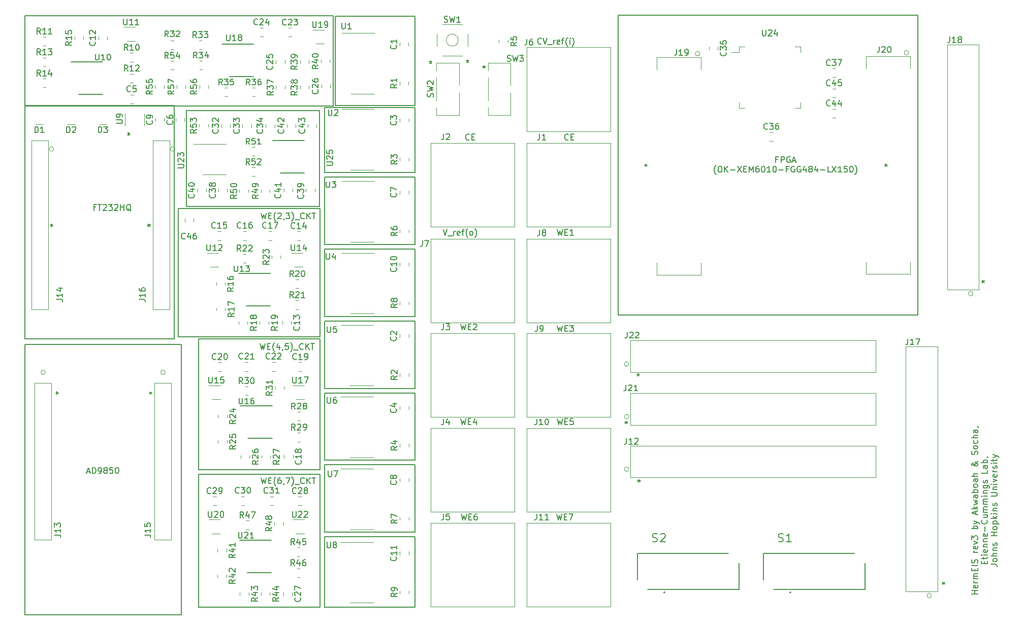
<source format=gbr>
%TF.GenerationSoftware,KiCad,Pcbnew,(6.0.8-1)-1*%
%TF.CreationDate,2022-11-09T12:39:36-05:00*%
%TF.ProjectId,HermEIS,4865726d-4549-4532-9e6b-696361645f70,rev?*%
%TF.SameCoordinates,Original*%
%TF.FileFunction,Legend,Top*%
%TF.FilePolarity,Positive*%
%FSLAX46Y46*%
G04 Gerber Fmt 4.6, Leading zero omitted, Abs format (unit mm)*
G04 Created by KiCad (PCBNEW (6.0.8-1)-1) date 2022-11-09 12:39:36*
%MOMM*%
%LPD*%
G01*
G04 APERTURE LIST*
%ADD10C,0.150000*%
%ADD11C,0.200000*%
%ADD12C,0.120000*%
%ADD13C,0.127000*%
G04 APERTURE END LIST*
D10*
X82370000Y-67955000D02*
X97370000Y-67955000D01*
X97370000Y-67955000D02*
X97370000Y-79205000D01*
X97370000Y-79205000D02*
X82370000Y-79205000D01*
X82370000Y-79205000D02*
X82370000Y-67955000D01*
X82370000Y-115955000D02*
X97370000Y-115955000D01*
X97370000Y-115955000D02*
X97370000Y-127705000D01*
X97370000Y-127705000D02*
X82370000Y-127705000D01*
X82370000Y-127705000D02*
X82370000Y-115955000D01*
X82370000Y-91955000D02*
X97370000Y-91955000D01*
X97370000Y-91955000D02*
X97370000Y-103205000D01*
X97370000Y-103205000D02*
X82370000Y-103205000D01*
X82370000Y-103205000D02*
X82370000Y-91955000D01*
X84070000Y-29075000D02*
X97370000Y-29075000D01*
X97370000Y-29075000D02*
X97370000Y-43955000D01*
X97370000Y-43955000D02*
X84070000Y-43955000D01*
X84070000Y-43955000D02*
X84070000Y-29075000D01*
X59310000Y-44855000D02*
X81520000Y-44855000D01*
X81520000Y-44855000D02*
X81520000Y-60855000D01*
X81520000Y-60855000D02*
X59310000Y-60855000D01*
X59310000Y-60855000D02*
X59310000Y-44855000D01*
X32370000Y-82955000D02*
X57240000Y-82955000D01*
X57240000Y-82955000D02*
X57240000Y-44025000D01*
X57240000Y-44025000D02*
X32370000Y-44025000D01*
X32370000Y-44025000D02*
X32370000Y-82955000D01*
X131250000Y-28950000D02*
X181250000Y-28950000D01*
X181250000Y-28950000D02*
X181250000Y-78950000D01*
X181250000Y-78950000D02*
X131250000Y-78950000D01*
X131250000Y-78950000D02*
X131250000Y-28950000D01*
X82370000Y-79955000D02*
X97370000Y-79955000D01*
X97370000Y-79955000D02*
X97370000Y-91205000D01*
X97370000Y-91205000D02*
X82370000Y-91205000D01*
X82370000Y-91205000D02*
X82370000Y-79955000D01*
X61320000Y-105580000D02*
X81570000Y-105580000D01*
X81570000Y-105580000D02*
X81570000Y-127730000D01*
X81570000Y-127730000D02*
X61320000Y-127730000D01*
X61320000Y-127730000D02*
X61320000Y-105580000D01*
X57920000Y-61205000D02*
X81570000Y-61205000D01*
X81570000Y-61205000D02*
X81570000Y-82555000D01*
X81570000Y-82555000D02*
X57920000Y-82555000D01*
X57920000Y-82555000D02*
X57920000Y-61205000D01*
X32370000Y-29015000D02*
X83730000Y-29015000D01*
X83730000Y-29015000D02*
X83730000Y-44045000D01*
X83730000Y-44045000D02*
X32370000Y-44045000D01*
X32370000Y-44045000D02*
X32370000Y-29015000D01*
X32370000Y-128955000D02*
X58470000Y-128955000D01*
X58470000Y-128955000D02*
X58470000Y-83855000D01*
X58470000Y-83855000D02*
X32370000Y-83855000D01*
X32370000Y-83855000D02*
X32370000Y-128955000D01*
X61320000Y-82905000D02*
X81570000Y-82905000D01*
X81570000Y-82905000D02*
X81570000Y-104755000D01*
X81570000Y-104755000D02*
X61320000Y-104755000D01*
X61320000Y-104755000D02*
X61320000Y-82905000D01*
X82370000Y-44355000D02*
X97370000Y-44355000D01*
X97370000Y-44355000D02*
X97370000Y-55205000D01*
X97370000Y-55205000D02*
X82370000Y-55205000D01*
X82370000Y-55205000D02*
X82370000Y-44355000D01*
X82370000Y-103955000D02*
X97370000Y-103955000D01*
X97370000Y-103955000D02*
X97370000Y-115205000D01*
X97370000Y-115205000D02*
X82370000Y-115205000D01*
X82370000Y-115205000D02*
X82370000Y-103955000D01*
X82370000Y-55955000D02*
X97370000Y-55955000D01*
X97370000Y-55955000D02*
X97370000Y-67205000D01*
X97370000Y-67205000D02*
X82370000Y-67205000D01*
X82370000Y-67205000D02*
X82370000Y-55955000D01*
X118471428Y-33657142D02*
X118423809Y-33704761D01*
X118280952Y-33752380D01*
X118185714Y-33752380D01*
X118042857Y-33704761D01*
X117947619Y-33609523D01*
X117900000Y-33514285D01*
X117852380Y-33323809D01*
X117852380Y-33180952D01*
X117900000Y-32990476D01*
X117947619Y-32895238D01*
X118042857Y-32800000D01*
X118185714Y-32752380D01*
X118280952Y-32752380D01*
X118423809Y-32800000D01*
X118471428Y-32847619D01*
X118757142Y-32752380D02*
X119090476Y-33752380D01*
X119423809Y-32752380D01*
X119519047Y-33847619D02*
X120280952Y-33847619D01*
X120519047Y-33752380D02*
X120519047Y-33085714D01*
X120519047Y-33276190D02*
X120566666Y-33180952D01*
X120614285Y-33133333D01*
X120709523Y-33085714D01*
X120804761Y-33085714D01*
X121519047Y-33704761D02*
X121423809Y-33752380D01*
X121233333Y-33752380D01*
X121138095Y-33704761D01*
X121090476Y-33609523D01*
X121090476Y-33228571D01*
X121138095Y-33133333D01*
X121233333Y-33085714D01*
X121423809Y-33085714D01*
X121519047Y-33133333D01*
X121566666Y-33228571D01*
X121566666Y-33323809D01*
X121090476Y-33419047D01*
X121852380Y-33085714D02*
X122233333Y-33085714D01*
X121995238Y-33752380D02*
X121995238Y-32895238D01*
X122042857Y-32800000D01*
X122138095Y-32752380D01*
X122233333Y-32752380D01*
X122852380Y-34133333D02*
X122804761Y-34085714D01*
X122709523Y-33942857D01*
X122661904Y-33847619D01*
X122614285Y-33704761D01*
X122566666Y-33466666D01*
X122566666Y-33276190D01*
X122614285Y-33038095D01*
X122661904Y-32895238D01*
X122709523Y-32800000D01*
X122804761Y-32657142D01*
X122852380Y-32609523D01*
X123233333Y-33752380D02*
X123233333Y-33085714D01*
X123233333Y-32752380D02*
X123185714Y-32800000D01*
X123233333Y-32847619D01*
X123280952Y-32800000D01*
X123233333Y-32752380D01*
X123233333Y-32847619D01*
X123614285Y-34133333D02*
X123661904Y-34085714D01*
X123757142Y-33942857D01*
X123804761Y-33847619D01*
X123852380Y-33704761D01*
X123900000Y-33466666D01*
X123900000Y-33276190D01*
X123852380Y-33038095D01*
X123804761Y-32895238D01*
X123757142Y-32800000D01*
X123661904Y-32657142D01*
X123614285Y-32609523D01*
X42727142Y-105121666D02*
X43203333Y-105121666D01*
X42631904Y-105407380D02*
X42965238Y-104407380D01*
X43298571Y-105407380D01*
X43631904Y-105407380D02*
X43631904Y-104407380D01*
X43870000Y-104407380D01*
X44012857Y-104455000D01*
X44108095Y-104550238D01*
X44155714Y-104645476D01*
X44203333Y-104835952D01*
X44203333Y-104978809D01*
X44155714Y-105169285D01*
X44108095Y-105264523D01*
X44012857Y-105359761D01*
X43870000Y-105407380D01*
X43631904Y-105407380D01*
X44679523Y-105407380D02*
X44870000Y-105407380D01*
X44965238Y-105359761D01*
X45012857Y-105312142D01*
X45108095Y-105169285D01*
X45155714Y-104978809D01*
X45155714Y-104597857D01*
X45108095Y-104502619D01*
X45060476Y-104455000D01*
X44965238Y-104407380D01*
X44774761Y-104407380D01*
X44679523Y-104455000D01*
X44631904Y-104502619D01*
X44584285Y-104597857D01*
X44584285Y-104835952D01*
X44631904Y-104931190D01*
X44679523Y-104978809D01*
X44774761Y-105026428D01*
X44965238Y-105026428D01*
X45060476Y-104978809D01*
X45108095Y-104931190D01*
X45155714Y-104835952D01*
X45727142Y-104835952D02*
X45631904Y-104788333D01*
X45584285Y-104740714D01*
X45536666Y-104645476D01*
X45536666Y-104597857D01*
X45584285Y-104502619D01*
X45631904Y-104455000D01*
X45727142Y-104407380D01*
X45917619Y-104407380D01*
X46012857Y-104455000D01*
X46060476Y-104502619D01*
X46108095Y-104597857D01*
X46108095Y-104645476D01*
X46060476Y-104740714D01*
X46012857Y-104788333D01*
X45917619Y-104835952D01*
X45727142Y-104835952D01*
X45631904Y-104883571D01*
X45584285Y-104931190D01*
X45536666Y-105026428D01*
X45536666Y-105216904D01*
X45584285Y-105312142D01*
X45631904Y-105359761D01*
X45727142Y-105407380D01*
X45917619Y-105407380D01*
X46012857Y-105359761D01*
X46060476Y-105312142D01*
X46108095Y-105216904D01*
X46108095Y-105026428D01*
X46060476Y-104931190D01*
X46012857Y-104883571D01*
X45917619Y-104835952D01*
X47012857Y-104407380D02*
X46536666Y-104407380D01*
X46489047Y-104883571D01*
X46536666Y-104835952D01*
X46631904Y-104788333D01*
X46870000Y-104788333D01*
X46965238Y-104835952D01*
X47012857Y-104883571D01*
X47060476Y-104978809D01*
X47060476Y-105216904D01*
X47012857Y-105312142D01*
X46965238Y-105359761D01*
X46870000Y-105407380D01*
X46631904Y-105407380D01*
X46536666Y-105359761D01*
X46489047Y-105312142D01*
X47679523Y-104407380D02*
X47774761Y-104407380D01*
X47870000Y-104455000D01*
X47917619Y-104502619D01*
X47965238Y-104597857D01*
X48012857Y-104788333D01*
X48012857Y-105026428D01*
X47965238Y-105216904D01*
X47917619Y-105312142D01*
X47870000Y-105359761D01*
X47774761Y-105407380D01*
X47679523Y-105407380D01*
X47584285Y-105359761D01*
X47536666Y-105312142D01*
X47489047Y-105216904D01*
X47441428Y-105026428D01*
X47441428Y-104788333D01*
X47489047Y-104597857D01*
X47536666Y-104502619D01*
X47584285Y-104455000D01*
X47679523Y-104407380D01*
X121142857Y-64652380D02*
X121380952Y-65652380D01*
X121571428Y-64938095D01*
X121761904Y-65652380D01*
X122000000Y-64652380D01*
X122380952Y-65128571D02*
X122714285Y-65128571D01*
X122857142Y-65652380D02*
X122380952Y-65652380D01*
X122380952Y-64652380D01*
X122857142Y-64652380D01*
X123809523Y-65652380D02*
X123238095Y-65652380D01*
X123523809Y-65652380D02*
X123523809Y-64652380D01*
X123428571Y-64795238D01*
X123333333Y-64890476D01*
X123238095Y-64938095D01*
X121132857Y-80707380D02*
X121370952Y-81707380D01*
X121561428Y-80993095D01*
X121751904Y-81707380D01*
X121990000Y-80707380D01*
X122370952Y-81183571D02*
X122704285Y-81183571D01*
X122847142Y-81707380D02*
X122370952Y-81707380D01*
X122370952Y-80707380D01*
X122847142Y-80707380D01*
X123180476Y-80707380D02*
X123799523Y-80707380D01*
X123466190Y-81088333D01*
X123609047Y-81088333D01*
X123704285Y-81135952D01*
X123751904Y-81183571D01*
X123799523Y-81278809D01*
X123799523Y-81516904D01*
X123751904Y-81612142D01*
X123704285Y-81659761D01*
X123609047Y-81707380D01*
X123323333Y-81707380D01*
X123228095Y-81659761D01*
X123180476Y-81612142D01*
X121042857Y-112152380D02*
X121280952Y-113152380D01*
X121471428Y-112438095D01*
X121661904Y-113152380D01*
X121900000Y-112152380D01*
X122280952Y-112628571D02*
X122614285Y-112628571D01*
X122757142Y-113152380D02*
X122280952Y-113152380D01*
X122280952Y-112152380D01*
X122757142Y-112152380D01*
X123090476Y-112152380D02*
X123757142Y-112152380D01*
X123328571Y-113152380D01*
X105142857Y-112152380D02*
X105380952Y-113152380D01*
X105571428Y-112438095D01*
X105761904Y-113152380D01*
X106000000Y-112152380D01*
X106380952Y-112628571D02*
X106714285Y-112628571D01*
X106857142Y-113152380D02*
X106380952Y-113152380D01*
X106380952Y-112152380D01*
X106857142Y-112152380D01*
X107714285Y-112152380D02*
X107523809Y-112152380D01*
X107428571Y-112200000D01*
X107380952Y-112247619D01*
X107285714Y-112390476D01*
X107238095Y-112580952D01*
X107238095Y-112961904D01*
X107285714Y-113057142D01*
X107333333Y-113104761D01*
X107428571Y-113152380D01*
X107619047Y-113152380D01*
X107714285Y-113104761D01*
X107761904Y-113057142D01*
X107809523Y-112961904D01*
X107809523Y-112723809D01*
X107761904Y-112628571D01*
X107714285Y-112580952D01*
X107619047Y-112533333D01*
X107428571Y-112533333D01*
X107333333Y-112580952D01*
X107285714Y-112628571D01*
X107238095Y-112723809D01*
X105042857Y-80452380D02*
X105280952Y-81452380D01*
X105471428Y-80738095D01*
X105661904Y-81452380D01*
X105900000Y-80452380D01*
X106280952Y-80928571D02*
X106614285Y-80928571D01*
X106757142Y-81452380D02*
X106280952Y-81452380D01*
X106280952Y-80452380D01*
X106757142Y-80452380D01*
X107138095Y-80547619D02*
X107185714Y-80500000D01*
X107280952Y-80452380D01*
X107519047Y-80452380D01*
X107614285Y-80500000D01*
X107661904Y-80547619D01*
X107709523Y-80642857D01*
X107709523Y-80738095D01*
X107661904Y-80880952D01*
X107090476Y-81452380D01*
X107709523Y-81452380D01*
X121142857Y-96252380D02*
X121380952Y-97252380D01*
X121571428Y-96538095D01*
X121761904Y-97252380D01*
X122000000Y-96252380D01*
X122380952Y-96728571D02*
X122714285Y-96728571D01*
X122857142Y-97252380D02*
X122380952Y-97252380D01*
X122380952Y-96252380D01*
X122857142Y-96252380D01*
X123761904Y-96252380D02*
X123285714Y-96252380D01*
X123238095Y-96728571D01*
X123285714Y-96680952D01*
X123380952Y-96633333D01*
X123619047Y-96633333D01*
X123714285Y-96680952D01*
X123761904Y-96728571D01*
X123809523Y-96823809D01*
X123809523Y-97061904D01*
X123761904Y-97157142D01*
X123714285Y-97204761D01*
X123619047Y-97252380D01*
X123380952Y-97252380D01*
X123285714Y-97204761D01*
X123238095Y-97157142D01*
X157884285Y-52978571D02*
X157550952Y-52978571D01*
X157550952Y-53502380D02*
X157550952Y-52502380D01*
X158027142Y-52502380D01*
X158408095Y-53502380D02*
X158408095Y-52502380D01*
X158789047Y-52502380D01*
X158884285Y-52550000D01*
X158931904Y-52597619D01*
X158979523Y-52692857D01*
X158979523Y-52835714D01*
X158931904Y-52930952D01*
X158884285Y-52978571D01*
X158789047Y-53026190D01*
X158408095Y-53026190D01*
X159931904Y-52550000D02*
X159836666Y-52502380D01*
X159693809Y-52502380D01*
X159550952Y-52550000D01*
X159455714Y-52645238D01*
X159408095Y-52740476D01*
X159360476Y-52930952D01*
X159360476Y-53073809D01*
X159408095Y-53264285D01*
X159455714Y-53359523D01*
X159550952Y-53454761D01*
X159693809Y-53502380D01*
X159789047Y-53502380D01*
X159931904Y-53454761D01*
X159979523Y-53407142D01*
X159979523Y-53073809D01*
X159789047Y-53073809D01*
X160360476Y-53216666D02*
X160836666Y-53216666D01*
X160265238Y-53502380D02*
X160598571Y-52502380D01*
X160931904Y-53502380D01*
X147574761Y-55493333D02*
X147527142Y-55445714D01*
X147431904Y-55302857D01*
X147384285Y-55207619D01*
X147336666Y-55064761D01*
X147289047Y-54826666D01*
X147289047Y-54636190D01*
X147336666Y-54398095D01*
X147384285Y-54255238D01*
X147431904Y-54160000D01*
X147527142Y-54017142D01*
X147574761Y-53969523D01*
X148146190Y-54112380D02*
X148336666Y-54112380D01*
X148431904Y-54160000D01*
X148527142Y-54255238D01*
X148574761Y-54445714D01*
X148574761Y-54779047D01*
X148527142Y-54969523D01*
X148431904Y-55064761D01*
X148336666Y-55112380D01*
X148146190Y-55112380D01*
X148050952Y-55064761D01*
X147955714Y-54969523D01*
X147908095Y-54779047D01*
X147908095Y-54445714D01*
X147955714Y-54255238D01*
X148050952Y-54160000D01*
X148146190Y-54112380D01*
X149003333Y-55112380D02*
X149003333Y-54112380D01*
X149574761Y-55112380D02*
X149146190Y-54540952D01*
X149574761Y-54112380D02*
X149003333Y-54683809D01*
X150003333Y-54731428D02*
X150765238Y-54731428D01*
X151146190Y-54112380D02*
X151812857Y-55112380D01*
X151812857Y-54112380D02*
X151146190Y-55112380D01*
X152193809Y-54588571D02*
X152527142Y-54588571D01*
X152670000Y-55112380D02*
X152193809Y-55112380D01*
X152193809Y-54112380D01*
X152670000Y-54112380D01*
X153098571Y-55112380D02*
X153098571Y-54112380D01*
X153431904Y-54826666D01*
X153765238Y-54112380D01*
X153765238Y-55112380D01*
X154670000Y-54112380D02*
X154479523Y-54112380D01*
X154384285Y-54160000D01*
X154336666Y-54207619D01*
X154241428Y-54350476D01*
X154193809Y-54540952D01*
X154193809Y-54921904D01*
X154241428Y-55017142D01*
X154289047Y-55064761D01*
X154384285Y-55112380D01*
X154574761Y-55112380D01*
X154670000Y-55064761D01*
X154717619Y-55017142D01*
X154765238Y-54921904D01*
X154765238Y-54683809D01*
X154717619Y-54588571D01*
X154670000Y-54540952D01*
X154574761Y-54493333D01*
X154384285Y-54493333D01*
X154289047Y-54540952D01*
X154241428Y-54588571D01*
X154193809Y-54683809D01*
X155384285Y-54112380D02*
X155479523Y-54112380D01*
X155574761Y-54160000D01*
X155622380Y-54207619D01*
X155670000Y-54302857D01*
X155717619Y-54493333D01*
X155717619Y-54731428D01*
X155670000Y-54921904D01*
X155622380Y-55017142D01*
X155574761Y-55064761D01*
X155479523Y-55112380D01*
X155384285Y-55112380D01*
X155289047Y-55064761D01*
X155241428Y-55017142D01*
X155193809Y-54921904D01*
X155146190Y-54731428D01*
X155146190Y-54493333D01*
X155193809Y-54302857D01*
X155241428Y-54207619D01*
X155289047Y-54160000D01*
X155384285Y-54112380D01*
X156670000Y-55112380D02*
X156098571Y-55112380D01*
X156384285Y-55112380D02*
X156384285Y-54112380D01*
X156289047Y-54255238D01*
X156193809Y-54350476D01*
X156098571Y-54398095D01*
X157289047Y-54112380D02*
X157384285Y-54112380D01*
X157479523Y-54160000D01*
X157527142Y-54207619D01*
X157574761Y-54302857D01*
X157622380Y-54493333D01*
X157622380Y-54731428D01*
X157574761Y-54921904D01*
X157527142Y-55017142D01*
X157479523Y-55064761D01*
X157384285Y-55112380D01*
X157289047Y-55112380D01*
X157193809Y-55064761D01*
X157146190Y-55017142D01*
X157098571Y-54921904D01*
X157050952Y-54731428D01*
X157050952Y-54493333D01*
X157098571Y-54302857D01*
X157146190Y-54207619D01*
X157193809Y-54160000D01*
X157289047Y-54112380D01*
X158050952Y-54731428D02*
X158812857Y-54731428D01*
X159622380Y-54588571D02*
X159289047Y-54588571D01*
X159289047Y-55112380D02*
X159289047Y-54112380D01*
X159765238Y-54112380D01*
X160670000Y-54160000D02*
X160574761Y-54112380D01*
X160431904Y-54112380D01*
X160289047Y-54160000D01*
X160193809Y-54255238D01*
X160146190Y-54350476D01*
X160098571Y-54540952D01*
X160098571Y-54683809D01*
X160146190Y-54874285D01*
X160193809Y-54969523D01*
X160289047Y-55064761D01*
X160431904Y-55112380D01*
X160527142Y-55112380D01*
X160670000Y-55064761D01*
X160717619Y-55017142D01*
X160717619Y-54683809D01*
X160527142Y-54683809D01*
X161670000Y-54160000D02*
X161574761Y-54112380D01*
X161431904Y-54112380D01*
X161289047Y-54160000D01*
X161193809Y-54255238D01*
X161146190Y-54350476D01*
X161098571Y-54540952D01*
X161098571Y-54683809D01*
X161146190Y-54874285D01*
X161193809Y-54969523D01*
X161289047Y-55064761D01*
X161431904Y-55112380D01*
X161527142Y-55112380D01*
X161670000Y-55064761D01*
X161717619Y-55017142D01*
X161717619Y-54683809D01*
X161527142Y-54683809D01*
X162574761Y-54445714D02*
X162574761Y-55112380D01*
X162336666Y-54064761D02*
X162098571Y-54779047D01*
X162717619Y-54779047D01*
X163241428Y-54540952D02*
X163146190Y-54493333D01*
X163098571Y-54445714D01*
X163050952Y-54350476D01*
X163050952Y-54302857D01*
X163098571Y-54207619D01*
X163146190Y-54160000D01*
X163241428Y-54112380D01*
X163431904Y-54112380D01*
X163527142Y-54160000D01*
X163574761Y-54207619D01*
X163622380Y-54302857D01*
X163622380Y-54350476D01*
X163574761Y-54445714D01*
X163527142Y-54493333D01*
X163431904Y-54540952D01*
X163241428Y-54540952D01*
X163146190Y-54588571D01*
X163098571Y-54636190D01*
X163050952Y-54731428D01*
X163050952Y-54921904D01*
X163098571Y-55017142D01*
X163146190Y-55064761D01*
X163241428Y-55112380D01*
X163431904Y-55112380D01*
X163527142Y-55064761D01*
X163574761Y-55017142D01*
X163622380Y-54921904D01*
X163622380Y-54731428D01*
X163574761Y-54636190D01*
X163527142Y-54588571D01*
X163431904Y-54540952D01*
X164479523Y-54445714D02*
X164479523Y-55112380D01*
X164241428Y-54064761D02*
X164003333Y-54779047D01*
X164622380Y-54779047D01*
X165003333Y-54731428D02*
X165765238Y-54731428D01*
X166717619Y-55112380D02*
X166241428Y-55112380D01*
X166241428Y-54112380D01*
X166955714Y-54112380D02*
X167622380Y-55112380D01*
X167622380Y-54112380D02*
X166955714Y-55112380D01*
X168527142Y-55112380D02*
X167955714Y-55112380D01*
X168241428Y-55112380D02*
X168241428Y-54112380D01*
X168146190Y-54255238D01*
X168050952Y-54350476D01*
X167955714Y-54398095D01*
X169431904Y-54112380D02*
X168955714Y-54112380D01*
X168908095Y-54588571D01*
X168955714Y-54540952D01*
X169050952Y-54493333D01*
X169289047Y-54493333D01*
X169384285Y-54540952D01*
X169431904Y-54588571D01*
X169479523Y-54683809D01*
X169479523Y-54921904D01*
X169431904Y-55017142D01*
X169384285Y-55064761D01*
X169289047Y-55112380D01*
X169050952Y-55112380D01*
X168955714Y-55064761D01*
X168908095Y-55017142D01*
X170098571Y-54112380D02*
X170193809Y-54112380D01*
X170289047Y-54160000D01*
X170336666Y-54207619D01*
X170384285Y-54302857D01*
X170431904Y-54493333D01*
X170431904Y-54731428D01*
X170384285Y-54921904D01*
X170336666Y-55017142D01*
X170289047Y-55064761D01*
X170193809Y-55112380D01*
X170098571Y-55112380D01*
X170003333Y-55064761D01*
X169955714Y-55017142D01*
X169908095Y-54921904D01*
X169860476Y-54731428D01*
X169860476Y-54493333D01*
X169908095Y-54302857D01*
X169955714Y-54207619D01*
X170003333Y-54160000D01*
X170098571Y-54112380D01*
X170765238Y-55493333D02*
X170812857Y-55445714D01*
X170908095Y-55302857D01*
X170955714Y-55207619D01*
X171003333Y-55064761D01*
X171050952Y-54826666D01*
X171050952Y-54636190D01*
X171003333Y-54398095D01*
X170955714Y-54255238D01*
X170908095Y-54160000D01*
X170812857Y-54017142D01*
X170765238Y-53969523D01*
X105042857Y-96252380D02*
X105280952Y-97252380D01*
X105471428Y-96538095D01*
X105661904Y-97252380D01*
X105900000Y-96252380D01*
X106280952Y-96728571D02*
X106614285Y-96728571D01*
X106757142Y-97252380D02*
X106280952Y-97252380D01*
X106280952Y-96252380D01*
X106757142Y-96252380D01*
X107614285Y-96585714D02*
X107614285Y-97252380D01*
X107376190Y-96204761D02*
X107138095Y-96919047D01*
X107757142Y-96919047D01*
X106457142Y-49657142D02*
X106409523Y-49704761D01*
X106266666Y-49752380D01*
X106171428Y-49752380D01*
X106028571Y-49704761D01*
X105933333Y-49609523D01*
X105885714Y-49514285D01*
X105838095Y-49323809D01*
X105838095Y-49180952D01*
X105885714Y-48990476D01*
X105933333Y-48895238D01*
X106028571Y-48800000D01*
X106171428Y-48752380D01*
X106266666Y-48752380D01*
X106409523Y-48800000D01*
X106457142Y-48847619D01*
X106885714Y-49228571D02*
X107219047Y-49228571D01*
X107361904Y-49752380D02*
X106885714Y-49752380D01*
X106885714Y-48752380D01*
X107361904Y-48752380D01*
X71770000Y-61907380D02*
X72008095Y-62907380D01*
X72198571Y-62193095D01*
X72389047Y-62907380D01*
X72627142Y-61907380D01*
X73008095Y-62383571D02*
X73341428Y-62383571D01*
X73484285Y-62907380D02*
X73008095Y-62907380D01*
X73008095Y-61907380D01*
X73484285Y-61907380D01*
X74198571Y-63288333D02*
X74150952Y-63240714D01*
X74055714Y-63097857D01*
X74008095Y-63002619D01*
X73960476Y-62859761D01*
X73912857Y-62621666D01*
X73912857Y-62431190D01*
X73960476Y-62193095D01*
X74008095Y-62050238D01*
X74055714Y-61955000D01*
X74150952Y-61812142D01*
X74198571Y-61764523D01*
X74531904Y-62002619D02*
X74579523Y-61955000D01*
X74674761Y-61907380D01*
X74912857Y-61907380D01*
X75008095Y-61955000D01*
X75055714Y-62002619D01*
X75103333Y-62097857D01*
X75103333Y-62193095D01*
X75055714Y-62335952D01*
X74484285Y-62907380D01*
X75103333Y-62907380D01*
X75579523Y-62859761D02*
X75579523Y-62907380D01*
X75531904Y-63002619D01*
X75484285Y-63050238D01*
X75912857Y-61907380D02*
X76531904Y-61907380D01*
X76198571Y-62288333D01*
X76341428Y-62288333D01*
X76436666Y-62335952D01*
X76484285Y-62383571D01*
X76531904Y-62478809D01*
X76531904Y-62716904D01*
X76484285Y-62812142D01*
X76436666Y-62859761D01*
X76341428Y-62907380D01*
X76055714Y-62907380D01*
X75960476Y-62859761D01*
X75912857Y-62812142D01*
X76865238Y-63288333D02*
X76912857Y-63240714D01*
X77008095Y-63097857D01*
X77055714Y-63002619D01*
X77103333Y-62859761D01*
X77150952Y-62621666D01*
X77150952Y-62431190D01*
X77103333Y-62193095D01*
X77055714Y-62050238D01*
X77008095Y-61955000D01*
X76912857Y-61812142D01*
X76865238Y-61764523D01*
X77389047Y-63002619D02*
X78150952Y-63002619D01*
X78960476Y-62812142D02*
X78912857Y-62859761D01*
X78770000Y-62907380D01*
X78674761Y-62907380D01*
X78531904Y-62859761D01*
X78436666Y-62764523D01*
X78389047Y-62669285D01*
X78341428Y-62478809D01*
X78341428Y-62335952D01*
X78389047Y-62145476D01*
X78436666Y-62050238D01*
X78531904Y-61955000D01*
X78674761Y-61907380D01*
X78770000Y-61907380D01*
X78912857Y-61955000D01*
X78960476Y-62002619D01*
X79389047Y-62907380D02*
X79389047Y-61907380D01*
X79960476Y-62907380D02*
X79531904Y-62335952D01*
X79960476Y-61907380D02*
X79389047Y-62478809D01*
X80246190Y-61907380D02*
X80817619Y-61907380D01*
X80531904Y-62907380D02*
X80531904Y-61907380D01*
X102102857Y-64647380D02*
X102436190Y-65647380D01*
X102769523Y-64647380D01*
X102864761Y-65742619D02*
X103626666Y-65742619D01*
X103864761Y-65647380D02*
X103864761Y-64980714D01*
X103864761Y-65171190D02*
X103912380Y-65075952D01*
X103960000Y-65028333D01*
X104055238Y-64980714D01*
X104150476Y-64980714D01*
X104864761Y-65599761D02*
X104769523Y-65647380D01*
X104579047Y-65647380D01*
X104483809Y-65599761D01*
X104436190Y-65504523D01*
X104436190Y-65123571D01*
X104483809Y-65028333D01*
X104579047Y-64980714D01*
X104769523Y-64980714D01*
X104864761Y-65028333D01*
X104912380Y-65123571D01*
X104912380Y-65218809D01*
X104436190Y-65314047D01*
X105198095Y-64980714D02*
X105579047Y-64980714D01*
X105340952Y-65647380D02*
X105340952Y-64790238D01*
X105388571Y-64695000D01*
X105483809Y-64647380D01*
X105579047Y-64647380D01*
X106198095Y-66028333D02*
X106150476Y-65980714D01*
X106055238Y-65837857D01*
X106007619Y-65742619D01*
X105960000Y-65599761D01*
X105912380Y-65361666D01*
X105912380Y-65171190D01*
X105960000Y-64933095D01*
X106007619Y-64790238D01*
X106055238Y-64695000D01*
X106150476Y-64552142D01*
X106198095Y-64504523D01*
X106721904Y-65647380D02*
X106626666Y-65599761D01*
X106579047Y-65552142D01*
X106531428Y-65456904D01*
X106531428Y-65171190D01*
X106579047Y-65075952D01*
X106626666Y-65028333D01*
X106721904Y-64980714D01*
X106864761Y-64980714D01*
X106960000Y-65028333D01*
X107007619Y-65075952D01*
X107055238Y-65171190D01*
X107055238Y-65456904D01*
X107007619Y-65552142D01*
X106960000Y-65599761D01*
X106864761Y-65647380D01*
X106721904Y-65647380D01*
X107388571Y-66028333D02*
X107436190Y-65980714D01*
X107531428Y-65837857D01*
X107579047Y-65742619D01*
X107626666Y-65599761D01*
X107674285Y-65361666D01*
X107674285Y-65171190D01*
X107626666Y-64933095D01*
X107579047Y-64790238D01*
X107531428Y-64695000D01*
X107436190Y-64552142D01*
X107388571Y-64504523D01*
X71770000Y-106107380D02*
X72008095Y-107107380D01*
X72198571Y-106393095D01*
X72389047Y-107107380D01*
X72627142Y-106107380D01*
X73008095Y-106583571D02*
X73341428Y-106583571D01*
X73484285Y-107107380D02*
X73008095Y-107107380D01*
X73008095Y-106107380D01*
X73484285Y-106107380D01*
X74198571Y-107488333D02*
X74150952Y-107440714D01*
X74055714Y-107297857D01*
X74008095Y-107202619D01*
X73960476Y-107059761D01*
X73912857Y-106821666D01*
X73912857Y-106631190D01*
X73960476Y-106393095D01*
X74008095Y-106250238D01*
X74055714Y-106155000D01*
X74150952Y-106012142D01*
X74198571Y-105964523D01*
X75008095Y-106107380D02*
X74817619Y-106107380D01*
X74722380Y-106155000D01*
X74674761Y-106202619D01*
X74579523Y-106345476D01*
X74531904Y-106535952D01*
X74531904Y-106916904D01*
X74579523Y-107012142D01*
X74627142Y-107059761D01*
X74722380Y-107107380D01*
X74912857Y-107107380D01*
X75008095Y-107059761D01*
X75055714Y-107012142D01*
X75103333Y-106916904D01*
X75103333Y-106678809D01*
X75055714Y-106583571D01*
X75008095Y-106535952D01*
X74912857Y-106488333D01*
X74722380Y-106488333D01*
X74627142Y-106535952D01*
X74579523Y-106583571D01*
X74531904Y-106678809D01*
X75579523Y-107059761D02*
X75579523Y-107107380D01*
X75531904Y-107202619D01*
X75484285Y-107250238D01*
X75912857Y-106107380D02*
X76579523Y-106107380D01*
X76150952Y-107107380D01*
X76865238Y-107488333D02*
X76912857Y-107440714D01*
X77008095Y-107297857D01*
X77055714Y-107202619D01*
X77103333Y-107059761D01*
X77150952Y-106821666D01*
X77150952Y-106631190D01*
X77103333Y-106393095D01*
X77055714Y-106250238D01*
X77008095Y-106155000D01*
X76912857Y-106012142D01*
X76865238Y-105964523D01*
X77389047Y-107202619D02*
X78150952Y-107202619D01*
X78960476Y-107012142D02*
X78912857Y-107059761D01*
X78770000Y-107107380D01*
X78674761Y-107107380D01*
X78531904Y-107059761D01*
X78436666Y-106964523D01*
X78389047Y-106869285D01*
X78341428Y-106678809D01*
X78341428Y-106535952D01*
X78389047Y-106345476D01*
X78436666Y-106250238D01*
X78531904Y-106155000D01*
X78674761Y-106107380D01*
X78770000Y-106107380D01*
X78912857Y-106155000D01*
X78960476Y-106202619D01*
X79389047Y-107107380D02*
X79389047Y-106107380D01*
X79960476Y-107107380D02*
X79531904Y-106535952D01*
X79960476Y-106107380D02*
X79389047Y-106678809D01*
X80246190Y-106107380D02*
X80817619Y-106107380D01*
X80531904Y-107107380D02*
X80531904Y-106107380D01*
X71570000Y-83707380D02*
X71808095Y-84707380D01*
X71998571Y-83993095D01*
X72189047Y-84707380D01*
X72427142Y-83707380D01*
X72808095Y-84183571D02*
X73141428Y-84183571D01*
X73284285Y-84707380D02*
X72808095Y-84707380D01*
X72808095Y-83707380D01*
X73284285Y-83707380D01*
X73998571Y-85088333D02*
X73950952Y-85040714D01*
X73855714Y-84897857D01*
X73808095Y-84802619D01*
X73760476Y-84659761D01*
X73712857Y-84421666D01*
X73712857Y-84231190D01*
X73760476Y-83993095D01*
X73808095Y-83850238D01*
X73855714Y-83755000D01*
X73950952Y-83612142D01*
X73998571Y-83564523D01*
X74808095Y-84040714D02*
X74808095Y-84707380D01*
X74570000Y-83659761D02*
X74331904Y-84374047D01*
X74950952Y-84374047D01*
X75379523Y-84659761D02*
X75379523Y-84707380D01*
X75331904Y-84802619D01*
X75284285Y-84850238D01*
X76284285Y-83707380D02*
X75808095Y-83707380D01*
X75760476Y-84183571D01*
X75808095Y-84135952D01*
X75903333Y-84088333D01*
X76141428Y-84088333D01*
X76236666Y-84135952D01*
X76284285Y-84183571D01*
X76331904Y-84278809D01*
X76331904Y-84516904D01*
X76284285Y-84612142D01*
X76236666Y-84659761D01*
X76141428Y-84707380D01*
X75903333Y-84707380D01*
X75808095Y-84659761D01*
X75760476Y-84612142D01*
X76665238Y-85088333D02*
X76712857Y-85040714D01*
X76808095Y-84897857D01*
X76855714Y-84802619D01*
X76903333Y-84659761D01*
X76950952Y-84421666D01*
X76950952Y-84231190D01*
X76903333Y-83993095D01*
X76855714Y-83850238D01*
X76808095Y-83755000D01*
X76712857Y-83612142D01*
X76665238Y-83564523D01*
X77189047Y-84802619D02*
X77950952Y-84802619D01*
X78760476Y-84612142D02*
X78712857Y-84659761D01*
X78570000Y-84707380D01*
X78474761Y-84707380D01*
X78331904Y-84659761D01*
X78236666Y-84564523D01*
X78189047Y-84469285D01*
X78141428Y-84278809D01*
X78141428Y-84135952D01*
X78189047Y-83945476D01*
X78236666Y-83850238D01*
X78331904Y-83755000D01*
X78474761Y-83707380D01*
X78570000Y-83707380D01*
X78712857Y-83755000D01*
X78760476Y-83802619D01*
X79189047Y-84707380D02*
X79189047Y-83707380D01*
X79760476Y-84707380D02*
X79331904Y-84135952D01*
X79760476Y-83707380D02*
X79189047Y-84278809D01*
X80046190Y-83707380D02*
X80617619Y-83707380D01*
X80331904Y-84707380D02*
X80331904Y-83707380D01*
D11*
X191192380Y-125523571D02*
X190192380Y-125523571D01*
X190668571Y-125523571D02*
X190668571Y-124952142D01*
X191192380Y-124952142D02*
X190192380Y-124952142D01*
X191144761Y-124095000D02*
X191192380Y-124190238D01*
X191192380Y-124380714D01*
X191144761Y-124475952D01*
X191049523Y-124523571D01*
X190668571Y-124523571D01*
X190573333Y-124475952D01*
X190525714Y-124380714D01*
X190525714Y-124190238D01*
X190573333Y-124095000D01*
X190668571Y-124047380D01*
X190763809Y-124047380D01*
X190859047Y-124523571D01*
X191192380Y-123618809D02*
X190525714Y-123618809D01*
X190716190Y-123618809D02*
X190620952Y-123571190D01*
X190573333Y-123523571D01*
X190525714Y-123428333D01*
X190525714Y-123333095D01*
X191192380Y-122999761D02*
X190525714Y-122999761D01*
X190620952Y-122999761D02*
X190573333Y-122952142D01*
X190525714Y-122856904D01*
X190525714Y-122714047D01*
X190573333Y-122618809D01*
X190668571Y-122571190D01*
X191192380Y-122571190D01*
X190668571Y-122571190D02*
X190573333Y-122523571D01*
X190525714Y-122428333D01*
X190525714Y-122285476D01*
X190573333Y-122190238D01*
X190668571Y-122142619D01*
X191192380Y-122142619D01*
X190668571Y-121666428D02*
X190668571Y-121333095D01*
X191192380Y-121190238D02*
X191192380Y-121666428D01*
X190192380Y-121666428D01*
X190192380Y-121190238D01*
X191192380Y-120761666D02*
X190192380Y-120761666D01*
X191144761Y-120333095D02*
X191192380Y-120190238D01*
X191192380Y-119952142D01*
X191144761Y-119856904D01*
X191097142Y-119809285D01*
X191001904Y-119761666D01*
X190906666Y-119761666D01*
X190811428Y-119809285D01*
X190763809Y-119856904D01*
X190716190Y-119952142D01*
X190668571Y-120142619D01*
X190620952Y-120237857D01*
X190573333Y-120285476D01*
X190478095Y-120333095D01*
X190382857Y-120333095D01*
X190287619Y-120285476D01*
X190240000Y-120237857D01*
X190192380Y-120142619D01*
X190192380Y-119904523D01*
X190240000Y-119761666D01*
X191192380Y-118571190D02*
X190525714Y-118571190D01*
X190716190Y-118571190D02*
X190620952Y-118523571D01*
X190573333Y-118475952D01*
X190525714Y-118380714D01*
X190525714Y-118285476D01*
X191144761Y-117571190D02*
X191192380Y-117666428D01*
X191192380Y-117856904D01*
X191144761Y-117952142D01*
X191049523Y-117999761D01*
X190668571Y-117999761D01*
X190573333Y-117952142D01*
X190525714Y-117856904D01*
X190525714Y-117666428D01*
X190573333Y-117571190D01*
X190668571Y-117523571D01*
X190763809Y-117523571D01*
X190859047Y-117999761D01*
X190525714Y-117190238D02*
X191192380Y-116952142D01*
X190525714Y-116714047D01*
X190192380Y-116428333D02*
X190192380Y-115809285D01*
X190573333Y-116142619D01*
X190573333Y-115999761D01*
X190620952Y-115904523D01*
X190668571Y-115856904D01*
X190763809Y-115809285D01*
X191001904Y-115809285D01*
X191097142Y-115856904D01*
X191144761Y-115904523D01*
X191192380Y-115999761D01*
X191192380Y-116285476D01*
X191144761Y-116380714D01*
X191097142Y-116428333D01*
X191192380Y-114618809D02*
X190192380Y-114618809D01*
X190573333Y-114618809D02*
X190525714Y-114523571D01*
X190525714Y-114333095D01*
X190573333Y-114237857D01*
X190620952Y-114190238D01*
X190716190Y-114142619D01*
X191001904Y-114142619D01*
X191097142Y-114190238D01*
X191144761Y-114237857D01*
X191192380Y-114333095D01*
X191192380Y-114523571D01*
X191144761Y-114618809D01*
X190525714Y-113809285D02*
X191192380Y-113571190D01*
X190525714Y-113333095D02*
X191192380Y-113571190D01*
X191430476Y-113666428D01*
X191478095Y-113714047D01*
X191525714Y-113809285D01*
X190906666Y-112237857D02*
X190906666Y-111761666D01*
X191192380Y-112333095D02*
X190192380Y-111999761D01*
X191192380Y-111666428D01*
X191192380Y-111333095D02*
X190192380Y-111333095D01*
X190811428Y-111237857D02*
X191192380Y-110952142D01*
X190525714Y-110952142D02*
X190906666Y-111333095D01*
X190525714Y-110618809D02*
X191192380Y-110428333D01*
X190716190Y-110237857D01*
X191192380Y-110047380D01*
X190525714Y-109856904D01*
X191192380Y-109047380D02*
X190668571Y-109047380D01*
X190573333Y-109095000D01*
X190525714Y-109190238D01*
X190525714Y-109380714D01*
X190573333Y-109475952D01*
X191144761Y-109047380D02*
X191192380Y-109142619D01*
X191192380Y-109380714D01*
X191144761Y-109475952D01*
X191049523Y-109523571D01*
X190954285Y-109523571D01*
X190859047Y-109475952D01*
X190811428Y-109380714D01*
X190811428Y-109142619D01*
X190763809Y-109047380D01*
X191192380Y-108571190D02*
X190192380Y-108571190D01*
X190573333Y-108571190D02*
X190525714Y-108475952D01*
X190525714Y-108285476D01*
X190573333Y-108190238D01*
X190620952Y-108142619D01*
X190716190Y-108095000D01*
X191001904Y-108095000D01*
X191097142Y-108142619D01*
X191144761Y-108190238D01*
X191192380Y-108285476D01*
X191192380Y-108475952D01*
X191144761Y-108571190D01*
X191192380Y-107523571D02*
X191144761Y-107618809D01*
X191097142Y-107666428D01*
X191001904Y-107714047D01*
X190716190Y-107714047D01*
X190620952Y-107666428D01*
X190573333Y-107618809D01*
X190525714Y-107523571D01*
X190525714Y-107380714D01*
X190573333Y-107285476D01*
X190620952Y-107237857D01*
X190716190Y-107190238D01*
X191001904Y-107190238D01*
X191097142Y-107237857D01*
X191144761Y-107285476D01*
X191192380Y-107380714D01*
X191192380Y-107523571D01*
X191192380Y-106333095D02*
X190668571Y-106333095D01*
X190573333Y-106380714D01*
X190525714Y-106475952D01*
X190525714Y-106666428D01*
X190573333Y-106761666D01*
X191144761Y-106333095D02*
X191192380Y-106428333D01*
X191192380Y-106666428D01*
X191144761Y-106761666D01*
X191049523Y-106809285D01*
X190954285Y-106809285D01*
X190859047Y-106761666D01*
X190811428Y-106666428D01*
X190811428Y-106428333D01*
X190763809Y-106333095D01*
X191192380Y-105856904D02*
X190192380Y-105856904D01*
X191192380Y-105428333D02*
X190668571Y-105428333D01*
X190573333Y-105475952D01*
X190525714Y-105571190D01*
X190525714Y-105714047D01*
X190573333Y-105809285D01*
X190620952Y-105856904D01*
X191192380Y-103380714D02*
X191192380Y-103428333D01*
X191144761Y-103523571D01*
X191001904Y-103666428D01*
X190716190Y-103904523D01*
X190573333Y-103999761D01*
X190430476Y-104047380D01*
X190335238Y-104047380D01*
X190240000Y-103999761D01*
X190192380Y-103904523D01*
X190192380Y-103856904D01*
X190240000Y-103761666D01*
X190335238Y-103714047D01*
X190382857Y-103714047D01*
X190478095Y-103761666D01*
X190525714Y-103809285D01*
X190716190Y-104095000D01*
X190763809Y-104142619D01*
X190859047Y-104190238D01*
X191001904Y-104190238D01*
X191097142Y-104142619D01*
X191144761Y-104095000D01*
X191192380Y-103999761D01*
X191192380Y-103856904D01*
X191144761Y-103761666D01*
X191097142Y-103714047D01*
X190906666Y-103571190D01*
X190763809Y-103523571D01*
X190668571Y-103523571D01*
X191144761Y-102237857D02*
X191192380Y-102095000D01*
X191192380Y-101856904D01*
X191144761Y-101761666D01*
X191097142Y-101714047D01*
X191001904Y-101666428D01*
X190906666Y-101666428D01*
X190811428Y-101714047D01*
X190763809Y-101761666D01*
X190716190Y-101856904D01*
X190668571Y-102047380D01*
X190620952Y-102142619D01*
X190573333Y-102190238D01*
X190478095Y-102237857D01*
X190382857Y-102237857D01*
X190287619Y-102190238D01*
X190240000Y-102142619D01*
X190192380Y-102047380D01*
X190192380Y-101809285D01*
X190240000Y-101666428D01*
X191192380Y-101095000D02*
X191144761Y-101190238D01*
X191097142Y-101237857D01*
X191001904Y-101285476D01*
X190716190Y-101285476D01*
X190620952Y-101237857D01*
X190573333Y-101190238D01*
X190525714Y-101095000D01*
X190525714Y-100952142D01*
X190573333Y-100856904D01*
X190620952Y-100809285D01*
X190716190Y-100761666D01*
X191001904Y-100761666D01*
X191097142Y-100809285D01*
X191144761Y-100856904D01*
X191192380Y-100952142D01*
X191192380Y-101095000D01*
X191144761Y-99904523D02*
X191192380Y-99999761D01*
X191192380Y-100190238D01*
X191144761Y-100285476D01*
X191097142Y-100333095D01*
X191001904Y-100380714D01*
X190716190Y-100380714D01*
X190620952Y-100333095D01*
X190573333Y-100285476D01*
X190525714Y-100190238D01*
X190525714Y-99999761D01*
X190573333Y-99904523D01*
X191192380Y-99475952D02*
X190192380Y-99475952D01*
X191192380Y-99047380D02*
X190668571Y-99047380D01*
X190573333Y-99095000D01*
X190525714Y-99190238D01*
X190525714Y-99333095D01*
X190573333Y-99428333D01*
X190620952Y-99475952D01*
X191192380Y-98142619D02*
X190668571Y-98142619D01*
X190573333Y-98190238D01*
X190525714Y-98285476D01*
X190525714Y-98475952D01*
X190573333Y-98571190D01*
X191144761Y-98142619D02*
X191192380Y-98237857D01*
X191192380Y-98475952D01*
X191144761Y-98571190D01*
X191049523Y-98618809D01*
X190954285Y-98618809D01*
X190859047Y-98571190D01*
X190811428Y-98475952D01*
X190811428Y-98237857D01*
X190763809Y-98142619D01*
X191144761Y-97618809D02*
X191192380Y-97618809D01*
X191287619Y-97666428D01*
X191335238Y-97714047D01*
X192278571Y-120475952D02*
X192278571Y-120142619D01*
X192802380Y-119999761D02*
X192802380Y-120475952D01*
X191802380Y-120475952D01*
X191802380Y-119999761D01*
X192135714Y-119714047D02*
X192135714Y-119333095D01*
X191802380Y-119571190D02*
X192659523Y-119571190D01*
X192754761Y-119523571D01*
X192802380Y-119428333D01*
X192802380Y-119333095D01*
X192802380Y-118999761D02*
X192135714Y-118999761D01*
X191802380Y-118999761D02*
X191850000Y-119047380D01*
X191897619Y-118999761D01*
X191850000Y-118952142D01*
X191802380Y-118999761D01*
X191897619Y-118999761D01*
X192754761Y-118142619D02*
X192802380Y-118237857D01*
X192802380Y-118428333D01*
X192754761Y-118523571D01*
X192659523Y-118571190D01*
X192278571Y-118571190D01*
X192183333Y-118523571D01*
X192135714Y-118428333D01*
X192135714Y-118237857D01*
X192183333Y-118142619D01*
X192278571Y-118095000D01*
X192373809Y-118095000D01*
X192469047Y-118571190D01*
X192135714Y-117666428D02*
X192802380Y-117666428D01*
X192230952Y-117666428D02*
X192183333Y-117618809D01*
X192135714Y-117523571D01*
X192135714Y-117380714D01*
X192183333Y-117285476D01*
X192278571Y-117237857D01*
X192802380Y-117237857D01*
X192135714Y-116761666D02*
X192802380Y-116761666D01*
X192230952Y-116761666D02*
X192183333Y-116714047D01*
X192135714Y-116618809D01*
X192135714Y-116475952D01*
X192183333Y-116380714D01*
X192278571Y-116333095D01*
X192802380Y-116333095D01*
X192754761Y-115475952D02*
X192802380Y-115571190D01*
X192802380Y-115761666D01*
X192754761Y-115856904D01*
X192659523Y-115904523D01*
X192278571Y-115904523D01*
X192183333Y-115856904D01*
X192135714Y-115761666D01*
X192135714Y-115571190D01*
X192183333Y-115475952D01*
X192278571Y-115428333D01*
X192373809Y-115428333D01*
X192469047Y-115904523D01*
X192421428Y-114999761D02*
X192421428Y-114237857D01*
X192707142Y-113190238D02*
X192754761Y-113237857D01*
X192802380Y-113380714D01*
X192802380Y-113475952D01*
X192754761Y-113618809D01*
X192659523Y-113714047D01*
X192564285Y-113761666D01*
X192373809Y-113809285D01*
X192230952Y-113809285D01*
X192040476Y-113761666D01*
X191945238Y-113714047D01*
X191850000Y-113618809D01*
X191802380Y-113475952D01*
X191802380Y-113380714D01*
X191850000Y-113237857D01*
X191897619Y-113190238D01*
X192135714Y-112333095D02*
X192802380Y-112333095D01*
X192135714Y-112761666D02*
X192659523Y-112761666D01*
X192754761Y-112714047D01*
X192802380Y-112618809D01*
X192802380Y-112475952D01*
X192754761Y-112380714D01*
X192707142Y-112333095D01*
X192802380Y-111856904D02*
X192135714Y-111856904D01*
X192230952Y-111856904D02*
X192183333Y-111809285D01*
X192135714Y-111714047D01*
X192135714Y-111571190D01*
X192183333Y-111475952D01*
X192278571Y-111428333D01*
X192802380Y-111428333D01*
X192278571Y-111428333D02*
X192183333Y-111380714D01*
X192135714Y-111285476D01*
X192135714Y-111142619D01*
X192183333Y-111047380D01*
X192278571Y-110999761D01*
X192802380Y-110999761D01*
X192802380Y-110523571D02*
X192135714Y-110523571D01*
X192230952Y-110523571D02*
X192183333Y-110475952D01*
X192135714Y-110380714D01*
X192135714Y-110237857D01*
X192183333Y-110142619D01*
X192278571Y-110095000D01*
X192802380Y-110095000D01*
X192278571Y-110095000D02*
X192183333Y-110047380D01*
X192135714Y-109952142D01*
X192135714Y-109809285D01*
X192183333Y-109714047D01*
X192278571Y-109666428D01*
X192802380Y-109666428D01*
X192802380Y-109190238D02*
X192135714Y-109190238D01*
X191802380Y-109190238D02*
X191850000Y-109237857D01*
X191897619Y-109190238D01*
X191850000Y-109142619D01*
X191802380Y-109190238D01*
X191897619Y-109190238D01*
X192135714Y-108714047D02*
X192802380Y-108714047D01*
X192230952Y-108714047D02*
X192183333Y-108666428D01*
X192135714Y-108571190D01*
X192135714Y-108428333D01*
X192183333Y-108333095D01*
X192278571Y-108285476D01*
X192802380Y-108285476D01*
X192135714Y-107380714D02*
X192945238Y-107380714D01*
X193040476Y-107428333D01*
X193088095Y-107475952D01*
X193135714Y-107571190D01*
X193135714Y-107714047D01*
X193088095Y-107809285D01*
X192754761Y-107380714D02*
X192802380Y-107475952D01*
X192802380Y-107666428D01*
X192754761Y-107761666D01*
X192707142Y-107809285D01*
X192611904Y-107856904D01*
X192326190Y-107856904D01*
X192230952Y-107809285D01*
X192183333Y-107761666D01*
X192135714Y-107666428D01*
X192135714Y-107475952D01*
X192183333Y-107380714D01*
X192754761Y-106952142D02*
X192802380Y-106856904D01*
X192802380Y-106666428D01*
X192754761Y-106571190D01*
X192659523Y-106523571D01*
X192611904Y-106523571D01*
X192516666Y-106571190D01*
X192469047Y-106666428D01*
X192469047Y-106809285D01*
X192421428Y-106904523D01*
X192326190Y-106952142D01*
X192278571Y-106952142D01*
X192183333Y-106904523D01*
X192135714Y-106809285D01*
X192135714Y-106666428D01*
X192183333Y-106571190D01*
X192802380Y-104856904D02*
X192802380Y-105333095D01*
X191802380Y-105333095D01*
X192802380Y-104095000D02*
X192278571Y-104095000D01*
X192183333Y-104142619D01*
X192135714Y-104237857D01*
X192135714Y-104428333D01*
X192183333Y-104523571D01*
X192754761Y-104095000D02*
X192802380Y-104190238D01*
X192802380Y-104428333D01*
X192754761Y-104523571D01*
X192659523Y-104571190D01*
X192564285Y-104571190D01*
X192469047Y-104523571D01*
X192421428Y-104428333D01*
X192421428Y-104190238D01*
X192373809Y-104095000D01*
X192802380Y-103618809D02*
X191802380Y-103618809D01*
X192183333Y-103618809D02*
X192135714Y-103523571D01*
X192135714Y-103333095D01*
X192183333Y-103237857D01*
X192230952Y-103190238D01*
X192326190Y-103142619D01*
X192611904Y-103142619D01*
X192707142Y-103190238D01*
X192754761Y-103237857D01*
X192802380Y-103333095D01*
X192802380Y-103523571D01*
X192754761Y-103618809D01*
X192754761Y-102666428D02*
X192802380Y-102666428D01*
X192897619Y-102714047D01*
X192945238Y-102761666D01*
X193412380Y-120547380D02*
X194126666Y-120547380D01*
X194269523Y-120595000D01*
X194364761Y-120690238D01*
X194412380Y-120833095D01*
X194412380Y-120928333D01*
X194412380Y-119928333D02*
X194364761Y-120023571D01*
X194317142Y-120071190D01*
X194221904Y-120118809D01*
X193936190Y-120118809D01*
X193840952Y-120071190D01*
X193793333Y-120023571D01*
X193745714Y-119928333D01*
X193745714Y-119785476D01*
X193793333Y-119690238D01*
X193840952Y-119642619D01*
X193936190Y-119595000D01*
X194221904Y-119595000D01*
X194317142Y-119642619D01*
X194364761Y-119690238D01*
X194412380Y-119785476D01*
X194412380Y-119928333D01*
X194412380Y-119166428D02*
X193412380Y-119166428D01*
X194412380Y-118737857D02*
X193888571Y-118737857D01*
X193793333Y-118785476D01*
X193745714Y-118880714D01*
X193745714Y-119023571D01*
X193793333Y-119118809D01*
X193840952Y-119166428D01*
X193745714Y-118261666D02*
X194412380Y-118261666D01*
X193840952Y-118261666D02*
X193793333Y-118214047D01*
X193745714Y-118118809D01*
X193745714Y-117975952D01*
X193793333Y-117880714D01*
X193888571Y-117833095D01*
X194412380Y-117833095D01*
X194364761Y-117404523D02*
X194412380Y-117309285D01*
X194412380Y-117118809D01*
X194364761Y-117023571D01*
X194269523Y-116975952D01*
X194221904Y-116975952D01*
X194126666Y-117023571D01*
X194079047Y-117118809D01*
X194079047Y-117261666D01*
X194031428Y-117356904D01*
X193936190Y-117404523D01*
X193888571Y-117404523D01*
X193793333Y-117356904D01*
X193745714Y-117261666D01*
X193745714Y-117118809D01*
X193793333Y-117023571D01*
X194412380Y-115785476D02*
X193412380Y-115785476D01*
X193888571Y-115785476D02*
X193888571Y-115214047D01*
X194412380Y-115214047D02*
X193412380Y-115214047D01*
X194412380Y-114595000D02*
X194364761Y-114690238D01*
X194317142Y-114737857D01*
X194221904Y-114785476D01*
X193936190Y-114785476D01*
X193840952Y-114737857D01*
X193793333Y-114690238D01*
X193745714Y-114595000D01*
X193745714Y-114452142D01*
X193793333Y-114356904D01*
X193840952Y-114309285D01*
X193936190Y-114261666D01*
X194221904Y-114261666D01*
X194317142Y-114309285D01*
X194364761Y-114356904D01*
X194412380Y-114452142D01*
X194412380Y-114595000D01*
X193745714Y-113833095D02*
X194745714Y-113833095D01*
X193793333Y-113833095D02*
X193745714Y-113737857D01*
X193745714Y-113547380D01*
X193793333Y-113452142D01*
X193840952Y-113404523D01*
X193936190Y-113356904D01*
X194221904Y-113356904D01*
X194317142Y-113404523D01*
X194364761Y-113452142D01*
X194412380Y-113547380D01*
X194412380Y-113737857D01*
X194364761Y-113833095D01*
X194412380Y-112928333D02*
X193412380Y-112928333D01*
X194031428Y-112833095D02*
X194412380Y-112547380D01*
X193745714Y-112547380D02*
X194126666Y-112928333D01*
X194412380Y-112118809D02*
X193745714Y-112118809D01*
X193412380Y-112118809D02*
X193460000Y-112166428D01*
X193507619Y-112118809D01*
X193460000Y-112071190D01*
X193412380Y-112118809D01*
X193507619Y-112118809D01*
X193745714Y-111642619D02*
X194412380Y-111642619D01*
X193840952Y-111642619D02*
X193793333Y-111595000D01*
X193745714Y-111499761D01*
X193745714Y-111356904D01*
X193793333Y-111261666D01*
X193888571Y-111214047D01*
X194412380Y-111214047D01*
X194364761Y-110785476D02*
X194412380Y-110690238D01*
X194412380Y-110499761D01*
X194364761Y-110404523D01*
X194269523Y-110356904D01*
X194221904Y-110356904D01*
X194126666Y-110404523D01*
X194079047Y-110499761D01*
X194079047Y-110642619D01*
X194031428Y-110737857D01*
X193936190Y-110785476D01*
X193888571Y-110785476D01*
X193793333Y-110737857D01*
X193745714Y-110642619D01*
X193745714Y-110499761D01*
X193793333Y-110404523D01*
X193412380Y-109166428D02*
X194221904Y-109166428D01*
X194317142Y-109118809D01*
X194364761Y-109071190D01*
X194412380Y-108975952D01*
X194412380Y-108785476D01*
X194364761Y-108690238D01*
X194317142Y-108642619D01*
X194221904Y-108595000D01*
X193412380Y-108595000D01*
X193745714Y-108118809D02*
X194412380Y-108118809D01*
X193840952Y-108118809D02*
X193793333Y-108071190D01*
X193745714Y-107975952D01*
X193745714Y-107833095D01*
X193793333Y-107737857D01*
X193888571Y-107690238D01*
X194412380Y-107690238D01*
X194412380Y-107214047D02*
X193745714Y-107214047D01*
X193412380Y-107214047D02*
X193460000Y-107261666D01*
X193507619Y-107214047D01*
X193460000Y-107166428D01*
X193412380Y-107214047D01*
X193507619Y-107214047D01*
X193745714Y-106833095D02*
X194412380Y-106595000D01*
X193745714Y-106356904D01*
X194364761Y-105595000D02*
X194412380Y-105690238D01*
X194412380Y-105880714D01*
X194364761Y-105975952D01*
X194269523Y-106023571D01*
X193888571Y-106023571D01*
X193793333Y-105975952D01*
X193745714Y-105880714D01*
X193745714Y-105690238D01*
X193793333Y-105595000D01*
X193888571Y-105547380D01*
X193983809Y-105547380D01*
X194079047Y-106023571D01*
X194412380Y-105118809D02*
X193745714Y-105118809D01*
X193936190Y-105118809D02*
X193840952Y-105071190D01*
X193793333Y-105023571D01*
X193745714Y-104928333D01*
X193745714Y-104833095D01*
X194364761Y-104547380D02*
X194412380Y-104452142D01*
X194412380Y-104261666D01*
X194364761Y-104166428D01*
X194269523Y-104118809D01*
X194221904Y-104118809D01*
X194126666Y-104166428D01*
X194079047Y-104261666D01*
X194079047Y-104404523D01*
X194031428Y-104499761D01*
X193936190Y-104547380D01*
X193888571Y-104547380D01*
X193793333Y-104499761D01*
X193745714Y-104404523D01*
X193745714Y-104261666D01*
X193793333Y-104166428D01*
X194412380Y-103690238D02*
X193745714Y-103690238D01*
X193412380Y-103690238D02*
X193460000Y-103737857D01*
X193507619Y-103690238D01*
X193460000Y-103642619D01*
X193412380Y-103690238D01*
X193507619Y-103690238D01*
X193745714Y-103356904D02*
X193745714Y-102975952D01*
X193412380Y-103214047D02*
X194269523Y-103214047D01*
X194364761Y-103166428D01*
X194412380Y-103071190D01*
X194412380Y-102975952D01*
X193745714Y-102737857D02*
X194412380Y-102499761D01*
X193745714Y-102261666D02*
X194412380Y-102499761D01*
X194650476Y-102595000D01*
X194698095Y-102642619D01*
X194745714Y-102737857D01*
D10*
X44185714Y-60963571D02*
X43852380Y-60963571D01*
X43852380Y-61487380D02*
X43852380Y-60487380D01*
X44328571Y-60487380D01*
X44566666Y-60487380D02*
X45138095Y-60487380D01*
X44852380Y-61487380D02*
X44852380Y-60487380D01*
X45423809Y-60582619D02*
X45471428Y-60535000D01*
X45566666Y-60487380D01*
X45804761Y-60487380D01*
X45900000Y-60535000D01*
X45947619Y-60582619D01*
X45995238Y-60677857D01*
X45995238Y-60773095D01*
X45947619Y-60915952D01*
X45376190Y-61487380D01*
X45995238Y-61487380D01*
X46328571Y-60487380D02*
X46947619Y-60487380D01*
X46614285Y-60868333D01*
X46757142Y-60868333D01*
X46852380Y-60915952D01*
X46900000Y-60963571D01*
X46947619Y-61058809D01*
X46947619Y-61296904D01*
X46900000Y-61392142D01*
X46852380Y-61439761D01*
X46757142Y-61487380D01*
X46471428Y-61487380D01*
X46376190Y-61439761D01*
X46328571Y-61392142D01*
X47328571Y-60582619D02*
X47376190Y-60535000D01*
X47471428Y-60487380D01*
X47709523Y-60487380D01*
X47804761Y-60535000D01*
X47852380Y-60582619D01*
X47900000Y-60677857D01*
X47900000Y-60773095D01*
X47852380Y-60915952D01*
X47280952Y-61487380D01*
X47900000Y-61487380D01*
X48328571Y-61487380D02*
X48328571Y-60487380D01*
X48328571Y-60963571D02*
X48900000Y-60963571D01*
X48900000Y-61487380D02*
X48900000Y-60487380D01*
X50042857Y-61582619D02*
X49947619Y-61535000D01*
X49852380Y-61439761D01*
X49709523Y-61296904D01*
X49614285Y-61249285D01*
X49519047Y-61249285D01*
X49566666Y-61487380D02*
X49471428Y-61439761D01*
X49376190Y-61344523D01*
X49328571Y-61154047D01*
X49328571Y-60820714D01*
X49376190Y-60630238D01*
X49471428Y-60535000D01*
X49566666Y-60487380D01*
X49757142Y-60487380D01*
X49852380Y-60535000D01*
X49947619Y-60630238D01*
X49995238Y-60820714D01*
X49995238Y-61154047D01*
X49947619Y-61344523D01*
X49852380Y-61439761D01*
X49757142Y-61487380D01*
X49566666Y-61487380D01*
X122957142Y-49657142D02*
X122909523Y-49704761D01*
X122766666Y-49752380D01*
X122671428Y-49752380D01*
X122528571Y-49704761D01*
X122433333Y-49609523D01*
X122385714Y-49514285D01*
X122338095Y-49323809D01*
X122338095Y-49180952D01*
X122385714Y-48990476D01*
X122433333Y-48895238D01*
X122528571Y-48800000D01*
X122671428Y-48752380D01*
X122766666Y-48752380D01*
X122909523Y-48800000D01*
X122957142Y-48847619D01*
X123385714Y-49228571D02*
X123719047Y-49228571D01*
X123861904Y-49752380D02*
X123385714Y-49752380D01*
X123385714Y-48752380D01*
X123861904Y-48752380D01*
%TO.C,J2*%
X102166666Y-48702380D02*
X102166666Y-49416666D01*
X102119047Y-49559523D01*
X102023809Y-49654761D01*
X101880952Y-49702380D01*
X101785714Y-49702380D01*
X102595238Y-48797619D02*
X102642857Y-48750000D01*
X102738095Y-48702380D01*
X102976190Y-48702380D01*
X103071428Y-48750000D01*
X103119047Y-48797619D01*
X103166666Y-48892857D01*
X103166666Y-48988095D01*
X103119047Y-49130952D01*
X102547619Y-49702380D01*
X103166666Y-49702380D01*
%TO.C,U9*%
X47622380Y-46966904D02*
X48431904Y-46966904D01*
X48527142Y-46919285D01*
X48574761Y-46871666D01*
X48622380Y-46776428D01*
X48622380Y-46585952D01*
X48574761Y-46490714D01*
X48527142Y-46443095D01*
X48431904Y-46395476D01*
X47622380Y-46395476D01*
X48622380Y-45871666D02*
X48622380Y-45681190D01*
X48574761Y-45585952D01*
X48527142Y-45538333D01*
X48384285Y-45443095D01*
X48193809Y-45395476D01*
X47812857Y-45395476D01*
X47717619Y-45443095D01*
X47670000Y-45490714D01*
X47622380Y-45585952D01*
X47622380Y-45776428D01*
X47670000Y-45871666D01*
X47717619Y-45919285D01*
X47812857Y-45966904D01*
X48050952Y-45966904D01*
X48146190Y-45919285D01*
X48193809Y-45871666D01*
X48241428Y-45776428D01*
X48241428Y-45585952D01*
X48193809Y-45490714D01*
X48146190Y-45443095D01*
X48050952Y-45395476D01*
X49462380Y-48745000D02*
X49700476Y-48745000D01*
X49605238Y-48983095D02*
X49700476Y-48745000D01*
X49605238Y-48506904D01*
X49890952Y-48887857D02*
X49700476Y-48745000D01*
X49890952Y-48602142D01*
%TO.C,J7*%
X98636666Y-66487380D02*
X98636666Y-67201666D01*
X98589047Y-67344523D01*
X98493809Y-67439761D01*
X98350952Y-67487380D01*
X98255714Y-67487380D01*
X99017619Y-66487380D02*
X99684285Y-66487380D01*
X99255714Y-67487380D01*
%TO.C,R46*%
X77327142Y-120807380D02*
X76993809Y-120331190D01*
X76755714Y-120807380D02*
X76755714Y-119807380D01*
X77136666Y-119807380D01*
X77231904Y-119855000D01*
X77279523Y-119902619D01*
X77327142Y-119997857D01*
X77327142Y-120140714D01*
X77279523Y-120235952D01*
X77231904Y-120283571D01*
X77136666Y-120331190D01*
X76755714Y-120331190D01*
X78184285Y-120140714D02*
X78184285Y-120807380D01*
X77946190Y-119759761D02*
X77708095Y-120474047D01*
X78327142Y-120474047D01*
X79136666Y-119807380D02*
X78946190Y-119807380D01*
X78850952Y-119855000D01*
X78803333Y-119902619D01*
X78708095Y-120045476D01*
X78660476Y-120235952D01*
X78660476Y-120616904D01*
X78708095Y-120712142D01*
X78755714Y-120759761D01*
X78850952Y-120807380D01*
X79041428Y-120807380D01*
X79136666Y-120759761D01*
X79184285Y-120712142D01*
X79231904Y-120616904D01*
X79231904Y-120378809D01*
X79184285Y-120283571D01*
X79136666Y-120235952D01*
X79041428Y-120188333D01*
X78850952Y-120188333D01*
X78755714Y-120235952D01*
X78708095Y-120283571D01*
X78660476Y-120378809D01*
%TO.C,C12*%
X44047142Y-33347857D02*
X44094761Y-33395476D01*
X44142380Y-33538333D01*
X44142380Y-33633571D01*
X44094761Y-33776428D01*
X43999523Y-33871666D01*
X43904285Y-33919285D01*
X43713809Y-33966904D01*
X43570952Y-33966904D01*
X43380476Y-33919285D01*
X43285238Y-33871666D01*
X43190000Y-33776428D01*
X43142380Y-33633571D01*
X43142380Y-33538333D01*
X43190000Y-33395476D01*
X43237619Y-33347857D01*
X44142380Y-32395476D02*
X44142380Y-32966904D01*
X44142380Y-32681190D02*
X43142380Y-32681190D01*
X43285238Y-32776428D01*
X43380476Y-32871666D01*
X43428095Y-32966904D01*
X43237619Y-32014523D02*
X43190000Y-31966904D01*
X43142380Y-31871666D01*
X43142380Y-31633571D01*
X43190000Y-31538333D01*
X43237619Y-31490714D01*
X43332857Y-31443095D01*
X43428095Y-31443095D01*
X43570952Y-31490714D01*
X44142380Y-32062142D01*
X44142380Y-31443095D01*
%TO.C,C15*%
X64127142Y-64362142D02*
X64079523Y-64409761D01*
X63936666Y-64457380D01*
X63841428Y-64457380D01*
X63698571Y-64409761D01*
X63603333Y-64314523D01*
X63555714Y-64219285D01*
X63508095Y-64028809D01*
X63508095Y-63885952D01*
X63555714Y-63695476D01*
X63603333Y-63600238D01*
X63698571Y-63505000D01*
X63841428Y-63457380D01*
X63936666Y-63457380D01*
X64079523Y-63505000D01*
X64127142Y-63552619D01*
X65079523Y-64457380D02*
X64508095Y-64457380D01*
X64793809Y-64457380D02*
X64793809Y-63457380D01*
X64698571Y-63600238D01*
X64603333Y-63695476D01*
X64508095Y-63743095D01*
X65984285Y-63457380D02*
X65508095Y-63457380D01*
X65460476Y-63933571D01*
X65508095Y-63885952D01*
X65603333Y-63838333D01*
X65841428Y-63838333D01*
X65936666Y-63885952D01*
X65984285Y-63933571D01*
X66031904Y-64028809D01*
X66031904Y-64266904D01*
X65984285Y-64362142D01*
X65936666Y-64409761D01*
X65841428Y-64457380D01*
X65603333Y-64457380D01*
X65508095Y-64409761D01*
X65460476Y-64362142D01*
%TO.C,J19*%
X141010476Y-34607380D02*
X141010476Y-35321666D01*
X140962857Y-35464523D01*
X140867619Y-35559761D01*
X140724761Y-35607380D01*
X140629523Y-35607380D01*
X142010476Y-35607380D02*
X141439047Y-35607380D01*
X141724761Y-35607380D02*
X141724761Y-34607380D01*
X141629523Y-34750238D01*
X141534285Y-34845476D01*
X141439047Y-34893095D01*
X142486666Y-35607380D02*
X142677142Y-35607380D01*
X142772380Y-35559761D01*
X142820000Y-35512142D01*
X142915238Y-35369285D01*
X142962857Y-35178809D01*
X142962857Y-34797857D01*
X142915238Y-34702619D01*
X142867619Y-34655000D01*
X142772380Y-34607380D01*
X142581904Y-34607380D01*
X142486666Y-34655000D01*
X142439047Y-34702619D01*
X142391428Y-34797857D01*
X142391428Y-35035952D01*
X142439047Y-35131190D01*
X142486666Y-35178809D01*
X142581904Y-35226428D01*
X142772380Y-35226428D01*
X142867619Y-35178809D01*
X142915238Y-35131190D01*
X142962857Y-35035952D01*
X135702380Y-53950000D02*
X135940476Y-53950000D01*
X135845238Y-54188095D02*
X135940476Y-53950000D01*
X135845238Y-53711904D01*
X136130952Y-54092857D02*
X135940476Y-53950000D01*
X136130952Y-53807142D01*
%TO.C,C9*%
X53547142Y-46521666D02*
X53594761Y-46569285D01*
X53642380Y-46712142D01*
X53642380Y-46807380D01*
X53594761Y-46950238D01*
X53499523Y-47045476D01*
X53404285Y-47093095D01*
X53213809Y-47140714D01*
X53070952Y-47140714D01*
X52880476Y-47093095D01*
X52785238Y-47045476D01*
X52690000Y-46950238D01*
X52642380Y-46807380D01*
X52642380Y-46712142D01*
X52690000Y-46569285D01*
X52737619Y-46521666D01*
X53642380Y-46045476D02*
X53642380Y-45855000D01*
X53594761Y-45759761D01*
X53547142Y-45712142D01*
X53404285Y-45616904D01*
X53213809Y-45569285D01*
X52832857Y-45569285D01*
X52737619Y-45616904D01*
X52690000Y-45664523D01*
X52642380Y-45759761D01*
X52642380Y-45950238D01*
X52690000Y-46045476D01*
X52737619Y-46093095D01*
X52832857Y-46140714D01*
X53070952Y-46140714D01*
X53166190Y-46093095D01*
X53213809Y-46045476D01*
X53261428Y-45950238D01*
X53261428Y-45759761D01*
X53213809Y-45664523D01*
X53166190Y-45616904D01*
X53070952Y-45569285D01*
%TO.C,U14*%
X76781904Y-67207380D02*
X76781904Y-68016904D01*
X76829523Y-68112142D01*
X76877142Y-68159761D01*
X76972380Y-68207380D01*
X77162857Y-68207380D01*
X77258095Y-68159761D01*
X77305714Y-68112142D01*
X77353333Y-68016904D01*
X77353333Y-67207380D01*
X78353333Y-68207380D02*
X77781904Y-68207380D01*
X78067619Y-68207380D02*
X78067619Y-67207380D01*
X77972380Y-67350238D01*
X77877142Y-67445476D01*
X77781904Y-67493095D01*
X79210476Y-67540714D02*
X79210476Y-68207380D01*
X78972380Y-67159761D02*
X78734285Y-67874047D01*
X79353333Y-67874047D01*
%TO.C,C46*%
X59097142Y-66192142D02*
X59049523Y-66239761D01*
X58906666Y-66287380D01*
X58811428Y-66287380D01*
X58668571Y-66239761D01*
X58573333Y-66144523D01*
X58525714Y-66049285D01*
X58478095Y-65858809D01*
X58478095Y-65715952D01*
X58525714Y-65525476D01*
X58573333Y-65430238D01*
X58668571Y-65335000D01*
X58811428Y-65287380D01*
X58906666Y-65287380D01*
X59049523Y-65335000D01*
X59097142Y-65382619D01*
X59954285Y-65620714D02*
X59954285Y-66287380D01*
X59716190Y-65239761D02*
X59478095Y-65954047D01*
X60097142Y-65954047D01*
X60906666Y-65287380D02*
X60716190Y-65287380D01*
X60620952Y-65335000D01*
X60573333Y-65382619D01*
X60478095Y-65525476D01*
X60430476Y-65715952D01*
X60430476Y-66096904D01*
X60478095Y-66192142D01*
X60525714Y-66239761D01*
X60620952Y-66287380D01*
X60811428Y-66287380D01*
X60906666Y-66239761D01*
X60954285Y-66192142D01*
X61001904Y-66096904D01*
X61001904Y-65858809D01*
X60954285Y-65763571D01*
X60906666Y-65715952D01*
X60811428Y-65668333D01*
X60620952Y-65668333D01*
X60525714Y-65715952D01*
X60478095Y-65763571D01*
X60430476Y-65858809D01*
%TO.C,J18*%
X186560476Y-32507380D02*
X186560476Y-33221666D01*
X186512857Y-33364523D01*
X186417619Y-33459761D01*
X186274761Y-33507380D01*
X186179523Y-33507380D01*
X187560476Y-33507380D02*
X186989047Y-33507380D01*
X187274761Y-33507380D02*
X187274761Y-32507380D01*
X187179523Y-32650238D01*
X187084285Y-32745476D01*
X186989047Y-32793095D01*
X188131904Y-32935952D02*
X188036666Y-32888333D01*
X187989047Y-32840714D01*
X187941428Y-32745476D01*
X187941428Y-32697857D01*
X187989047Y-32602619D01*
X188036666Y-32555000D01*
X188131904Y-32507380D01*
X188322380Y-32507380D01*
X188417619Y-32555000D01*
X188465238Y-32602619D01*
X188512857Y-32697857D01*
X188512857Y-32745476D01*
X188465238Y-32840714D01*
X188417619Y-32888333D01*
X188322380Y-32935952D01*
X188131904Y-32935952D01*
X188036666Y-32983571D01*
X187989047Y-33031190D01*
X187941428Y-33126428D01*
X187941428Y-33316904D01*
X187989047Y-33412142D01*
X188036666Y-33459761D01*
X188131904Y-33507380D01*
X188322380Y-33507380D01*
X188417619Y-33459761D01*
X188465238Y-33412142D01*
X188512857Y-33316904D01*
X188512857Y-33126428D01*
X188465238Y-33031190D01*
X188417619Y-32983571D01*
X188322380Y-32935952D01*
X191852380Y-73365000D02*
X192090476Y-73365000D01*
X191995238Y-73603095D02*
X192090476Y-73365000D01*
X191995238Y-73126904D01*
X192280952Y-73507857D02*
X192090476Y-73365000D01*
X192280952Y-73222142D01*
%TO.C,R3*%
X94422380Y-53121666D02*
X93946190Y-53455000D01*
X94422380Y-53693095D02*
X93422380Y-53693095D01*
X93422380Y-53312142D01*
X93470000Y-53216904D01*
X93517619Y-53169285D01*
X93612857Y-53121666D01*
X93755714Y-53121666D01*
X93850952Y-53169285D01*
X93898571Y-53216904D01*
X93946190Y-53312142D01*
X93946190Y-53693095D01*
X93422380Y-52788333D02*
X93422380Y-52169285D01*
X93803333Y-52502619D01*
X93803333Y-52359761D01*
X93850952Y-52264523D01*
X93898571Y-52216904D01*
X93993809Y-52169285D01*
X94231904Y-52169285D01*
X94327142Y-52216904D01*
X94374761Y-52264523D01*
X94422380Y-52359761D01*
X94422380Y-52645476D01*
X94374761Y-52740714D01*
X94327142Y-52788333D01*
%TO.C,R30*%
X68677142Y-90407380D02*
X68343809Y-89931190D01*
X68105714Y-90407380D02*
X68105714Y-89407380D01*
X68486666Y-89407380D01*
X68581904Y-89455000D01*
X68629523Y-89502619D01*
X68677142Y-89597857D01*
X68677142Y-89740714D01*
X68629523Y-89835952D01*
X68581904Y-89883571D01*
X68486666Y-89931190D01*
X68105714Y-89931190D01*
X69010476Y-89407380D02*
X69629523Y-89407380D01*
X69296190Y-89788333D01*
X69439047Y-89788333D01*
X69534285Y-89835952D01*
X69581904Y-89883571D01*
X69629523Y-89978809D01*
X69629523Y-90216904D01*
X69581904Y-90312142D01*
X69534285Y-90359761D01*
X69439047Y-90407380D01*
X69153333Y-90407380D01*
X69058095Y-90359761D01*
X69010476Y-90312142D01*
X70248571Y-89407380D02*
X70343809Y-89407380D01*
X70439047Y-89455000D01*
X70486666Y-89502619D01*
X70534285Y-89597857D01*
X70581904Y-89788333D01*
X70581904Y-90026428D01*
X70534285Y-90216904D01*
X70486666Y-90312142D01*
X70439047Y-90359761D01*
X70343809Y-90407380D01*
X70248571Y-90407380D01*
X70153333Y-90359761D01*
X70105714Y-90312142D01*
X70058095Y-90216904D01*
X70010476Y-90026428D01*
X70010476Y-89788333D01*
X70058095Y-89597857D01*
X70105714Y-89502619D01*
X70153333Y-89455000D01*
X70248571Y-89407380D01*
%TO.C,C34*%
X71947142Y-47997857D02*
X71994761Y-48045476D01*
X72042380Y-48188333D01*
X72042380Y-48283571D01*
X71994761Y-48426428D01*
X71899523Y-48521666D01*
X71804285Y-48569285D01*
X71613809Y-48616904D01*
X71470952Y-48616904D01*
X71280476Y-48569285D01*
X71185238Y-48521666D01*
X71090000Y-48426428D01*
X71042380Y-48283571D01*
X71042380Y-48188333D01*
X71090000Y-48045476D01*
X71137619Y-47997857D01*
X71042380Y-47664523D02*
X71042380Y-47045476D01*
X71423333Y-47378809D01*
X71423333Y-47235952D01*
X71470952Y-47140714D01*
X71518571Y-47093095D01*
X71613809Y-47045476D01*
X71851904Y-47045476D01*
X71947142Y-47093095D01*
X71994761Y-47140714D01*
X72042380Y-47235952D01*
X72042380Y-47521666D01*
X71994761Y-47616904D01*
X71947142Y-47664523D01*
X71375714Y-46188333D02*
X72042380Y-46188333D01*
X70994761Y-46426428D02*
X71709047Y-46664523D01*
X71709047Y-46045476D01*
%TO.C,C30*%
X68077142Y-108612142D02*
X68029523Y-108659761D01*
X67886666Y-108707380D01*
X67791428Y-108707380D01*
X67648571Y-108659761D01*
X67553333Y-108564523D01*
X67505714Y-108469285D01*
X67458095Y-108278809D01*
X67458095Y-108135952D01*
X67505714Y-107945476D01*
X67553333Y-107850238D01*
X67648571Y-107755000D01*
X67791428Y-107707380D01*
X67886666Y-107707380D01*
X68029523Y-107755000D01*
X68077142Y-107802619D01*
X68410476Y-107707380D02*
X69029523Y-107707380D01*
X68696190Y-108088333D01*
X68839047Y-108088333D01*
X68934285Y-108135952D01*
X68981904Y-108183571D01*
X69029523Y-108278809D01*
X69029523Y-108516904D01*
X68981904Y-108612142D01*
X68934285Y-108659761D01*
X68839047Y-108707380D01*
X68553333Y-108707380D01*
X68458095Y-108659761D01*
X68410476Y-108612142D01*
X69648571Y-107707380D02*
X69743809Y-107707380D01*
X69839047Y-107755000D01*
X69886666Y-107802619D01*
X69934285Y-107897857D01*
X69981904Y-108088333D01*
X69981904Y-108326428D01*
X69934285Y-108516904D01*
X69886666Y-108612142D01*
X69839047Y-108659761D01*
X69743809Y-108707380D01*
X69648571Y-108707380D01*
X69553333Y-108659761D01*
X69505714Y-108612142D01*
X69458095Y-108516904D01*
X69410476Y-108326428D01*
X69410476Y-108088333D01*
X69458095Y-107897857D01*
X69505714Y-107802619D01*
X69553333Y-107755000D01*
X69648571Y-107707380D01*
%TO.C,R18*%
X70972380Y-80897857D02*
X70496190Y-81231190D01*
X70972380Y-81469285D02*
X69972380Y-81469285D01*
X69972380Y-81088333D01*
X70020000Y-80993095D01*
X70067619Y-80945476D01*
X70162857Y-80897857D01*
X70305714Y-80897857D01*
X70400952Y-80945476D01*
X70448571Y-80993095D01*
X70496190Y-81088333D01*
X70496190Y-81469285D01*
X70972380Y-79945476D02*
X70972380Y-80516904D01*
X70972380Y-80231190D02*
X69972380Y-80231190D01*
X70115238Y-80326428D01*
X70210476Y-80421666D01*
X70258095Y-80516904D01*
X70400952Y-79374047D02*
X70353333Y-79469285D01*
X70305714Y-79516904D01*
X70210476Y-79564523D01*
X70162857Y-79564523D01*
X70067619Y-79516904D01*
X70020000Y-79469285D01*
X69972380Y-79374047D01*
X69972380Y-79183571D01*
X70020000Y-79088333D01*
X70067619Y-79040714D01*
X70162857Y-78993095D01*
X70210476Y-78993095D01*
X70305714Y-79040714D01*
X70353333Y-79088333D01*
X70400952Y-79183571D01*
X70400952Y-79374047D01*
X70448571Y-79469285D01*
X70496190Y-79516904D01*
X70591428Y-79564523D01*
X70781904Y-79564523D01*
X70877142Y-79516904D01*
X70924761Y-79469285D01*
X70972380Y-79374047D01*
X70972380Y-79183571D01*
X70924761Y-79088333D01*
X70877142Y-79040714D01*
X70781904Y-78993095D01*
X70591428Y-78993095D01*
X70496190Y-79040714D01*
X70448571Y-79088333D01*
X70400952Y-79183571D01*
%TO.C,C28*%
X77577142Y-108682142D02*
X77529523Y-108729761D01*
X77386666Y-108777380D01*
X77291428Y-108777380D01*
X77148571Y-108729761D01*
X77053333Y-108634523D01*
X77005714Y-108539285D01*
X76958095Y-108348809D01*
X76958095Y-108205952D01*
X77005714Y-108015476D01*
X77053333Y-107920238D01*
X77148571Y-107825000D01*
X77291428Y-107777380D01*
X77386666Y-107777380D01*
X77529523Y-107825000D01*
X77577142Y-107872619D01*
X77958095Y-107872619D02*
X78005714Y-107825000D01*
X78100952Y-107777380D01*
X78339047Y-107777380D01*
X78434285Y-107825000D01*
X78481904Y-107872619D01*
X78529523Y-107967857D01*
X78529523Y-108063095D01*
X78481904Y-108205952D01*
X77910476Y-108777380D01*
X78529523Y-108777380D01*
X79100952Y-108205952D02*
X79005714Y-108158333D01*
X78958095Y-108110714D01*
X78910476Y-108015476D01*
X78910476Y-107967857D01*
X78958095Y-107872619D01*
X79005714Y-107825000D01*
X79100952Y-107777380D01*
X79291428Y-107777380D01*
X79386666Y-107825000D01*
X79434285Y-107872619D01*
X79481904Y-107967857D01*
X79481904Y-108015476D01*
X79434285Y-108110714D01*
X79386666Y-108158333D01*
X79291428Y-108205952D01*
X79100952Y-108205952D01*
X79005714Y-108253571D01*
X78958095Y-108301190D01*
X78910476Y-108396428D01*
X78910476Y-108586904D01*
X78958095Y-108682142D01*
X79005714Y-108729761D01*
X79100952Y-108777380D01*
X79291428Y-108777380D01*
X79386666Y-108729761D01*
X79434285Y-108682142D01*
X79481904Y-108586904D01*
X79481904Y-108396428D01*
X79434285Y-108301190D01*
X79386666Y-108253571D01*
X79291428Y-108205952D01*
%TO.C,J17*%
X179560476Y-82907380D02*
X179560476Y-83621666D01*
X179512857Y-83764523D01*
X179417619Y-83859761D01*
X179274761Y-83907380D01*
X179179523Y-83907380D01*
X180560476Y-83907380D02*
X179989047Y-83907380D01*
X180274761Y-83907380D02*
X180274761Y-82907380D01*
X180179523Y-83050238D01*
X180084285Y-83145476D01*
X179989047Y-83193095D01*
X180893809Y-82907380D02*
X181560476Y-82907380D01*
X181131904Y-83907380D01*
X185252380Y-123715000D02*
X185490476Y-123715000D01*
X185395238Y-123953095D02*
X185490476Y-123715000D01*
X185395238Y-123476904D01*
X185680952Y-123857857D02*
X185490476Y-123715000D01*
X185680952Y-123572142D01*
%TO.C,R25*%
X67522380Y-100747857D02*
X67046190Y-101081190D01*
X67522380Y-101319285D02*
X66522380Y-101319285D01*
X66522380Y-100938333D01*
X66570000Y-100843095D01*
X66617619Y-100795476D01*
X66712857Y-100747857D01*
X66855714Y-100747857D01*
X66950952Y-100795476D01*
X66998571Y-100843095D01*
X67046190Y-100938333D01*
X67046190Y-101319285D01*
X66617619Y-100366904D02*
X66570000Y-100319285D01*
X66522380Y-100224047D01*
X66522380Y-99985952D01*
X66570000Y-99890714D01*
X66617619Y-99843095D01*
X66712857Y-99795476D01*
X66808095Y-99795476D01*
X66950952Y-99843095D01*
X67522380Y-100414523D01*
X67522380Y-99795476D01*
X66522380Y-98890714D02*
X66522380Y-99366904D01*
X66998571Y-99414523D01*
X66950952Y-99366904D01*
X66903333Y-99271666D01*
X66903333Y-99033571D01*
X66950952Y-98938333D01*
X66998571Y-98890714D01*
X67093809Y-98843095D01*
X67331904Y-98843095D01*
X67427142Y-98890714D01*
X67474761Y-98938333D01*
X67522380Y-99033571D01*
X67522380Y-99271666D01*
X67474761Y-99366904D01*
X67427142Y-99414523D01*
%TO.C,SW2*%
X100424761Y-42548333D02*
X100472380Y-42405476D01*
X100472380Y-42167380D01*
X100424761Y-42072142D01*
X100377142Y-42024523D01*
X100281904Y-41976904D01*
X100186666Y-41976904D01*
X100091428Y-42024523D01*
X100043809Y-42072142D01*
X99996190Y-42167380D01*
X99948571Y-42357857D01*
X99900952Y-42453095D01*
X99853333Y-42500714D01*
X99758095Y-42548333D01*
X99662857Y-42548333D01*
X99567619Y-42500714D01*
X99520000Y-42453095D01*
X99472380Y-42357857D01*
X99472380Y-42119761D01*
X99520000Y-41976904D01*
X99472380Y-41643571D02*
X100472380Y-41405476D01*
X99758095Y-41215000D01*
X100472380Y-41024523D01*
X99472380Y-40786428D01*
X99567619Y-40453095D02*
X99520000Y-40405476D01*
X99472380Y-40310238D01*
X99472380Y-40072142D01*
X99520000Y-39976904D01*
X99567619Y-39929285D01*
X99662857Y-39881666D01*
X99758095Y-39881666D01*
X99900952Y-39929285D01*
X100472380Y-40500714D01*
X100472380Y-39881666D01*
X99999800Y-36505580D02*
X99999800Y-36743676D01*
X99761704Y-36648438D02*
X99999800Y-36743676D01*
X100237895Y-36648438D01*
X99856942Y-36934152D02*
X99999800Y-36743676D01*
X100142657Y-36934152D01*
%TO.C,C20*%
X64214642Y-86282142D02*
X64167023Y-86329761D01*
X64024166Y-86377380D01*
X63928928Y-86377380D01*
X63786071Y-86329761D01*
X63690833Y-86234523D01*
X63643214Y-86139285D01*
X63595595Y-85948809D01*
X63595595Y-85805952D01*
X63643214Y-85615476D01*
X63690833Y-85520238D01*
X63786071Y-85425000D01*
X63928928Y-85377380D01*
X64024166Y-85377380D01*
X64167023Y-85425000D01*
X64214642Y-85472619D01*
X64595595Y-85472619D02*
X64643214Y-85425000D01*
X64738452Y-85377380D01*
X64976547Y-85377380D01*
X65071785Y-85425000D01*
X65119404Y-85472619D01*
X65167023Y-85567857D01*
X65167023Y-85663095D01*
X65119404Y-85805952D01*
X64547976Y-86377380D01*
X65167023Y-86377380D01*
X65786071Y-85377380D02*
X65881309Y-85377380D01*
X65976547Y-85425000D01*
X66024166Y-85472619D01*
X66071785Y-85567857D01*
X66119404Y-85758333D01*
X66119404Y-85996428D01*
X66071785Y-86186904D01*
X66024166Y-86282142D01*
X65976547Y-86329761D01*
X65881309Y-86377380D01*
X65786071Y-86377380D01*
X65690833Y-86329761D01*
X65643214Y-86282142D01*
X65595595Y-86186904D01*
X65547976Y-85996428D01*
X65547976Y-85758333D01*
X65595595Y-85567857D01*
X65643214Y-85472619D01*
X65690833Y-85425000D01*
X65786071Y-85377380D01*
%TO.C,R9*%
X94422380Y-125371666D02*
X93946190Y-125705000D01*
X94422380Y-125943095D02*
X93422380Y-125943095D01*
X93422380Y-125562142D01*
X93470000Y-125466904D01*
X93517619Y-125419285D01*
X93612857Y-125371666D01*
X93755714Y-125371666D01*
X93850952Y-125419285D01*
X93898571Y-125466904D01*
X93946190Y-125562142D01*
X93946190Y-125943095D01*
X94422380Y-124895476D02*
X94422380Y-124705000D01*
X94374761Y-124609761D01*
X94327142Y-124562142D01*
X94184285Y-124466904D01*
X93993809Y-124419285D01*
X93612857Y-124419285D01*
X93517619Y-124466904D01*
X93470000Y-124514523D01*
X93422380Y-124609761D01*
X93422380Y-124800238D01*
X93470000Y-124895476D01*
X93517619Y-124943095D01*
X93612857Y-124990714D01*
X93850952Y-124990714D01*
X93946190Y-124943095D01*
X93993809Y-124895476D01*
X94041428Y-124800238D01*
X94041428Y-124609761D01*
X93993809Y-124514523D01*
X93946190Y-124466904D01*
X93850952Y-124419285D01*
%TO.C,J16*%
X51422380Y-76364523D02*
X52136666Y-76364523D01*
X52279523Y-76412142D01*
X52374761Y-76507380D01*
X52422380Y-76650238D01*
X52422380Y-76745476D01*
X52422380Y-75364523D02*
X52422380Y-75935952D01*
X52422380Y-75650238D02*
X51422380Y-75650238D01*
X51565238Y-75745476D01*
X51660476Y-75840714D01*
X51708095Y-75935952D01*
X51422380Y-74507380D02*
X51422380Y-74697857D01*
X51470000Y-74793095D01*
X51517619Y-74840714D01*
X51660476Y-74935952D01*
X51850952Y-74983571D01*
X52231904Y-74983571D01*
X52327142Y-74935952D01*
X52374761Y-74888333D01*
X52422380Y-74793095D01*
X52422380Y-74602619D01*
X52374761Y-74507380D01*
X52327142Y-74459761D01*
X52231904Y-74412142D01*
X51993809Y-74412142D01*
X51898571Y-74459761D01*
X51850952Y-74507380D01*
X51803333Y-74602619D01*
X51803333Y-74793095D01*
X51850952Y-74888333D01*
X51898571Y-74935952D01*
X51993809Y-74983571D01*
X52822380Y-63955000D02*
X53060476Y-63955000D01*
X52965238Y-64193095D02*
X53060476Y-63955000D01*
X52965238Y-63716904D01*
X53250952Y-64097857D02*
X53060476Y-63955000D01*
X53250952Y-63812142D01*
%TO.C,R34*%
X61077142Y-36057380D02*
X60743809Y-35581190D01*
X60505714Y-36057380D02*
X60505714Y-35057380D01*
X60886666Y-35057380D01*
X60981904Y-35105000D01*
X61029523Y-35152619D01*
X61077142Y-35247857D01*
X61077142Y-35390714D01*
X61029523Y-35485952D01*
X60981904Y-35533571D01*
X60886666Y-35581190D01*
X60505714Y-35581190D01*
X61410476Y-35057380D02*
X62029523Y-35057380D01*
X61696190Y-35438333D01*
X61839047Y-35438333D01*
X61934285Y-35485952D01*
X61981904Y-35533571D01*
X62029523Y-35628809D01*
X62029523Y-35866904D01*
X61981904Y-35962142D01*
X61934285Y-36009761D01*
X61839047Y-36057380D01*
X61553333Y-36057380D01*
X61458095Y-36009761D01*
X61410476Y-35962142D01*
X62886666Y-35390714D02*
X62886666Y-36057380D01*
X62648571Y-35009761D02*
X62410476Y-35724047D01*
X63029523Y-35724047D01*
%TO.C,U21*%
X67981904Y-115207380D02*
X67981904Y-116016904D01*
X68029523Y-116112142D01*
X68077142Y-116159761D01*
X68172380Y-116207380D01*
X68362857Y-116207380D01*
X68458095Y-116159761D01*
X68505714Y-116112142D01*
X68553333Y-116016904D01*
X68553333Y-115207380D01*
X68981904Y-115302619D02*
X69029523Y-115255000D01*
X69124761Y-115207380D01*
X69362857Y-115207380D01*
X69458095Y-115255000D01*
X69505714Y-115302619D01*
X69553333Y-115397857D01*
X69553333Y-115493095D01*
X69505714Y-115635952D01*
X68934285Y-116207380D01*
X69553333Y-116207380D01*
X70505714Y-116207380D02*
X69934285Y-116207380D01*
X70220000Y-116207380D02*
X70220000Y-115207380D01*
X70124761Y-115350238D01*
X70029523Y-115445476D01*
X69934285Y-115493095D01*
%TO.C,R53*%
X60972380Y-47997857D02*
X60496190Y-48331190D01*
X60972380Y-48569285D02*
X59972380Y-48569285D01*
X59972380Y-48188333D01*
X60020000Y-48093095D01*
X60067619Y-48045476D01*
X60162857Y-47997857D01*
X60305714Y-47997857D01*
X60400952Y-48045476D01*
X60448571Y-48093095D01*
X60496190Y-48188333D01*
X60496190Y-48569285D01*
X59972380Y-47093095D02*
X59972380Y-47569285D01*
X60448571Y-47616904D01*
X60400952Y-47569285D01*
X60353333Y-47474047D01*
X60353333Y-47235952D01*
X60400952Y-47140714D01*
X60448571Y-47093095D01*
X60543809Y-47045476D01*
X60781904Y-47045476D01*
X60877142Y-47093095D01*
X60924761Y-47140714D01*
X60972380Y-47235952D01*
X60972380Y-47474047D01*
X60924761Y-47569285D01*
X60877142Y-47616904D01*
X59972380Y-46712142D02*
X59972380Y-46093095D01*
X60353333Y-46426428D01*
X60353333Y-46283571D01*
X60400952Y-46188333D01*
X60448571Y-46140714D01*
X60543809Y-46093095D01*
X60781904Y-46093095D01*
X60877142Y-46140714D01*
X60924761Y-46188333D01*
X60972380Y-46283571D01*
X60972380Y-46569285D01*
X60924761Y-46664523D01*
X60877142Y-46712142D01*
%TO.C,J20*%
X174790476Y-34127380D02*
X174790476Y-34841666D01*
X174742857Y-34984523D01*
X174647619Y-35079761D01*
X174504761Y-35127380D01*
X174409523Y-35127380D01*
X175219047Y-34222619D02*
X175266666Y-34175000D01*
X175361904Y-34127380D01*
X175600000Y-34127380D01*
X175695238Y-34175000D01*
X175742857Y-34222619D01*
X175790476Y-34317857D01*
X175790476Y-34413095D01*
X175742857Y-34555952D01*
X175171428Y-35127380D01*
X175790476Y-35127380D01*
X176409523Y-34127380D02*
X176504761Y-34127380D01*
X176600000Y-34175000D01*
X176647619Y-34222619D01*
X176695238Y-34317857D01*
X176742857Y-34508333D01*
X176742857Y-34746428D01*
X176695238Y-34936904D01*
X176647619Y-35032142D01*
X176600000Y-35079761D01*
X176504761Y-35127380D01*
X176409523Y-35127380D01*
X176314285Y-35079761D01*
X176266666Y-35032142D01*
X176219047Y-34936904D01*
X176171428Y-34746428D01*
X176171428Y-34508333D01*
X176219047Y-34317857D01*
X176266666Y-34222619D01*
X176314285Y-34175000D01*
X176409523Y-34127380D01*
X175702380Y-53950000D02*
X175940476Y-53950000D01*
X175845238Y-54188095D02*
X175940476Y-53950000D01*
X175845238Y-53711904D01*
X176130952Y-54092857D02*
X175940476Y-53950000D01*
X176130952Y-53807142D01*
%TO.C,U5*%
X82798095Y-80877380D02*
X82798095Y-81686904D01*
X82845714Y-81782142D01*
X82893333Y-81829761D01*
X82988571Y-81877380D01*
X83179047Y-81877380D01*
X83274285Y-81829761D01*
X83321904Y-81782142D01*
X83369523Y-81686904D01*
X83369523Y-80877380D01*
X84321904Y-80877380D02*
X83845714Y-80877380D01*
X83798095Y-81353571D01*
X83845714Y-81305952D01*
X83940952Y-81258333D01*
X84179047Y-81258333D01*
X84274285Y-81305952D01*
X84321904Y-81353571D01*
X84369523Y-81448809D01*
X84369523Y-81686904D01*
X84321904Y-81782142D01*
X84274285Y-81829761D01*
X84179047Y-81877380D01*
X83940952Y-81877380D01*
X83845714Y-81829761D01*
X83798095Y-81782142D01*
%TO.C,R56*%
X61022380Y-41497857D02*
X60546190Y-41831190D01*
X61022380Y-42069285D02*
X60022380Y-42069285D01*
X60022380Y-41688333D01*
X60070000Y-41593095D01*
X60117619Y-41545476D01*
X60212857Y-41497857D01*
X60355714Y-41497857D01*
X60450952Y-41545476D01*
X60498571Y-41593095D01*
X60546190Y-41688333D01*
X60546190Y-42069285D01*
X60022380Y-40593095D02*
X60022380Y-41069285D01*
X60498571Y-41116904D01*
X60450952Y-41069285D01*
X60403333Y-40974047D01*
X60403333Y-40735952D01*
X60450952Y-40640714D01*
X60498571Y-40593095D01*
X60593809Y-40545476D01*
X60831904Y-40545476D01*
X60927142Y-40593095D01*
X60974761Y-40640714D01*
X61022380Y-40735952D01*
X61022380Y-40974047D01*
X60974761Y-41069285D01*
X60927142Y-41116904D01*
X60022380Y-39688333D02*
X60022380Y-39878809D01*
X60070000Y-39974047D01*
X60117619Y-40021666D01*
X60260476Y-40116904D01*
X60450952Y-40164523D01*
X60831904Y-40164523D01*
X60927142Y-40116904D01*
X60974761Y-40069285D01*
X61022380Y-39974047D01*
X61022380Y-39783571D01*
X60974761Y-39688333D01*
X60927142Y-39640714D01*
X60831904Y-39593095D01*
X60593809Y-39593095D01*
X60498571Y-39640714D01*
X60450952Y-39688333D01*
X60403333Y-39783571D01*
X60403333Y-39974047D01*
X60450952Y-40069285D01*
X60498571Y-40116904D01*
X60593809Y-40164523D01*
%TO.C,R33*%
X60977142Y-32657380D02*
X60643809Y-32181190D01*
X60405714Y-32657380D02*
X60405714Y-31657380D01*
X60786666Y-31657380D01*
X60881904Y-31705000D01*
X60929523Y-31752619D01*
X60977142Y-31847857D01*
X60977142Y-31990714D01*
X60929523Y-32085952D01*
X60881904Y-32133571D01*
X60786666Y-32181190D01*
X60405714Y-32181190D01*
X61310476Y-31657380D02*
X61929523Y-31657380D01*
X61596190Y-32038333D01*
X61739047Y-32038333D01*
X61834285Y-32085952D01*
X61881904Y-32133571D01*
X61929523Y-32228809D01*
X61929523Y-32466904D01*
X61881904Y-32562142D01*
X61834285Y-32609761D01*
X61739047Y-32657380D01*
X61453333Y-32657380D01*
X61358095Y-32609761D01*
X61310476Y-32562142D01*
X62262857Y-31657380D02*
X62881904Y-31657380D01*
X62548571Y-32038333D01*
X62691428Y-32038333D01*
X62786666Y-32085952D01*
X62834285Y-32133571D01*
X62881904Y-32228809D01*
X62881904Y-32466904D01*
X62834285Y-32562142D01*
X62786666Y-32609761D01*
X62691428Y-32657380D01*
X62405714Y-32657380D01*
X62310476Y-32609761D01*
X62262857Y-32562142D01*
%TO.C,R23*%
X73072380Y-69897857D02*
X72596190Y-70231190D01*
X73072380Y-70469285D02*
X72072380Y-70469285D01*
X72072380Y-70088333D01*
X72120000Y-69993095D01*
X72167619Y-69945476D01*
X72262857Y-69897857D01*
X72405714Y-69897857D01*
X72500952Y-69945476D01*
X72548571Y-69993095D01*
X72596190Y-70088333D01*
X72596190Y-70469285D01*
X72167619Y-69516904D02*
X72120000Y-69469285D01*
X72072380Y-69374047D01*
X72072380Y-69135952D01*
X72120000Y-69040714D01*
X72167619Y-68993095D01*
X72262857Y-68945476D01*
X72358095Y-68945476D01*
X72500952Y-68993095D01*
X73072380Y-69564523D01*
X73072380Y-68945476D01*
X72072380Y-68612142D02*
X72072380Y-67993095D01*
X72453333Y-68326428D01*
X72453333Y-68183571D01*
X72500952Y-68088333D01*
X72548571Y-68040714D01*
X72643809Y-67993095D01*
X72881904Y-67993095D01*
X72977142Y-68040714D01*
X73024761Y-68088333D01*
X73072380Y-68183571D01*
X73072380Y-68469285D01*
X73024761Y-68564523D01*
X72977142Y-68612142D01*
%TO.C,R12*%
X49527142Y-38257380D02*
X49193809Y-37781190D01*
X48955714Y-38257380D02*
X48955714Y-37257380D01*
X49336666Y-37257380D01*
X49431904Y-37305000D01*
X49479523Y-37352619D01*
X49527142Y-37447857D01*
X49527142Y-37590714D01*
X49479523Y-37685952D01*
X49431904Y-37733571D01*
X49336666Y-37781190D01*
X48955714Y-37781190D01*
X50479523Y-38257380D02*
X49908095Y-38257380D01*
X50193809Y-38257380D02*
X50193809Y-37257380D01*
X50098571Y-37400238D01*
X50003333Y-37495476D01*
X49908095Y-37543095D01*
X50860476Y-37352619D02*
X50908095Y-37305000D01*
X51003333Y-37257380D01*
X51241428Y-37257380D01*
X51336666Y-37305000D01*
X51384285Y-37352619D01*
X51431904Y-37447857D01*
X51431904Y-37543095D01*
X51384285Y-37685952D01*
X50812857Y-38257380D01*
X51431904Y-38257380D01*
%TO.C,J6*%
X116036666Y-32897380D02*
X116036666Y-33611666D01*
X115989047Y-33754523D01*
X115893809Y-33849761D01*
X115750952Y-33897380D01*
X115655714Y-33897380D01*
X116941428Y-32897380D02*
X116750952Y-32897380D01*
X116655714Y-32945000D01*
X116608095Y-32992619D01*
X116512857Y-33135476D01*
X116465238Y-33325952D01*
X116465238Y-33706904D01*
X116512857Y-33802142D01*
X116560476Y-33849761D01*
X116655714Y-33897380D01*
X116846190Y-33897380D01*
X116941428Y-33849761D01*
X116989047Y-33802142D01*
X117036666Y-33706904D01*
X117036666Y-33468809D01*
X116989047Y-33373571D01*
X116941428Y-33325952D01*
X116846190Y-33278333D01*
X116655714Y-33278333D01*
X116560476Y-33325952D01*
X116512857Y-33373571D01*
X116465238Y-33468809D01*
%TO.C,U10*%
X44131904Y-35407380D02*
X44131904Y-36216904D01*
X44179523Y-36312142D01*
X44227142Y-36359761D01*
X44322380Y-36407380D01*
X44512857Y-36407380D01*
X44608095Y-36359761D01*
X44655714Y-36312142D01*
X44703333Y-36216904D01*
X44703333Y-35407380D01*
X45703333Y-36407380D02*
X45131904Y-36407380D01*
X45417619Y-36407380D02*
X45417619Y-35407380D01*
X45322380Y-35550238D01*
X45227142Y-35645476D01*
X45131904Y-35693095D01*
X46322380Y-35407380D02*
X46417619Y-35407380D01*
X46512857Y-35455000D01*
X46560476Y-35502619D01*
X46608095Y-35597857D01*
X46655714Y-35788333D01*
X46655714Y-36026428D01*
X46608095Y-36216904D01*
X46560476Y-36312142D01*
X46512857Y-36359761D01*
X46417619Y-36407380D01*
X46322380Y-36407380D01*
X46227142Y-36359761D01*
X46179523Y-36312142D01*
X46131904Y-36216904D01*
X46084285Y-36026428D01*
X46084285Y-35788333D01*
X46131904Y-35597857D01*
X46179523Y-35502619D01*
X46227142Y-35455000D01*
X46322380Y-35407380D01*
%TO.C,R16*%
X67122380Y-74397857D02*
X66646190Y-74731190D01*
X67122380Y-74969285D02*
X66122380Y-74969285D01*
X66122380Y-74588333D01*
X66170000Y-74493095D01*
X66217619Y-74445476D01*
X66312857Y-74397857D01*
X66455714Y-74397857D01*
X66550952Y-74445476D01*
X66598571Y-74493095D01*
X66646190Y-74588333D01*
X66646190Y-74969285D01*
X67122380Y-73445476D02*
X67122380Y-74016904D01*
X67122380Y-73731190D02*
X66122380Y-73731190D01*
X66265238Y-73826428D01*
X66360476Y-73921666D01*
X66408095Y-74016904D01*
X66122380Y-72588333D02*
X66122380Y-72778809D01*
X66170000Y-72874047D01*
X66217619Y-72921666D01*
X66360476Y-73016904D01*
X66550952Y-73064523D01*
X66931904Y-73064523D01*
X67027142Y-73016904D01*
X67074761Y-72969285D01*
X67122380Y-72874047D01*
X67122380Y-72683571D01*
X67074761Y-72588333D01*
X67027142Y-72540714D01*
X66931904Y-72493095D01*
X66693809Y-72493095D01*
X66598571Y-72540714D01*
X66550952Y-72588333D01*
X66503333Y-72683571D01*
X66503333Y-72874047D01*
X66550952Y-72969285D01*
X66598571Y-73016904D01*
X66693809Y-73064523D01*
%TO.C,R17*%
X67222380Y-78647857D02*
X66746190Y-78981190D01*
X67222380Y-79219285D02*
X66222380Y-79219285D01*
X66222380Y-78838333D01*
X66270000Y-78743095D01*
X66317619Y-78695476D01*
X66412857Y-78647857D01*
X66555714Y-78647857D01*
X66650952Y-78695476D01*
X66698571Y-78743095D01*
X66746190Y-78838333D01*
X66746190Y-79219285D01*
X67222380Y-77695476D02*
X67222380Y-78266904D01*
X67222380Y-77981190D02*
X66222380Y-77981190D01*
X66365238Y-78076428D01*
X66460476Y-78171666D01*
X66508095Y-78266904D01*
X66222380Y-77362142D02*
X66222380Y-76695476D01*
X67222380Y-77124047D01*
%TO.C,R47*%
X68827142Y-112807380D02*
X68493809Y-112331190D01*
X68255714Y-112807380D02*
X68255714Y-111807380D01*
X68636666Y-111807380D01*
X68731904Y-111855000D01*
X68779523Y-111902619D01*
X68827142Y-111997857D01*
X68827142Y-112140714D01*
X68779523Y-112235952D01*
X68731904Y-112283571D01*
X68636666Y-112331190D01*
X68255714Y-112331190D01*
X69684285Y-112140714D02*
X69684285Y-112807380D01*
X69446190Y-111759761D02*
X69208095Y-112474047D01*
X69827142Y-112474047D01*
X70112857Y-111807380D02*
X70779523Y-111807380D01*
X70350952Y-112807380D01*
%TO.C,R24*%
X67522380Y-96497857D02*
X67046190Y-96831190D01*
X67522380Y-97069285D02*
X66522380Y-97069285D01*
X66522380Y-96688333D01*
X66570000Y-96593095D01*
X66617619Y-96545476D01*
X66712857Y-96497857D01*
X66855714Y-96497857D01*
X66950952Y-96545476D01*
X66998571Y-96593095D01*
X67046190Y-96688333D01*
X67046190Y-97069285D01*
X66617619Y-96116904D02*
X66570000Y-96069285D01*
X66522380Y-95974047D01*
X66522380Y-95735952D01*
X66570000Y-95640714D01*
X66617619Y-95593095D01*
X66712857Y-95545476D01*
X66808095Y-95545476D01*
X66950952Y-95593095D01*
X67522380Y-96164523D01*
X67522380Y-95545476D01*
X66855714Y-94688333D02*
X67522380Y-94688333D01*
X66474761Y-94926428D02*
X67189047Y-95164523D01*
X67189047Y-94545476D01*
%TO.C,C13*%
X78057142Y-80897857D02*
X78104761Y-80945476D01*
X78152380Y-81088333D01*
X78152380Y-81183571D01*
X78104761Y-81326428D01*
X78009523Y-81421666D01*
X77914285Y-81469285D01*
X77723809Y-81516904D01*
X77580952Y-81516904D01*
X77390476Y-81469285D01*
X77295238Y-81421666D01*
X77200000Y-81326428D01*
X77152380Y-81183571D01*
X77152380Y-81088333D01*
X77200000Y-80945476D01*
X77247619Y-80897857D01*
X78152380Y-79945476D02*
X78152380Y-80516904D01*
X78152380Y-80231190D02*
X77152380Y-80231190D01*
X77295238Y-80326428D01*
X77390476Y-80421666D01*
X77438095Y-80516904D01*
X77152380Y-79612142D02*
X77152380Y-78993095D01*
X77533333Y-79326428D01*
X77533333Y-79183571D01*
X77580952Y-79088333D01*
X77628571Y-79040714D01*
X77723809Y-78993095D01*
X77961904Y-78993095D01*
X78057142Y-79040714D01*
X78104761Y-79088333D01*
X78152380Y-79183571D01*
X78152380Y-79469285D01*
X78104761Y-79564523D01*
X78057142Y-79612142D01*
%TO.C,R28*%
X77427142Y-94657380D02*
X77093809Y-94181190D01*
X76855714Y-94657380D02*
X76855714Y-93657380D01*
X77236666Y-93657380D01*
X77331904Y-93705000D01*
X77379523Y-93752619D01*
X77427142Y-93847857D01*
X77427142Y-93990714D01*
X77379523Y-94085952D01*
X77331904Y-94133571D01*
X77236666Y-94181190D01*
X76855714Y-94181190D01*
X77808095Y-93752619D02*
X77855714Y-93705000D01*
X77950952Y-93657380D01*
X78189047Y-93657380D01*
X78284285Y-93705000D01*
X78331904Y-93752619D01*
X78379523Y-93847857D01*
X78379523Y-93943095D01*
X78331904Y-94085952D01*
X77760476Y-94657380D01*
X78379523Y-94657380D01*
X78950952Y-94085952D02*
X78855714Y-94038333D01*
X78808095Y-93990714D01*
X78760476Y-93895476D01*
X78760476Y-93847857D01*
X78808095Y-93752619D01*
X78855714Y-93705000D01*
X78950952Y-93657380D01*
X79141428Y-93657380D01*
X79236666Y-93705000D01*
X79284285Y-93752619D01*
X79331904Y-93847857D01*
X79331904Y-93895476D01*
X79284285Y-93990714D01*
X79236666Y-94038333D01*
X79141428Y-94085952D01*
X78950952Y-94085952D01*
X78855714Y-94133571D01*
X78808095Y-94181190D01*
X78760476Y-94276428D01*
X78760476Y-94466904D01*
X78808095Y-94562142D01*
X78855714Y-94609761D01*
X78950952Y-94657380D01*
X79141428Y-94657380D01*
X79236666Y-94609761D01*
X79284285Y-94562142D01*
X79331904Y-94466904D01*
X79331904Y-94276428D01*
X79284285Y-94181190D01*
X79236666Y-94133571D01*
X79141428Y-94085952D01*
%TO.C,R20*%
X77127142Y-72557380D02*
X76793809Y-72081190D01*
X76555714Y-72557380D02*
X76555714Y-71557380D01*
X76936666Y-71557380D01*
X77031904Y-71605000D01*
X77079523Y-71652619D01*
X77127142Y-71747857D01*
X77127142Y-71890714D01*
X77079523Y-71985952D01*
X77031904Y-72033571D01*
X76936666Y-72081190D01*
X76555714Y-72081190D01*
X77508095Y-71652619D02*
X77555714Y-71605000D01*
X77650952Y-71557380D01*
X77889047Y-71557380D01*
X77984285Y-71605000D01*
X78031904Y-71652619D01*
X78079523Y-71747857D01*
X78079523Y-71843095D01*
X78031904Y-71985952D01*
X77460476Y-72557380D01*
X78079523Y-72557380D01*
X78698571Y-71557380D02*
X78793809Y-71557380D01*
X78889047Y-71605000D01*
X78936666Y-71652619D01*
X78984285Y-71747857D01*
X79031904Y-71938333D01*
X79031904Y-72176428D01*
X78984285Y-72366904D01*
X78936666Y-72462142D01*
X78889047Y-72509761D01*
X78793809Y-72557380D01*
X78698571Y-72557380D01*
X78603333Y-72509761D01*
X78555714Y-72462142D01*
X78508095Y-72366904D01*
X78460476Y-72176428D01*
X78460476Y-71938333D01*
X78508095Y-71747857D01*
X78555714Y-71652619D01*
X78603333Y-71605000D01*
X78698571Y-71557380D01*
%TO.C,C25*%
X73577142Y-37347857D02*
X73624761Y-37395476D01*
X73672380Y-37538333D01*
X73672380Y-37633571D01*
X73624761Y-37776428D01*
X73529523Y-37871666D01*
X73434285Y-37919285D01*
X73243809Y-37966904D01*
X73100952Y-37966904D01*
X72910476Y-37919285D01*
X72815238Y-37871666D01*
X72720000Y-37776428D01*
X72672380Y-37633571D01*
X72672380Y-37538333D01*
X72720000Y-37395476D01*
X72767619Y-37347857D01*
X72767619Y-36966904D02*
X72720000Y-36919285D01*
X72672380Y-36824047D01*
X72672380Y-36585952D01*
X72720000Y-36490714D01*
X72767619Y-36443095D01*
X72862857Y-36395476D01*
X72958095Y-36395476D01*
X73100952Y-36443095D01*
X73672380Y-37014523D01*
X73672380Y-36395476D01*
X72672380Y-35490714D02*
X72672380Y-35966904D01*
X73148571Y-36014523D01*
X73100952Y-35966904D01*
X73053333Y-35871666D01*
X73053333Y-35633571D01*
X73100952Y-35538333D01*
X73148571Y-35490714D01*
X73243809Y-35443095D01*
X73481904Y-35443095D01*
X73577142Y-35490714D01*
X73624761Y-35538333D01*
X73672380Y-35633571D01*
X73672380Y-35871666D01*
X73624761Y-35966904D01*
X73577142Y-36014523D01*
%TO.C,R49*%
X71272380Y-58897857D02*
X70796190Y-59231190D01*
X71272380Y-59469285D02*
X70272380Y-59469285D01*
X70272380Y-59088333D01*
X70320000Y-58993095D01*
X70367619Y-58945476D01*
X70462857Y-58897857D01*
X70605714Y-58897857D01*
X70700952Y-58945476D01*
X70748571Y-58993095D01*
X70796190Y-59088333D01*
X70796190Y-59469285D01*
X70605714Y-58040714D02*
X71272380Y-58040714D01*
X70224761Y-58278809D02*
X70939047Y-58516904D01*
X70939047Y-57897857D01*
X71272380Y-57469285D02*
X71272380Y-57278809D01*
X71224761Y-57183571D01*
X71177142Y-57135952D01*
X71034285Y-57040714D01*
X70843809Y-56993095D01*
X70462857Y-56993095D01*
X70367619Y-57040714D01*
X70320000Y-57088333D01*
X70272380Y-57183571D01*
X70272380Y-57374047D01*
X70320000Y-57469285D01*
X70367619Y-57516904D01*
X70462857Y-57564523D01*
X70700952Y-57564523D01*
X70796190Y-57516904D01*
X70843809Y-57469285D01*
X70891428Y-57374047D01*
X70891428Y-57183571D01*
X70843809Y-57088333D01*
X70796190Y-57040714D01*
X70700952Y-56993095D01*
%TO.C,J21*%
X132560476Y-90607380D02*
X132560476Y-91321666D01*
X132512857Y-91464523D01*
X132417619Y-91559761D01*
X132274761Y-91607380D01*
X132179523Y-91607380D01*
X132989047Y-90702619D02*
X133036666Y-90655000D01*
X133131904Y-90607380D01*
X133370000Y-90607380D01*
X133465238Y-90655000D01*
X133512857Y-90702619D01*
X133560476Y-90797857D01*
X133560476Y-90893095D01*
X133512857Y-91035952D01*
X132941428Y-91607380D01*
X133560476Y-91607380D01*
X134512857Y-91607380D02*
X133941428Y-91607380D01*
X134227142Y-91607380D02*
X134227142Y-90607380D01*
X134131904Y-90750238D01*
X134036666Y-90845476D01*
X133941428Y-90893095D01*
X132640000Y-96677380D02*
X132640000Y-96915476D01*
X132401904Y-96820238D02*
X132640000Y-96915476D01*
X132878095Y-96820238D01*
X132497142Y-97105952D02*
X132640000Y-96915476D01*
X132782857Y-97105952D01*
%TO.C,C17*%
X72627142Y-64362142D02*
X72579523Y-64409761D01*
X72436666Y-64457380D01*
X72341428Y-64457380D01*
X72198571Y-64409761D01*
X72103333Y-64314523D01*
X72055714Y-64219285D01*
X72008095Y-64028809D01*
X72008095Y-63885952D01*
X72055714Y-63695476D01*
X72103333Y-63600238D01*
X72198571Y-63505000D01*
X72341428Y-63457380D01*
X72436666Y-63457380D01*
X72579523Y-63505000D01*
X72627142Y-63552619D01*
X73579523Y-64457380D02*
X73008095Y-64457380D01*
X73293809Y-64457380D02*
X73293809Y-63457380D01*
X73198571Y-63600238D01*
X73103333Y-63695476D01*
X73008095Y-63743095D01*
X73912857Y-63457380D02*
X74579523Y-63457380D01*
X74150952Y-64457380D01*
%TO.C,C42*%
X75447142Y-47997857D02*
X75494761Y-48045476D01*
X75542380Y-48188333D01*
X75542380Y-48283571D01*
X75494761Y-48426428D01*
X75399523Y-48521666D01*
X75304285Y-48569285D01*
X75113809Y-48616904D01*
X74970952Y-48616904D01*
X74780476Y-48569285D01*
X74685238Y-48521666D01*
X74590000Y-48426428D01*
X74542380Y-48283571D01*
X74542380Y-48188333D01*
X74590000Y-48045476D01*
X74637619Y-47997857D01*
X74875714Y-47140714D02*
X75542380Y-47140714D01*
X74494761Y-47378809D02*
X75209047Y-47616904D01*
X75209047Y-46997857D01*
X74637619Y-46664523D02*
X74590000Y-46616904D01*
X74542380Y-46521666D01*
X74542380Y-46283571D01*
X74590000Y-46188333D01*
X74637619Y-46140714D01*
X74732857Y-46093095D01*
X74828095Y-46093095D01*
X74970952Y-46140714D01*
X75542380Y-46712142D01*
X75542380Y-46093095D01*
%TO.C,R52*%
X69827142Y-53857380D02*
X69493809Y-53381190D01*
X69255714Y-53857380D02*
X69255714Y-52857380D01*
X69636666Y-52857380D01*
X69731904Y-52905000D01*
X69779523Y-52952619D01*
X69827142Y-53047857D01*
X69827142Y-53190714D01*
X69779523Y-53285952D01*
X69731904Y-53333571D01*
X69636666Y-53381190D01*
X69255714Y-53381190D01*
X70731904Y-52857380D02*
X70255714Y-52857380D01*
X70208095Y-53333571D01*
X70255714Y-53285952D01*
X70350952Y-53238333D01*
X70589047Y-53238333D01*
X70684285Y-53285952D01*
X70731904Y-53333571D01*
X70779523Y-53428809D01*
X70779523Y-53666904D01*
X70731904Y-53762142D01*
X70684285Y-53809761D01*
X70589047Y-53857380D01*
X70350952Y-53857380D01*
X70255714Y-53809761D01*
X70208095Y-53762142D01*
X71160476Y-52952619D02*
X71208095Y-52905000D01*
X71303333Y-52857380D01*
X71541428Y-52857380D01*
X71636666Y-52905000D01*
X71684285Y-52952619D01*
X71731904Y-53047857D01*
X71731904Y-53143095D01*
X71684285Y-53285952D01*
X71112857Y-53857380D01*
X71731904Y-53857380D01*
%TO.C,C4*%
X94227142Y-94621666D02*
X94274761Y-94669285D01*
X94322380Y-94812142D01*
X94322380Y-94907380D01*
X94274761Y-95050238D01*
X94179523Y-95145476D01*
X94084285Y-95193095D01*
X93893809Y-95240714D01*
X93750952Y-95240714D01*
X93560476Y-95193095D01*
X93465238Y-95145476D01*
X93370000Y-95050238D01*
X93322380Y-94907380D01*
X93322380Y-94812142D01*
X93370000Y-94669285D01*
X93417619Y-94621666D01*
X93655714Y-93764523D02*
X94322380Y-93764523D01*
X93274761Y-94002619D02*
X93989047Y-94240714D01*
X93989047Y-93621666D01*
%TO.C,R6*%
X94422380Y-65121666D02*
X93946190Y-65455000D01*
X94422380Y-65693095D02*
X93422380Y-65693095D01*
X93422380Y-65312142D01*
X93470000Y-65216904D01*
X93517619Y-65169285D01*
X93612857Y-65121666D01*
X93755714Y-65121666D01*
X93850952Y-65169285D01*
X93898571Y-65216904D01*
X93946190Y-65312142D01*
X93946190Y-65693095D01*
X93422380Y-64264523D02*
X93422380Y-64455000D01*
X93470000Y-64550238D01*
X93517619Y-64597857D01*
X93660476Y-64693095D01*
X93850952Y-64740714D01*
X94231904Y-64740714D01*
X94327142Y-64693095D01*
X94374761Y-64645476D01*
X94422380Y-64550238D01*
X94422380Y-64359761D01*
X94374761Y-64264523D01*
X94327142Y-64216904D01*
X94231904Y-64169285D01*
X93993809Y-64169285D01*
X93898571Y-64216904D01*
X93850952Y-64264523D01*
X93803333Y-64359761D01*
X93803333Y-64550238D01*
X93850952Y-64645476D01*
X93898571Y-64693095D01*
X93993809Y-64740714D01*
%TO.C,R42*%
X67422380Y-123147857D02*
X66946190Y-123481190D01*
X67422380Y-123719285D02*
X66422380Y-123719285D01*
X66422380Y-123338333D01*
X66470000Y-123243095D01*
X66517619Y-123195476D01*
X66612857Y-123147857D01*
X66755714Y-123147857D01*
X66850952Y-123195476D01*
X66898571Y-123243095D01*
X66946190Y-123338333D01*
X66946190Y-123719285D01*
X66755714Y-122290714D02*
X67422380Y-122290714D01*
X66374761Y-122528809D02*
X67089047Y-122766904D01*
X67089047Y-122147857D01*
X66517619Y-121814523D02*
X66470000Y-121766904D01*
X66422380Y-121671666D01*
X66422380Y-121433571D01*
X66470000Y-121338333D01*
X66517619Y-121290714D01*
X66612857Y-121243095D01*
X66708095Y-121243095D01*
X66850952Y-121290714D01*
X67422380Y-121862142D01*
X67422380Y-121243095D01*
%TO.C,C3*%
X94227142Y-46621666D02*
X94274761Y-46669285D01*
X94322380Y-46812142D01*
X94322380Y-46907380D01*
X94274761Y-47050238D01*
X94179523Y-47145476D01*
X94084285Y-47193095D01*
X93893809Y-47240714D01*
X93750952Y-47240714D01*
X93560476Y-47193095D01*
X93465238Y-47145476D01*
X93370000Y-47050238D01*
X93322380Y-46907380D01*
X93322380Y-46812142D01*
X93370000Y-46669285D01*
X93417619Y-46621666D01*
X93322380Y-46288333D02*
X93322380Y-45669285D01*
X93703333Y-46002619D01*
X93703333Y-45859761D01*
X93750952Y-45764523D01*
X93798571Y-45716904D01*
X93893809Y-45669285D01*
X94131904Y-45669285D01*
X94227142Y-45716904D01*
X94274761Y-45764523D01*
X94322380Y-45859761D01*
X94322380Y-46145476D01*
X94274761Y-46240714D01*
X94227142Y-46288333D01*
%TO.C,C8*%
X94227142Y-106621666D02*
X94274761Y-106669285D01*
X94322380Y-106812142D01*
X94322380Y-106907380D01*
X94274761Y-107050238D01*
X94179523Y-107145476D01*
X94084285Y-107193095D01*
X93893809Y-107240714D01*
X93750952Y-107240714D01*
X93560476Y-107193095D01*
X93465238Y-107145476D01*
X93370000Y-107050238D01*
X93322380Y-106907380D01*
X93322380Y-106812142D01*
X93370000Y-106669285D01*
X93417619Y-106621666D01*
X93750952Y-106050238D02*
X93703333Y-106145476D01*
X93655714Y-106193095D01*
X93560476Y-106240714D01*
X93512857Y-106240714D01*
X93417619Y-106193095D01*
X93370000Y-106145476D01*
X93322380Y-106050238D01*
X93322380Y-105859761D01*
X93370000Y-105764523D01*
X93417619Y-105716904D01*
X93512857Y-105669285D01*
X93560476Y-105669285D01*
X93655714Y-105716904D01*
X93703333Y-105764523D01*
X93750952Y-105859761D01*
X93750952Y-106050238D01*
X93798571Y-106145476D01*
X93846190Y-106193095D01*
X93941428Y-106240714D01*
X94131904Y-106240714D01*
X94227142Y-106193095D01*
X94274761Y-106145476D01*
X94322380Y-106050238D01*
X94322380Y-105859761D01*
X94274761Y-105764523D01*
X94227142Y-105716904D01*
X94131904Y-105669285D01*
X93941428Y-105669285D01*
X93846190Y-105716904D01*
X93798571Y-105764523D01*
X93750952Y-105859761D01*
%TO.C,SW1*%
X102286666Y-30029761D02*
X102429523Y-30077380D01*
X102667619Y-30077380D01*
X102762857Y-30029761D01*
X102810476Y-29982142D01*
X102858095Y-29886904D01*
X102858095Y-29791666D01*
X102810476Y-29696428D01*
X102762857Y-29648809D01*
X102667619Y-29601190D01*
X102477142Y-29553571D01*
X102381904Y-29505952D01*
X102334285Y-29458333D01*
X102286666Y-29363095D01*
X102286666Y-29267857D01*
X102334285Y-29172619D01*
X102381904Y-29125000D01*
X102477142Y-29077380D01*
X102715238Y-29077380D01*
X102858095Y-29125000D01*
X103191428Y-29077380D02*
X103429523Y-30077380D01*
X103620000Y-29363095D01*
X103810476Y-30077380D01*
X104048571Y-29077380D01*
X104953333Y-30077380D02*
X104381904Y-30077380D01*
X104667619Y-30077380D02*
X104667619Y-29077380D01*
X104572380Y-29220238D01*
X104477142Y-29315476D01*
X104381904Y-29363095D01*
X106160000Y-36337380D02*
X106160000Y-36575476D01*
X105921904Y-36480238D02*
X106160000Y-36575476D01*
X106398095Y-36480238D01*
X106017142Y-36765952D02*
X106160000Y-36575476D01*
X106302857Y-36765952D01*
%TO.C,R10*%
X49527142Y-34757380D02*
X49193809Y-34281190D01*
X48955714Y-34757380D02*
X48955714Y-33757380D01*
X49336666Y-33757380D01*
X49431904Y-33805000D01*
X49479523Y-33852619D01*
X49527142Y-33947857D01*
X49527142Y-34090714D01*
X49479523Y-34185952D01*
X49431904Y-34233571D01*
X49336666Y-34281190D01*
X48955714Y-34281190D01*
X50479523Y-34757380D02*
X49908095Y-34757380D01*
X50193809Y-34757380D02*
X50193809Y-33757380D01*
X50098571Y-33900238D01*
X50003333Y-33995476D01*
X49908095Y-34043095D01*
X51098571Y-33757380D02*
X51193809Y-33757380D01*
X51289047Y-33805000D01*
X51336666Y-33852619D01*
X51384285Y-33947857D01*
X51431904Y-34138333D01*
X51431904Y-34376428D01*
X51384285Y-34566904D01*
X51336666Y-34662142D01*
X51289047Y-34709761D01*
X51193809Y-34757380D01*
X51098571Y-34757380D01*
X51003333Y-34709761D01*
X50955714Y-34662142D01*
X50908095Y-34566904D01*
X50860476Y-34376428D01*
X50860476Y-34138333D01*
X50908095Y-33947857D01*
X50955714Y-33852619D01*
X51003333Y-33805000D01*
X51098571Y-33757380D01*
%TO.C,R35*%
X65277142Y-40557380D02*
X64943809Y-40081190D01*
X64705714Y-40557380D02*
X64705714Y-39557380D01*
X65086666Y-39557380D01*
X65181904Y-39605000D01*
X65229523Y-39652619D01*
X65277142Y-39747857D01*
X65277142Y-39890714D01*
X65229523Y-39985952D01*
X65181904Y-40033571D01*
X65086666Y-40081190D01*
X64705714Y-40081190D01*
X65610476Y-39557380D02*
X66229523Y-39557380D01*
X65896190Y-39938333D01*
X66039047Y-39938333D01*
X66134285Y-39985952D01*
X66181904Y-40033571D01*
X66229523Y-40128809D01*
X66229523Y-40366904D01*
X66181904Y-40462142D01*
X66134285Y-40509761D01*
X66039047Y-40557380D01*
X65753333Y-40557380D01*
X65658095Y-40509761D01*
X65610476Y-40462142D01*
X67134285Y-39557380D02*
X66658095Y-39557380D01*
X66610476Y-40033571D01*
X66658095Y-39985952D01*
X66753333Y-39938333D01*
X66991428Y-39938333D01*
X67086666Y-39985952D01*
X67134285Y-40033571D01*
X67181904Y-40128809D01*
X67181904Y-40366904D01*
X67134285Y-40462142D01*
X67086666Y-40509761D01*
X66991428Y-40557380D01*
X66753333Y-40557380D01*
X66658095Y-40509761D01*
X66610476Y-40462142D01*
%TO.C,U12*%
X62731904Y-67207380D02*
X62731904Y-68016904D01*
X62779523Y-68112142D01*
X62827142Y-68159761D01*
X62922380Y-68207380D01*
X63112857Y-68207380D01*
X63208095Y-68159761D01*
X63255714Y-68112142D01*
X63303333Y-68016904D01*
X63303333Y-67207380D01*
X64303333Y-68207380D02*
X63731904Y-68207380D01*
X64017619Y-68207380D02*
X64017619Y-67207380D01*
X63922380Y-67350238D01*
X63827142Y-67445476D01*
X63731904Y-67493095D01*
X64684285Y-67302619D02*
X64731904Y-67255000D01*
X64827142Y-67207380D01*
X65065238Y-67207380D01*
X65160476Y-67255000D01*
X65208095Y-67302619D01*
X65255714Y-67397857D01*
X65255714Y-67493095D01*
X65208095Y-67635952D01*
X64636666Y-68207380D01*
X65255714Y-68207380D01*
%TO.C,U11*%
X48831904Y-29507380D02*
X48831904Y-30316904D01*
X48879523Y-30412142D01*
X48927142Y-30459761D01*
X49022380Y-30507380D01*
X49212857Y-30507380D01*
X49308095Y-30459761D01*
X49355714Y-30412142D01*
X49403333Y-30316904D01*
X49403333Y-29507380D01*
X50403333Y-30507380D02*
X49831904Y-30507380D01*
X50117619Y-30507380D02*
X50117619Y-29507380D01*
X50022380Y-29650238D01*
X49927142Y-29745476D01*
X49831904Y-29793095D01*
X51355714Y-30507380D02*
X50784285Y-30507380D01*
X51070000Y-30507380D02*
X51070000Y-29507380D01*
X50974761Y-29650238D01*
X50879523Y-29745476D01*
X50784285Y-29793095D01*
%TO.C,U8*%
X82738095Y-116817380D02*
X82738095Y-117626904D01*
X82785714Y-117722142D01*
X82833333Y-117769761D01*
X82928571Y-117817380D01*
X83119047Y-117817380D01*
X83214285Y-117769761D01*
X83261904Y-117722142D01*
X83309523Y-117626904D01*
X83309523Y-116817380D01*
X83928571Y-117245952D02*
X83833333Y-117198333D01*
X83785714Y-117150714D01*
X83738095Y-117055476D01*
X83738095Y-117007857D01*
X83785714Y-116912619D01*
X83833333Y-116865000D01*
X83928571Y-116817380D01*
X84119047Y-116817380D01*
X84214285Y-116865000D01*
X84261904Y-116912619D01*
X84309523Y-117007857D01*
X84309523Y-117055476D01*
X84261904Y-117150714D01*
X84214285Y-117198333D01*
X84119047Y-117245952D01*
X83928571Y-117245952D01*
X83833333Y-117293571D01*
X83785714Y-117341190D01*
X83738095Y-117436428D01*
X83738095Y-117626904D01*
X83785714Y-117722142D01*
X83833333Y-117769761D01*
X83928571Y-117817380D01*
X84119047Y-117817380D01*
X84214285Y-117769761D01*
X84261904Y-117722142D01*
X84309523Y-117626904D01*
X84309523Y-117436428D01*
X84261904Y-117341190D01*
X84214285Y-117293571D01*
X84119047Y-117245952D01*
%TO.C,J22*%
X132770476Y-81807380D02*
X132770476Y-82521666D01*
X132722857Y-82664523D01*
X132627619Y-82759761D01*
X132484761Y-82807380D01*
X132389523Y-82807380D01*
X133199047Y-81902619D02*
X133246666Y-81855000D01*
X133341904Y-81807380D01*
X133580000Y-81807380D01*
X133675238Y-81855000D01*
X133722857Y-81902619D01*
X133770476Y-81997857D01*
X133770476Y-82093095D01*
X133722857Y-82235952D01*
X133151428Y-82807380D01*
X133770476Y-82807380D01*
X134151428Y-81902619D02*
X134199047Y-81855000D01*
X134294285Y-81807380D01*
X134532380Y-81807380D01*
X134627619Y-81855000D01*
X134675238Y-81902619D01*
X134722857Y-81997857D01*
X134722857Y-82093095D01*
X134675238Y-82235952D01*
X134103809Y-82807380D01*
X134722857Y-82807380D01*
X134610000Y-88717380D02*
X134610000Y-88955476D01*
X134371904Y-88860238D02*
X134610000Y-88955476D01*
X134848095Y-88860238D01*
X134467142Y-89145952D02*
X134610000Y-88955476D01*
X134752857Y-89145952D01*
%TO.C,J11*%
X117710476Y-112127380D02*
X117710476Y-112841666D01*
X117662857Y-112984523D01*
X117567619Y-113079761D01*
X117424761Y-113127380D01*
X117329523Y-113127380D01*
X118710476Y-113127380D02*
X118139047Y-113127380D01*
X118424761Y-113127380D02*
X118424761Y-112127380D01*
X118329523Y-112270238D01*
X118234285Y-112365476D01*
X118139047Y-112413095D01*
X119662857Y-113127380D02*
X119091428Y-113127380D01*
X119377142Y-113127380D02*
X119377142Y-112127380D01*
X119281904Y-112270238D01*
X119186666Y-112365476D01*
X119091428Y-112413095D01*
%TO.C,J5*%
X102166666Y-112122380D02*
X102166666Y-112836666D01*
X102119047Y-112979523D01*
X102023809Y-113074761D01*
X101880952Y-113122380D01*
X101785714Y-113122380D01*
X103119047Y-112122380D02*
X102642857Y-112122380D01*
X102595238Y-112598571D01*
X102642857Y-112550952D01*
X102738095Y-112503333D01*
X102976190Y-112503333D01*
X103071428Y-112550952D01*
X103119047Y-112598571D01*
X103166666Y-112693809D01*
X103166666Y-112931904D01*
X103119047Y-113027142D01*
X103071428Y-113074761D01*
X102976190Y-113122380D01*
X102738095Y-113122380D01*
X102642857Y-113074761D01*
X102595238Y-113027142D01*
%TO.C,R1*%
X94372380Y-40421666D02*
X93896190Y-40755000D01*
X94372380Y-40993095D02*
X93372380Y-40993095D01*
X93372380Y-40612142D01*
X93420000Y-40516904D01*
X93467619Y-40469285D01*
X93562857Y-40421666D01*
X93705714Y-40421666D01*
X93800952Y-40469285D01*
X93848571Y-40516904D01*
X93896190Y-40612142D01*
X93896190Y-40993095D01*
X94372380Y-39469285D02*
X94372380Y-40040714D01*
X94372380Y-39755000D02*
X93372380Y-39755000D01*
X93515238Y-39850238D01*
X93610476Y-39945476D01*
X93658095Y-40040714D01*
%TO.C,C19*%
X77639642Y-86282142D02*
X77592023Y-86329761D01*
X77449166Y-86377380D01*
X77353928Y-86377380D01*
X77211071Y-86329761D01*
X77115833Y-86234523D01*
X77068214Y-86139285D01*
X77020595Y-85948809D01*
X77020595Y-85805952D01*
X77068214Y-85615476D01*
X77115833Y-85520238D01*
X77211071Y-85425000D01*
X77353928Y-85377380D01*
X77449166Y-85377380D01*
X77592023Y-85425000D01*
X77639642Y-85472619D01*
X78592023Y-86377380D02*
X78020595Y-86377380D01*
X78306309Y-86377380D02*
X78306309Y-85377380D01*
X78211071Y-85520238D01*
X78115833Y-85615476D01*
X78020595Y-85663095D01*
X79068214Y-86377380D02*
X79258690Y-86377380D01*
X79353928Y-86329761D01*
X79401547Y-86282142D01*
X79496785Y-86139285D01*
X79544404Y-85948809D01*
X79544404Y-85567857D01*
X79496785Y-85472619D01*
X79449166Y-85425000D01*
X79353928Y-85377380D01*
X79163452Y-85377380D01*
X79068214Y-85425000D01*
X79020595Y-85472619D01*
X78972976Y-85567857D01*
X78972976Y-85805952D01*
X79020595Y-85901190D01*
X79068214Y-85948809D01*
X79163452Y-85996428D01*
X79353928Y-85996428D01*
X79449166Y-85948809D01*
X79496785Y-85901190D01*
X79544404Y-85805952D01*
%TO.C,R54*%
X56277142Y-36107380D02*
X55943809Y-35631190D01*
X55705714Y-36107380D02*
X55705714Y-35107380D01*
X56086666Y-35107380D01*
X56181904Y-35155000D01*
X56229523Y-35202619D01*
X56277142Y-35297857D01*
X56277142Y-35440714D01*
X56229523Y-35535952D01*
X56181904Y-35583571D01*
X56086666Y-35631190D01*
X55705714Y-35631190D01*
X57181904Y-35107380D02*
X56705714Y-35107380D01*
X56658095Y-35583571D01*
X56705714Y-35535952D01*
X56800952Y-35488333D01*
X57039047Y-35488333D01*
X57134285Y-35535952D01*
X57181904Y-35583571D01*
X57229523Y-35678809D01*
X57229523Y-35916904D01*
X57181904Y-36012142D01*
X57134285Y-36059761D01*
X57039047Y-36107380D01*
X56800952Y-36107380D01*
X56705714Y-36059761D01*
X56658095Y-36012142D01*
X58086666Y-35440714D02*
X58086666Y-36107380D01*
X57848571Y-35059761D02*
X57610476Y-35774047D01*
X58229523Y-35774047D01*
%TO.C,U17*%
X77031904Y-89307380D02*
X77031904Y-90116904D01*
X77079523Y-90212142D01*
X77127142Y-90259761D01*
X77222380Y-90307380D01*
X77412857Y-90307380D01*
X77508095Y-90259761D01*
X77555714Y-90212142D01*
X77603333Y-90116904D01*
X77603333Y-89307380D01*
X78603333Y-90307380D02*
X78031904Y-90307380D01*
X78317619Y-90307380D02*
X78317619Y-89307380D01*
X78222380Y-89450238D01*
X78127142Y-89545476D01*
X78031904Y-89593095D01*
X78936666Y-89307380D02*
X79603333Y-89307380D01*
X79174761Y-90307380D01*
%TO.C,D2*%
X39331904Y-48507380D02*
X39331904Y-47507380D01*
X39570000Y-47507380D01*
X39712857Y-47555000D01*
X39808095Y-47650238D01*
X39855714Y-47745476D01*
X39903333Y-47935952D01*
X39903333Y-48078809D01*
X39855714Y-48269285D01*
X39808095Y-48364523D01*
X39712857Y-48459761D01*
X39570000Y-48507380D01*
X39331904Y-48507380D01*
X40284285Y-47602619D02*
X40331904Y-47555000D01*
X40427142Y-47507380D01*
X40665238Y-47507380D01*
X40760476Y-47555000D01*
X40808095Y-47602619D01*
X40855714Y-47697857D01*
X40855714Y-47793095D01*
X40808095Y-47935952D01*
X40236666Y-48507380D01*
X40855714Y-48507380D01*
%TO.C,U1*%
X85208095Y-30207380D02*
X85208095Y-31016904D01*
X85255714Y-31112142D01*
X85303333Y-31159761D01*
X85398571Y-31207380D01*
X85589047Y-31207380D01*
X85684285Y-31159761D01*
X85731904Y-31112142D01*
X85779523Y-31016904D01*
X85779523Y-30207380D01*
X86779523Y-31207380D02*
X86208095Y-31207380D01*
X86493809Y-31207380D02*
X86493809Y-30207380D01*
X86398571Y-30350238D01*
X86303333Y-30445476D01*
X86208095Y-30493095D01*
%TO.C,R4*%
X94422380Y-100871666D02*
X93946190Y-101205000D01*
X94422380Y-101443095D02*
X93422380Y-101443095D01*
X93422380Y-101062142D01*
X93470000Y-100966904D01*
X93517619Y-100919285D01*
X93612857Y-100871666D01*
X93755714Y-100871666D01*
X93850952Y-100919285D01*
X93898571Y-100966904D01*
X93946190Y-101062142D01*
X93946190Y-101443095D01*
X93755714Y-100014523D02*
X94422380Y-100014523D01*
X93374761Y-100252619D02*
X94089047Y-100490714D01*
X94089047Y-99871666D01*
%TO.C,C35*%
X149207142Y-35067857D02*
X149254761Y-35115476D01*
X149302380Y-35258333D01*
X149302380Y-35353571D01*
X149254761Y-35496428D01*
X149159523Y-35591666D01*
X149064285Y-35639285D01*
X148873809Y-35686904D01*
X148730952Y-35686904D01*
X148540476Y-35639285D01*
X148445238Y-35591666D01*
X148350000Y-35496428D01*
X148302380Y-35353571D01*
X148302380Y-35258333D01*
X148350000Y-35115476D01*
X148397619Y-35067857D01*
X148302380Y-34734523D02*
X148302380Y-34115476D01*
X148683333Y-34448809D01*
X148683333Y-34305952D01*
X148730952Y-34210714D01*
X148778571Y-34163095D01*
X148873809Y-34115476D01*
X149111904Y-34115476D01*
X149207142Y-34163095D01*
X149254761Y-34210714D01*
X149302380Y-34305952D01*
X149302380Y-34591666D01*
X149254761Y-34686904D01*
X149207142Y-34734523D01*
X148302380Y-33210714D02*
X148302380Y-33686904D01*
X148778571Y-33734523D01*
X148730952Y-33686904D01*
X148683333Y-33591666D01*
X148683333Y-33353571D01*
X148730952Y-33258333D01*
X148778571Y-33210714D01*
X148873809Y-33163095D01*
X149111904Y-33163095D01*
X149207142Y-33210714D01*
X149254761Y-33258333D01*
X149302380Y-33353571D01*
X149302380Y-33591666D01*
X149254761Y-33686904D01*
X149207142Y-33734523D01*
%TO.C,R5*%
X114372380Y-33441666D02*
X113896190Y-33775000D01*
X114372380Y-34013095D02*
X113372380Y-34013095D01*
X113372380Y-33632142D01*
X113420000Y-33536904D01*
X113467619Y-33489285D01*
X113562857Y-33441666D01*
X113705714Y-33441666D01*
X113800952Y-33489285D01*
X113848571Y-33536904D01*
X113896190Y-33632142D01*
X113896190Y-34013095D01*
X113372380Y-32536904D02*
X113372380Y-33013095D01*
X113848571Y-33060714D01*
X113800952Y-33013095D01*
X113753333Y-32917857D01*
X113753333Y-32679761D01*
X113800952Y-32584523D01*
X113848571Y-32536904D01*
X113943809Y-32489285D01*
X114181904Y-32489285D01*
X114277142Y-32536904D01*
X114324761Y-32584523D01*
X114372380Y-32679761D01*
X114372380Y-32917857D01*
X114324761Y-33013095D01*
X114277142Y-33060714D01*
%TO.C,R48*%
X73522380Y-114397857D02*
X73046190Y-114731190D01*
X73522380Y-114969285D02*
X72522380Y-114969285D01*
X72522380Y-114588333D01*
X72570000Y-114493095D01*
X72617619Y-114445476D01*
X72712857Y-114397857D01*
X72855714Y-114397857D01*
X72950952Y-114445476D01*
X72998571Y-114493095D01*
X73046190Y-114588333D01*
X73046190Y-114969285D01*
X72855714Y-113540714D02*
X73522380Y-113540714D01*
X72474761Y-113778809D02*
X73189047Y-114016904D01*
X73189047Y-113397857D01*
X72950952Y-112874047D02*
X72903333Y-112969285D01*
X72855714Y-113016904D01*
X72760476Y-113064523D01*
X72712857Y-113064523D01*
X72617619Y-113016904D01*
X72570000Y-112969285D01*
X72522380Y-112874047D01*
X72522380Y-112683571D01*
X72570000Y-112588333D01*
X72617619Y-112540714D01*
X72712857Y-112493095D01*
X72760476Y-112493095D01*
X72855714Y-112540714D01*
X72903333Y-112588333D01*
X72950952Y-112683571D01*
X72950952Y-112874047D01*
X72998571Y-112969285D01*
X73046190Y-113016904D01*
X73141428Y-113064523D01*
X73331904Y-113064523D01*
X73427142Y-113016904D01*
X73474761Y-112969285D01*
X73522380Y-112874047D01*
X73522380Y-112683571D01*
X73474761Y-112588333D01*
X73427142Y-112540714D01*
X73331904Y-112493095D01*
X73141428Y-112493095D01*
X73046190Y-112540714D01*
X72998571Y-112588333D01*
X72950952Y-112683571D01*
%TO.C,R43*%
X71172380Y-126147857D02*
X70696190Y-126481190D01*
X71172380Y-126719285D02*
X70172380Y-126719285D01*
X70172380Y-126338333D01*
X70220000Y-126243095D01*
X70267619Y-126195476D01*
X70362857Y-126147857D01*
X70505714Y-126147857D01*
X70600952Y-126195476D01*
X70648571Y-126243095D01*
X70696190Y-126338333D01*
X70696190Y-126719285D01*
X70505714Y-125290714D02*
X71172380Y-125290714D01*
X70124761Y-125528809D02*
X70839047Y-125766904D01*
X70839047Y-125147857D01*
X70172380Y-124862142D02*
X70172380Y-124243095D01*
X70553333Y-124576428D01*
X70553333Y-124433571D01*
X70600952Y-124338333D01*
X70648571Y-124290714D01*
X70743809Y-124243095D01*
X70981904Y-124243095D01*
X71077142Y-124290714D01*
X71124761Y-124338333D01*
X71172380Y-124433571D01*
X71172380Y-124719285D01*
X71124761Y-124814523D01*
X71077142Y-124862142D01*
%TO.C,C39*%
X78727142Y-58897857D02*
X78774761Y-58945476D01*
X78822380Y-59088333D01*
X78822380Y-59183571D01*
X78774761Y-59326428D01*
X78679523Y-59421666D01*
X78584285Y-59469285D01*
X78393809Y-59516904D01*
X78250952Y-59516904D01*
X78060476Y-59469285D01*
X77965238Y-59421666D01*
X77870000Y-59326428D01*
X77822380Y-59183571D01*
X77822380Y-59088333D01*
X77870000Y-58945476D01*
X77917619Y-58897857D01*
X77822380Y-58564523D02*
X77822380Y-57945476D01*
X78203333Y-58278809D01*
X78203333Y-58135952D01*
X78250952Y-58040714D01*
X78298571Y-57993095D01*
X78393809Y-57945476D01*
X78631904Y-57945476D01*
X78727142Y-57993095D01*
X78774761Y-58040714D01*
X78822380Y-58135952D01*
X78822380Y-58421666D01*
X78774761Y-58516904D01*
X78727142Y-58564523D01*
X78822380Y-57469285D02*
X78822380Y-57278809D01*
X78774761Y-57183571D01*
X78727142Y-57135952D01*
X78584285Y-57040714D01*
X78393809Y-56993095D01*
X78012857Y-56993095D01*
X77917619Y-57040714D01*
X77870000Y-57088333D01*
X77822380Y-57183571D01*
X77822380Y-57374047D01*
X77870000Y-57469285D01*
X77917619Y-57516904D01*
X78012857Y-57564523D01*
X78250952Y-57564523D01*
X78346190Y-57516904D01*
X78393809Y-57469285D01*
X78441428Y-57374047D01*
X78441428Y-57183571D01*
X78393809Y-57088333D01*
X78346190Y-57040714D01*
X78250952Y-56993095D01*
%TO.C,R11*%
X34977142Y-32057380D02*
X34643809Y-31581190D01*
X34405714Y-32057380D02*
X34405714Y-31057380D01*
X34786666Y-31057380D01*
X34881904Y-31105000D01*
X34929523Y-31152619D01*
X34977142Y-31247857D01*
X34977142Y-31390714D01*
X34929523Y-31485952D01*
X34881904Y-31533571D01*
X34786666Y-31581190D01*
X34405714Y-31581190D01*
X35929523Y-32057380D02*
X35358095Y-32057380D01*
X35643809Y-32057380D02*
X35643809Y-31057380D01*
X35548571Y-31200238D01*
X35453333Y-31295476D01*
X35358095Y-31343095D01*
X36881904Y-32057380D02*
X36310476Y-32057380D01*
X36596190Y-32057380D02*
X36596190Y-31057380D01*
X36500952Y-31200238D01*
X36405714Y-31295476D01*
X36310476Y-31343095D01*
%TO.C,U19*%
X80344404Y-29957380D02*
X80344404Y-30766904D01*
X80392023Y-30862142D01*
X80439642Y-30909761D01*
X80534880Y-30957380D01*
X80725357Y-30957380D01*
X80820595Y-30909761D01*
X80868214Y-30862142D01*
X80915833Y-30766904D01*
X80915833Y-29957380D01*
X81915833Y-30957380D02*
X81344404Y-30957380D01*
X81630119Y-30957380D02*
X81630119Y-29957380D01*
X81534880Y-30100238D01*
X81439642Y-30195476D01*
X81344404Y-30243095D01*
X82392023Y-30957380D02*
X82582500Y-30957380D01*
X82677738Y-30909761D01*
X82725357Y-30862142D01*
X82820595Y-30719285D01*
X82868214Y-30528809D01*
X82868214Y-30147857D01*
X82820595Y-30052619D01*
X82772976Y-30005000D01*
X82677738Y-29957380D01*
X82487261Y-29957380D01*
X82392023Y-30005000D01*
X82344404Y-30052619D01*
X82296785Y-30147857D01*
X82296785Y-30385952D01*
X82344404Y-30481190D01*
X82392023Y-30528809D01*
X82487261Y-30576428D01*
X82677738Y-30576428D01*
X82772976Y-30528809D01*
X82820595Y-30481190D01*
X82868214Y-30385952D01*
%TO.C,U6*%
X82778095Y-92687380D02*
X82778095Y-93496904D01*
X82825714Y-93592142D01*
X82873333Y-93639761D01*
X82968571Y-93687380D01*
X83159047Y-93687380D01*
X83254285Y-93639761D01*
X83301904Y-93592142D01*
X83349523Y-93496904D01*
X83349523Y-92687380D01*
X84254285Y-92687380D02*
X84063809Y-92687380D01*
X83968571Y-92735000D01*
X83920952Y-92782619D01*
X83825714Y-92925476D01*
X83778095Y-93115952D01*
X83778095Y-93496904D01*
X83825714Y-93592142D01*
X83873333Y-93639761D01*
X83968571Y-93687380D01*
X84159047Y-93687380D01*
X84254285Y-93639761D01*
X84301904Y-93592142D01*
X84349523Y-93496904D01*
X84349523Y-93258809D01*
X84301904Y-93163571D01*
X84254285Y-93115952D01*
X84159047Y-93068333D01*
X83968571Y-93068333D01*
X83873333Y-93115952D01*
X83825714Y-93163571D01*
X83778095Y-93258809D01*
%TO.C,R38*%
X77772380Y-41597857D02*
X77296190Y-41931190D01*
X77772380Y-42169285D02*
X76772380Y-42169285D01*
X76772380Y-41788333D01*
X76820000Y-41693095D01*
X76867619Y-41645476D01*
X76962857Y-41597857D01*
X77105714Y-41597857D01*
X77200952Y-41645476D01*
X77248571Y-41693095D01*
X77296190Y-41788333D01*
X77296190Y-42169285D01*
X76772380Y-41264523D02*
X76772380Y-40645476D01*
X77153333Y-40978809D01*
X77153333Y-40835952D01*
X77200952Y-40740714D01*
X77248571Y-40693095D01*
X77343809Y-40645476D01*
X77581904Y-40645476D01*
X77677142Y-40693095D01*
X77724761Y-40740714D01*
X77772380Y-40835952D01*
X77772380Y-41121666D01*
X77724761Y-41216904D01*
X77677142Y-41264523D01*
X77200952Y-40074047D02*
X77153333Y-40169285D01*
X77105714Y-40216904D01*
X77010476Y-40264523D01*
X76962857Y-40264523D01*
X76867619Y-40216904D01*
X76820000Y-40169285D01*
X76772380Y-40074047D01*
X76772380Y-39883571D01*
X76820000Y-39788333D01*
X76867619Y-39740714D01*
X76962857Y-39693095D01*
X77010476Y-39693095D01*
X77105714Y-39740714D01*
X77153333Y-39788333D01*
X77200952Y-39883571D01*
X77200952Y-40074047D01*
X77248571Y-40169285D01*
X77296190Y-40216904D01*
X77391428Y-40264523D01*
X77581904Y-40264523D01*
X77677142Y-40216904D01*
X77724761Y-40169285D01*
X77772380Y-40074047D01*
X77772380Y-39883571D01*
X77724761Y-39788333D01*
X77677142Y-39740714D01*
X77581904Y-39693095D01*
X77391428Y-39693095D01*
X77296190Y-39740714D01*
X77248571Y-39788333D01*
X77200952Y-39883571D01*
%TO.C,C26*%
X81177142Y-41397857D02*
X81224761Y-41445476D01*
X81272380Y-41588333D01*
X81272380Y-41683571D01*
X81224761Y-41826428D01*
X81129523Y-41921666D01*
X81034285Y-41969285D01*
X80843809Y-42016904D01*
X80700952Y-42016904D01*
X80510476Y-41969285D01*
X80415238Y-41921666D01*
X80320000Y-41826428D01*
X80272380Y-41683571D01*
X80272380Y-41588333D01*
X80320000Y-41445476D01*
X80367619Y-41397857D01*
X80367619Y-41016904D02*
X80320000Y-40969285D01*
X80272380Y-40874047D01*
X80272380Y-40635952D01*
X80320000Y-40540714D01*
X80367619Y-40493095D01*
X80462857Y-40445476D01*
X80558095Y-40445476D01*
X80700952Y-40493095D01*
X81272380Y-41064523D01*
X81272380Y-40445476D01*
X80272380Y-39588333D02*
X80272380Y-39778809D01*
X80320000Y-39874047D01*
X80367619Y-39921666D01*
X80510476Y-40016904D01*
X80700952Y-40064523D01*
X81081904Y-40064523D01*
X81177142Y-40016904D01*
X81224761Y-39969285D01*
X81272380Y-39874047D01*
X81272380Y-39683571D01*
X81224761Y-39588333D01*
X81177142Y-39540714D01*
X81081904Y-39493095D01*
X80843809Y-39493095D01*
X80748571Y-39540714D01*
X80700952Y-39588333D01*
X80653333Y-39683571D01*
X80653333Y-39874047D01*
X80700952Y-39969285D01*
X80748571Y-40016904D01*
X80843809Y-40064523D01*
%TO.C,R44*%
X74672380Y-126147857D02*
X74196190Y-126481190D01*
X74672380Y-126719285D02*
X73672380Y-126719285D01*
X73672380Y-126338333D01*
X73720000Y-126243095D01*
X73767619Y-126195476D01*
X73862857Y-126147857D01*
X74005714Y-126147857D01*
X74100952Y-126195476D01*
X74148571Y-126243095D01*
X74196190Y-126338333D01*
X74196190Y-126719285D01*
X74005714Y-125290714D02*
X74672380Y-125290714D01*
X73624761Y-125528809D02*
X74339047Y-125766904D01*
X74339047Y-125147857D01*
X74005714Y-124338333D02*
X74672380Y-124338333D01*
X73624761Y-124576428D02*
X74339047Y-124814523D01*
X74339047Y-124195476D01*
%TO.C,U22*%
X76981904Y-111707380D02*
X76981904Y-112516904D01*
X77029523Y-112612142D01*
X77077142Y-112659761D01*
X77172380Y-112707380D01*
X77362857Y-112707380D01*
X77458095Y-112659761D01*
X77505714Y-112612142D01*
X77553333Y-112516904D01*
X77553333Y-111707380D01*
X77981904Y-111802619D02*
X78029523Y-111755000D01*
X78124761Y-111707380D01*
X78362857Y-111707380D01*
X78458095Y-111755000D01*
X78505714Y-111802619D01*
X78553333Y-111897857D01*
X78553333Y-111993095D01*
X78505714Y-112135952D01*
X77934285Y-112707380D01*
X78553333Y-112707380D01*
X78934285Y-111802619D02*
X78981904Y-111755000D01*
X79077142Y-111707380D01*
X79315238Y-111707380D01*
X79410476Y-111755000D01*
X79458095Y-111802619D01*
X79505714Y-111897857D01*
X79505714Y-111993095D01*
X79458095Y-112135952D01*
X78886666Y-112707380D01*
X79505714Y-112707380D01*
%TO.C,U25*%
X82682380Y-53953095D02*
X83491904Y-53953095D01*
X83587142Y-53905476D01*
X83634761Y-53857857D01*
X83682380Y-53762619D01*
X83682380Y-53572142D01*
X83634761Y-53476904D01*
X83587142Y-53429285D01*
X83491904Y-53381666D01*
X82682380Y-53381666D01*
X82777619Y-52953095D02*
X82730000Y-52905476D01*
X82682380Y-52810238D01*
X82682380Y-52572142D01*
X82730000Y-52476904D01*
X82777619Y-52429285D01*
X82872857Y-52381666D01*
X82968095Y-52381666D01*
X83110952Y-52429285D01*
X83682380Y-53000714D01*
X83682380Y-52381666D01*
X82682380Y-51476904D02*
X82682380Y-51953095D01*
X83158571Y-52000714D01*
X83110952Y-51953095D01*
X83063333Y-51857857D01*
X83063333Y-51619761D01*
X83110952Y-51524523D01*
X83158571Y-51476904D01*
X83253809Y-51429285D01*
X83491904Y-51429285D01*
X83587142Y-51476904D01*
X83634761Y-51524523D01*
X83682380Y-51619761D01*
X83682380Y-51857857D01*
X83634761Y-51953095D01*
X83587142Y-52000714D01*
%TO.C,C44*%
X166607142Y-43977142D02*
X166559523Y-44024761D01*
X166416666Y-44072380D01*
X166321428Y-44072380D01*
X166178571Y-44024761D01*
X166083333Y-43929523D01*
X166035714Y-43834285D01*
X165988095Y-43643809D01*
X165988095Y-43500952D01*
X166035714Y-43310476D01*
X166083333Y-43215238D01*
X166178571Y-43120000D01*
X166321428Y-43072380D01*
X166416666Y-43072380D01*
X166559523Y-43120000D01*
X166607142Y-43167619D01*
X167464285Y-43405714D02*
X167464285Y-44072380D01*
X167226190Y-43024761D02*
X166988095Y-43739047D01*
X167607142Y-43739047D01*
X168416666Y-43405714D02*
X168416666Y-44072380D01*
X168178571Y-43024761D02*
X167940476Y-43739047D01*
X168559523Y-43739047D01*
%TO.C,R51*%
X69827142Y-50457380D02*
X69493809Y-49981190D01*
X69255714Y-50457380D02*
X69255714Y-49457380D01*
X69636666Y-49457380D01*
X69731904Y-49505000D01*
X69779523Y-49552619D01*
X69827142Y-49647857D01*
X69827142Y-49790714D01*
X69779523Y-49885952D01*
X69731904Y-49933571D01*
X69636666Y-49981190D01*
X69255714Y-49981190D01*
X70731904Y-49457380D02*
X70255714Y-49457380D01*
X70208095Y-49933571D01*
X70255714Y-49885952D01*
X70350952Y-49838333D01*
X70589047Y-49838333D01*
X70684285Y-49885952D01*
X70731904Y-49933571D01*
X70779523Y-50028809D01*
X70779523Y-50266904D01*
X70731904Y-50362142D01*
X70684285Y-50409761D01*
X70589047Y-50457380D01*
X70350952Y-50457380D01*
X70255714Y-50409761D01*
X70208095Y-50362142D01*
X71731904Y-50457380D02*
X71160476Y-50457380D01*
X71446190Y-50457380D02*
X71446190Y-49457380D01*
X71350952Y-49600238D01*
X71255714Y-49695476D01*
X71160476Y-49743095D01*
%TO.C,R8*%
X94422380Y-77121666D02*
X93946190Y-77455000D01*
X94422380Y-77693095D02*
X93422380Y-77693095D01*
X93422380Y-77312142D01*
X93470000Y-77216904D01*
X93517619Y-77169285D01*
X93612857Y-77121666D01*
X93755714Y-77121666D01*
X93850952Y-77169285D01*
X93898571Y-77216904D01*
X93946190Y-77312142D01*
X93946190Y-77693095D01*
X93850952Y-76550238D02*
X93803333Y-76645476D01*
X93755714Y-76693095D01*
X93660476Y-76740714D01*
X93612857Y-76740714D01*
X93517619Y-76693095D01*
X93470000Y-76645476D01*
X93422380Y-76550238D01*
X93422380Y-76359761D01*
X93470000Y-76264523D01*
X93517619Y-76216904D01*
X93612857Y-76169285D01*
X93660476Y-76169285D01*
X93755714Y-76216904D01*
X93803333Y-76264523D01*
X93850952Y-76359761D01*
X93850952Y-76550238D01*
X93898571Y-76645476D01*
X93946190Y-76693095D01*
X94041428Y-76740714D01*
X94231904Y-76740714D01*
X94327142Y-76693095D01*
X94374761Y-76645476D01*
X94422380Y-76550238D01*
X94422380Y-76359761D01*
X94374761Y-76264523D01*
X94327142Y-76216904D01*
X94231904Y-76169285D01*
X94041428Y-76169285D01*
X93946190Y-76216904D01*
X93898571Y-76264523D01*
X93850952Y-76359761D01*
%TO.C,J15*%
X52322380Y-115664523D02*
X53036666Y-115664523D01*
X53179523Y-115712142D01*
X53274761Y-115807380D01*
X53322380Y-115950238D01*
X53322380Y-116045476D01*
X53322380Y-114664523D02*
X53322380Y-115235952D01*
X53322380Y-114950238D02*
X52322380Y-114950238D01*
X52465238Y-115045476D01*
X52560476Y-115140714D01*
X52608095Y-115235952D01*
X52322380Y-113759761D02*
X52322380Y-114235952D01*
X52798571Y-114283571D01*
X52750952Y-114235952D01*
X52703333Y-114140714D01*
X52703333Y-113902619D01*
X52750952Y-113807380D01*
X52798571Y-113759761D01*
X52893809Y-113712142D01*
X53131904Y-113712142D01*
X53227142Y-113759761D01*
X53274761Y-113807380D01*
X53322380Y-113902619D01*
X53322380Y-114140714D01*
X53274761Y-114235952D01*
X53227142Y-114283571D01*
X53122380Y-91955000D02*
X53360476Y-91955000D01*
X53265238Y-92193095D02*
X53360476Y-91955000D01*
X53265238Y-91716904D01*
X53550952Y-92097857D02*
X53360476Y-91955000D01*
X53550952Y-91812142D01*
%TO.C,J10*%
X117710476Y-96277380D02*
X117710476Y-96991666D01*
X117662857Y-97134523D01*
X117567619Y-97229761D01*
X117424761Y-97277380D01*
X117329523Y-97277380D01*
X118710476Y-97277380D02*
X118139047Y-97277380D01*
X118424761Y-97277380D02*
X118424761Y-96277380D01*
X118329523Y-96420238D01*
X118234285Y-96515476D01*
X118139047Y-96563095D01*
X119329523Y-96277380D02*
X119424761Y-96277380D01*
X119520000Y-96325000D01*
X119567619Y-96372619D01*
X119615238Y-96467857D01*
X119662857Y-96658333D01*
X119662857Y-96896428D01*
X119615238Y-97086904D01*
X119567619Y-97182142D01*
X119520000Y-97229761D01*
X119424761Y-97277380D01*
X119329523Y-97277380D01*
X119234285Y-97229761D01*
X119186666Y-97182142D01*
X119139047Y-97086904D01*
X119091428Y-96896428D01*
X119091428Y-96658333D01*
X119139047Y-96467857D01*
X119186666Y-96372619D01*
X119234285Y-96325000D01*
X119329523Y-96277380D01*
%TO.C,C11*%
X94227142Y-119347857D02*
X94274761Y-119395476D01*
X94322380Y-119538333D01*
X94322380Y-119633571D01*
X94274761Y-119776428D01*
X94179523Y-119871666D01*
X94084285Y-119919285D01*
X93893809Y-119966904D01*
X93750952Y-119966904D01*
X93560476Y-119919285D01*
X93465238Y-119871666D01*
X93370000Y-119776428D01*
X93322380Y-119633571D01*
X93322380Y-119538333D01*
X93370000Y-119395476D01*
X93417619Y-119347857D01*
X94322380Y-118395476D02*
X94322380Y-118966904D01*
X94322380Y-118681190D02*
X93322380Y-118681190D01*
X93465238Y-118776428D01*
X93560476Y-118871666D01*
X93608095Y-118966904D01*
X94322380Y-117443095D02*
X94322380Y-118014523D01*
X94322380Y-117728809D02*
X93322380Y-117728809D01*
X93465238Y-117824047D01*
X93560476Y-117919285D01*
X93608095Y-118014523D01*
%TO.C,R14*%
X34977142Y-39057380D02*
X34643809Y-38581190D01*
X34405714Y-39057380D02*
X34405714Y-38057380D01*
X34786666Y-38057380D01*
X34881904Y-38105000D01*
X34929523Y-38152619D01*
X34977142Y-38247857D01*
X34977142Y-38390714D01*
X34929523Y-38485952D01*
X34881904Y-38533571D01*
X34786666Y-38581190D01*
X34405714Y-38581190D01*
X35929523Y-39057380D02*
X35358095Y-39057380D01*
X35643809Y-39057380D02*
X35643809Y-38057380D01*
X35548571Y-38200238D01*
X35453333Y-38295476D01*
X35358095Y-38343095D01*
X36786666Y-38390714D02*
X36786666Y-39057380D01*
X36548571Y-38009761D02*
X36310476Y-38724047D01*
X36929523Y-38724047D01*
%TO.C,J1*%
X118186666Y-48707380D02*
X118186666Y-49421666D01*
X118139047Y-49564523D01*
X118043809Y-49659761D01*
X117900952Y-49707380D01*
X117805714Y-49707380D01*
X119186666Y-49707380D02*
X118615238Y-49707380D01*
X118900952Y-49707380D02*
X118900952Y-48707380D01*
X118805714Y-48850238D01*
X118710476Y-48945476D01*
X118615238Y-48993095D01*
%TO.C,R55*%
X53622380Y-41497857D02*
X53146190Y-41831190D01*
X53622380Y-42069285D02*
X52622380Y-42069285D01*
X52622380Y-41688333D01*
X52670000Y-41593095D01*
X52717619Y-41545476D01*
X52812857Y-41497857D01*
X52955714Y-41497857D01*
X53050952Y-41545476D01*
X53098571Y-41593095D01*
X53146190Y-41688333D01*
X53146190Y-42069285D01*
X52622380Y-40593095D02*
X52622380Y-41069285D01*
X53098571Y-41116904D01*
X53050952Y-41069285D01*
X53003333Y-40974047D01*
X53003333Y-40735952D01*
X53050952Y-40640714D01*
X53098571Y-40593095D01*
X53193809Y-40545476D01*
X53431904Y-40545476D01*
X53527142Y-40593095D01*
X53574761Y-40640714D01*
X53622380Y-40735952D01*
X53622380Y-40974047D01*
X53574761Y-41069285D01*
X53527142Y-41116904D01*
X52622380Y-39640714D02*
X52622380Y-40116904D01*
X53098571Y-40164523D01*
X53050952Y-40116904D01*
X53003333Y-40021666D01*
X53003333Y-39783571D01*
X53050952Y-39688333D01*
X53098571Y-39640714D01*
X53193809Y-39593095D01*
X53431904Y-39593095D01*
X53527142Y-39640714D01*
X53574761Y-39688333D01*
X53622380Y-39783571D01*
X53622380Y-40021666D01*
X53574761Y-40116904D01*
X53527142Y-40164523D01*
%TO.C,C27*%
X78257142Y-126147857D02*
X78304761Y-126195476D01*
X78352380Y-126338333D01*
X78352380Y-126433571D01*
X78304761Y-126576428D01*
X78209523Y-126671666D01*
X78114285Y-126719285D01*
X77923809Y-126766904D01*
X77780952Y-126766904D01*
X77590476Y-126719285D01*
X77495238Y-126671666D01*
X77400000Y-126576428D01*
X77352380Y-126433571D01*
X77352380Y-126338333D01*
X77400000Y-126195476D01*
X77447619Y-126147857D01*
X77447619Y-125766904D02*
X77400000Y-125719285D01*
X77352380Y-125624047D01*
X77352380Y-125385952D01*
X77400000Y-125290714D01*
X77447619Y-125243095D01*
X77542857Y-125195476D01*
X77638095Y-125195476D01*
X77780952Y-125243095D01*
X78352380Y-125814523D01*
X78352380Y-125195476D01*
X77352380Y-124862142D02*
X77352380Y-124195476D01*
X78352380Y-124624047D01*
%TO.C,R36*%
X69877142Y-40557380D02*
X69543809Y-40081190D01*
X69305714Y-40557380D02*
X69305714Y-39557380D01*
X69686666Y-39557380D01*
X69781904Y-39605000D01*
X69829523Y-39652619D01*
X69877142Y-39747857D01*
X69877142Y-39890714D01*
X69829523Y-39985952D01*
X69781904Y-40033571D01*
X69686666Y-40081190D01*
X69305714Y-40081190D01*
X70210476Y-39557380D02*
X70829523Y-39557380D01*
X70496190Y-39938333D01*
X70639047Y-39938333D01*
X70734285Y-39985952D01*
X70781904Y-40033571D01*
X70829523Y-40128809D01*
X70829523Y-40366904D01*
X70781904Y-40462142D01*
X70734285Y-40509761D01*
X70639047Y-40557380D01*
X70353333Y-40557380D01*
X70258095Y-40509761D01*
X70210476Y-40462142D01*
X71686666Y-39557380D02*
X71496190Y-39557380D01*
X71400952Y-39605000D01*
X71353333Y-39652619D01*
X71258095Y-39795476D01*
X71210476Y-39985952D01*
X71210476Y-40366904D01*
X71258095Y-40462142D01*
X71305714Y-40509761D01*
X71400952Y-40557380D01*
X71591428Y-40557380D01*
X71686666Y-40509761D01*
X71734285Y-40462142D01*
X71781904Y-40366904D01*
X71781904Y-40128809D01*
X71734285Y-40033571D01*
X71686666Y-39985952D01*
X71591428Y-39938333D01*
X71400952Y-39938333D01*
X71305714Y-39985952D01*
X71258095Y-40033571D01*
X71210476Y-40128809D01*
%TO.C,U3*%
X82608095Y-56657380D02*
X82608095Y-57466904D01*
X82655714Y-57562142D01*
X82703333Y-57609761D01*
X82798571Y-57657380D01*
X82989047Y-57657380D01*
X83084285Y-57609761D01*
X83131904Y-57562142D01*
X83179523Y-57466904D01*
X83179523Y-56657380D01*
X83560476Y-56657380D02*
X84179523Y-56657380D01*
X83846190Y-57038333D01*
X83989047Y-57038333D01*
X84084285Y-57085952D01*
X84131904Y-57133571D01*
X84179523Y-57228809D01*
X84179523Y-57466904D01*
X84131904Y-57562142D01*
X84084285Y-57609761D01*
X83989047Y-57657380D01*
X83703333Y-57657380D01*
X83608095Y-57609761D01*
X83560476Y-57562142D01*
%TO.C,C29*%
X63364642Y-108682142D02*
X63317023Y-108729761D01*
X63174166Y-108777380D01*
X63078928Y-108777380D01*
X62936071Y-108729761D01*
X62840833Y-108634523D01*
X62793214Y-108539285D01*
X62745595Y-108348809D01*
X62745595Y-108205952D01*
X62793214Y-108015476D01*
X62840833Y-107920238D01*
X62936071Y-107825000D01*
X63078928Y-107777380D01*
X63174166Y-107777380D01*
X63317023Y-107825000D01*
X63364642Y-107872619D01*
X63745595Y-107872619D02*
X63793214Y-107825000D01*
X63888452Y-107777380D01*
X64126547Y-107777380D01*
X64221785Y-107825000D01*
X64269404Y-107872619D01*
X64317023Y-107967857D01*
X64317023Y-108063095D01*
X64269404Y-108205952D01*
X63697976Y-108777380D01*
X64317023Y-108777380D01*
X64793214Y-108777380D02*
X64983690Y-108777380D01*
X65078928Y-108729761D01*
X65126547Y-108682142D01*
X65221785Y-108539285D01*
X65269404Y-108348809D01*
X65269404Y-107967857D01*
X65221785Y-107872619D01*
X65174166Y-107825000D01*
X65078928Y-107777380D01*
X64888452Y-107777380D01*
X64793214Y-107825000D01*
X64745595Y-107872619D01*
X64697976Y-107967857D01*
X64697976Y-108205952D01*
X64745595Y-108301190D01*
X64793214Y-108348809D01*
X64888452Y-108396428D01*
X65078928Y-108396428D01*
X65174166Y-108348809D01*
X65221785Y-108301190D01*
X65269404Y-108205952D01*
%TO.C,C18*%
X78357142Y-103247857D02*
X78404761Y-103295476D01*
X78452380Y-103438333D01*
X78452380Y-103533571D01*
X78404761Y-103676428D01*
X78309523Y-103771666D01*
X78214285Y-103819285D01*
X78023809Y-103866904D01*
X77880952Y-103866904D01*
X77690476Y-103819285D01*
X77595238Y-103771666D01*
X77500000Y-103676428D01*
X77452380Y-103533571D01*
X77452380Y-103438333D01*
X77500000Y-103295476D01*
X77547619Y-103247857D01*
X78452380Y-102295476D02*
X78452380Y-102866904D01*
X78452380Y-102581190D02*
X77452380Y-102581190D01*
X77595238Y-102676428D01*
X77690476Y-102771666D01*
X77738095Y-102866904D01*
X77880952Y-101724047D02*
X77833333Y-101819285D01*
X77785714Y-101866904D01*
X77690476Y-101914523D01*
X77642857Y-101914523D01*
X77547619Y-101866904D01*
X77500000Y-101819285D01*
X77452380Y-101724047D01*
X77452380Y-101533571D01*
X77500000Y-101438333D01*
X77547619Y-101390714D01*
X77642857Y-101343095D01*
X77690476Y-101343095D01*
X77785714Y-101390714D01*
X77833333Y-101438333D01*
X77880952Y-101533571D01*
X77880952Y-101724047D01*
X77928571Y-101819285D01*
X77976190Y-101866904D01*
X78071428Y-101914523D01*
X78261904Y-101914523D01*
X78357142Y-101866904D01*
X78404761Y-101819285D01*
X78452380Y-101724047D01*
X78452380Y-101533571D01*
X78404761Y-101438333D01*
X78357142Y-101390714D01*
X78261904Y-101343095D01*
X78071428Y-101343095D01*
X77976190Y-101390714D01*
X77928571Y-101438333D01*
X77880952Y-101533571D01*
%TO.C,C16*%
X68377142Y-64362142D02*
X68329523Y-64409761D01*
X68186666Y-64457380D01*
X68091428Y-64457380D01*
X67948571Y-64409761D01*
X67853333Y-64314523D01*
X67805714Y-64219285D01*
X67758095Y-64028809D01*
X67758095Y-63885952D01*
X67805714Y-63695476D01*
X67853333Y-63600238D01*
X67948571Y-63505000D01*
X68091428Y-63457380D01*
X68186666Y-63457380D01*
X68329523Y-63505000D01*
X68377142Y-63552619D01*
X69329523Y-64457380D02*
X68758095Y-64457380D01*
X69043809Y-64457380D02*
X69043809Y-63457380D01*
X68948571Y-63600238D01*
X68853333Y-63695476D01*
X68758095Y-63743095D01*
X70186666Y-63457380D02*
X69996190Y-63457380D01*
X69900952Y-63505000D01*
X69853333Y-63552619D01*
X69758095Y-63695476D01*
X69710476Y-63885952D01*
X69710476Y-64266904D01*
X69758095Y-64362142D01*
X69805714Y-64409761D01*
X69900952Y-64457380D01*
X70091428Y-64457380D01*
X70186666Y-64409761D01*
X70234285Y-64362142D01*
X70281904Y-64266904D01*
X70281904Y-64028809D01*
X70234285Y-63933571D01*
X70186666Y-63885952D01*
X70091428Y-63838333D01*
X69900952Y-63838333D01*
X69805714Y-63885952D01*
X69758095Y-63933571D01*
X69710476Y-64028809D01*
%TO.C,C43*%
X78947142Y-47997857D02*
X78994761Y-48045476D01*
X79042380Y-48188333D01*
X79042380Y-48283571D01*
X78994761Y-48426428D01*
X78899523Y-48521666D01*
X78804285Y-48569285D01*
X78613809Y-48616904D01*
X78470952Y-48616904D01*
X78280476Y-48569285D01*
X78185238Y-48521666D01*
X78090000Y-48426428D01*
X78042380Y-48283571D01*
X78042380Y-48188333D01*
X78090000Y-48045476D01*
X78137619Y-47997857D01*
X78375714Y-47140714D02*
X79042380Y-47140714D01*
X77994761Y-47378809D02*
X78709047Y-47616904D01*
X78709047Y-46997857D01*
X78042380Y-46712142D02*
X78042380Y-46093095D01*
X78423333Y-46426428D01*
X78423333Y-46283571D01*
X78470952Y-46188333D01*
X78518571Y-46140714D01*
X78613809Y-46093095D01*
X78851904Y-46093095D01*
X78947142Y-46140714D01*
X78994761Y-46188333D01*
X79042380Y-46283571D01*
X79042380Y-46569285D01*
X78994761Y-46664523D01*
X78947142Y-46712142D01*
%TO.C,J8*%
X118186666Y-64707380D02*
X118186666Y-65421666D01*
X118139047Y-65564523D01*
X118043809Y-65659761D01*
X117900952Y-65707380D01*
X117805714Y-65707380D01*
X118805714Y-65135952D02*
X118710476Y-65088333D01*
X118662857Y-65040714D01*
X118615238Y-64945476D01*
X118615238Y-64897857D01*
X118662857Y-64802619D01*
X118710476Y-64755000D01*
X118805714Y-64707380D01*
X118996190Y-64707380D01*
X119091428Y-64755000D01*
X119139047Y-64802619D01*
X119186666Y-64897857D01*
X119186666Y-64945476D01*
X119139047Y-65040714D01*
X119091428Y-65088333D01*
X118996190Y-65135952D01*
X118805714Y-65135952D01*
X118710476Y-65183571D01*
X118662857Y-65231190D01*
X118615238Y-65326428D01*
X118615238Y-65516904D01*
X118662857Y-65612142D01*
X118710476Y-65659761D01*
X118805714Y-65707380D01*
X118996190Y-65707380D01*
X119091428Y-65659761D01*
X119139047Y-65612142D01*
X119186666Y-65516904D01*
X119186666Y-65326428D01*
X119139047Y-65231190D01*
X119091428Y-65183571D01*
X118996190Y-65135952D01*
%TO.C,J4*%
X102166666Y-96272380D02*
X102166666Y-96986666D01*
X102119047Y-97129523D01*
X102023809Y-97224761D01*
X101880952Y-97272380D01*
X101785714Y-97272380D01*
X103071428Y-96605714D02*
X103071428Y-97272380D01*
X102833333Y-96224761D02*
X102595238Y-96939047D01*
X103214285Y-96939047D01*
%TO.C,U24*%
X155311904Y-31352380D02*
X155311904Y-32161904D01*
X155359523Y-32257142D01*
X155407142Y-32304761D01*
X155502380Y-32352380D01*
X155692857Y-32352380D01*
X155788095Y-32304761D01*
X155835714Y-32257142D01*
X155883333Y-32161904D01*
X155883333Y-31352380D01*
X156311904Y-31447619D02*
X156359523Y-31400000D01*
X156454761Y-31352380D01*
X156692857Y-31352380D01*
X156788095Y-31400000D01*
X156835714Y-31447619D01*
X156883333Y-31542857D01*
X156883333Y-31638095D01*
X156835714Y-31780952D01*
X156264285Y-32352380D01*
X156883333Y-32352380D01*
X157740476Y-31685714D02*
X157740476Y-32352380D01*
X157502380Y-31304761D02*
X157264285Y-32019047D01*
X157883333Y-32019047D01*
%TO.C,U15*%
X63031904Y-89307380D02*
X63031904Y-90116904D01*
X63079523Y-90212142D01*
X63127142Y-90259761D01*
X63222380Y-90307380D01*
X63412857Y-90307380D01*
X63508095Y-90259761D01*
X63555714Y-90212142D01*
X63603333Y-90116904D01*
X63603333Y-89307380D01*
X64603333Y-90307380D02*
X64031904Y-90307380D01*
X64317619Y-90307380D02*
X64317619Y-89307380D01*
X64222380Y-89450238D01*
X64127142Y-89545476D01*
X64031904Y-89593095D01*
X65508095Y-89307380D02*
X65031904Y-89307380D01*
X64984285Y-89783571D01*
X65031904Y-89735952D01*
X65127142Y-89688333D01*
X65365238Y-89688333D01*
X65460476Y-89735952D01*
X65508095Y-89783571D01*
X65555714Y-89878809D01*
X65555714Y-90116904D01*
X65508095Y-90212142D01*
X65460476Y-90259761D01*
X65365238Y-90307380D01*
X65127142Y-90307380D01*
X65031904Y-90259761D01*
X64984285Y-90212142D01*
%TO.C,R19*%
X74472380Y-80897857D02*
X73996190Y-81231190D01*
X74472380Y-81469285D02*
X73472380Y-81469285D01*
X73472380Y-81088333D01*
X73520000Y-80993095D01*
X73567619Y-80945476D01*
X73662857Y-80897857D01*
X73805714Y-80897857D01*
X73900952Y-80945476D01*
X73948571Y-80993095D01*
X73996190Y-81088333D01*
X73996190Y-81469285D01*
X74472380Y-79945476D02*
X74472380Y-80516904D01*
X74472380Y-80231190D02*
X73472380Y-80231190D01*
X73615238Y-80326428D01*
X73710476Y-80421666D01*
X73758095Y-80516904D01*
X74472380Y-79469285D02*
X74472380Y-79278809D01*
X74424761Y-79183571D01*
X74377142Y-79135952D01*
X74234285Y-79040714D01*
X74043809Y-78993095D01*
X73662857Y-78993095D01*
X73567619Y-79040714D01*
X73520000Y-79088333D01*
X73472380Y-79183571D01*
X73472380Y-79374047D01*
X73520000Y-79469285D01*
X73567619Y-79516904D01*
X73662857Y-79564523D01*
X73900952Y-79564523D01*
X73996190Y-79516904D01*
X74043809Y-79469285D01*
X74091428Y-79374047D01*
X74091428Y-79183571D01*
X74043809Y-79088333D01*
X73996190Y-79040714D01*
X73900952Y-78993095D01*
%TO.C,C22*%
X73177142Y-86212142D02*
X73129523Y-86259761D01*
X72986666Y-86307380D01*
X72891428Y-86307380D01*
X72748571Y-86259761D01*
X72653333Y-86164523D01*
X72605714Y-86069285D01*
X72558095Y-85878809D01*
X72558095Y-85735952D01*
X72605714Y-85545476D01*
X72653333Y-85450238D01*
X72748571Y-85355000D01*
X72891428Y-85307380D01*
X72986666Y-85307380D01*
X73129523Y-85355000D01*
X73177142Y-85402619D01*
X73558095Y-85402619D02*
X73605714Y-85355000D01*
X73700952Y-85307380D01*
X73939047Y-85307380D01*
X74034285Y-85355000D01*
X74081904Y-85402619D01*
X74129523Y-85497857D01*
X74129523Y-85593095D01*
X74081904Y-85735952D01*
X73510476Y-86307380D01*
X74129523Y-86307380D01*
X74510476Y-85402619D02*
X74558095Y-85355000D01*
X74653333Y-85307380D01*
X74891428Y-85307380D01*
X74986666Y-85355000D01*
X75034285Y-85402619D01*
X75081904Y-85497857D01*
X75081904Y-85593095D01*
X75034285Y-85735952D01*
X74462857Y-86307380D01*
X75081904Y-86307380D01*
%TO.C,C1*%
X94227142Y-33921666D02*
X94274761Y-33969285D01*
X94322380Y-34112142D01*
X94322380Y-34207380D01*
X94274761Y-34350238D01*
X94179523Y-34445476D01*
X94084285Y-34493095D01*
X93893809Y-34540714D01*
X93750952Y-34540714D01*
X93560476Y-34493095D01*
X93465238Y-34445476D01*
X93370000Y-34350238D01*
X93322380Y-34207380D01*
X93322380Y-34112142D01*
X93370000Y-33969285D01*
X93417619Y-33921666D01*
X94322380Y-32969285D02*
X94322380Y-33540714D01*
X94322380Y-33255000D02*
X93322380Y-33255000D01*
X93465238Y-33350238D01*
X93560476Y-33445476D01*
X93608095Y-33540714D01*
%TO.C,R31*%
X73622380Y-91747857D02*
X73146190Y-92081190D01*
X73622380Y-92319285D02*
X72622380Y-92319285D01*
X72622380Y-91938333D01*
X72670000Y-91843095D01*
X72717619Y-91795476D01*
X72812857Y-91747857D01*
X72955714Y-91747857D01*
X73050952Y-91795476D01*
X73098571Y-91843095D01*
X73146190Y-91938333D01*
X73146190Y-92319285D01*
X72622380Y-91414523D02*
X72622380Y-90795476D01*
X73003333Y-91128809D01*
X73003333Y-90985952D01*
X73050952Y-90890714D01*
X73098571Y-90843095D01*
X73193809Y-90795476D01*
X73431904Y-90795476D01*
X73527142Y-90843095D01*
X73574761Y-90890714D01*
X73622380Y-90985952D01*
X73622380Y-91271666D01*
X73574761Y-91366904D01*
X73527142Y-91414523D01*
X73622380Y-89843095D02*
X73622380Y-90414523D01*
X73622380Y-90128809D02*
X72622380Y-90128809D01*
X72765238Y-90224047D01*
X72860476Y-90319285D01*
X72908095Y-90414523D01*
%TO.C,R57*%
X57222380Y-41497857D02*
X56746190Y-41831190D01*
X57222380Y-42069285D02*
X56222380Y-42069285D01*
X56222380Y-41688333D01*
X56270000Y-41593095D01*
X56317619Y-41545476D01*
X56412857Y-41497857D01*
X56555714Y-41497857D01*
X56650952Y-41545476D01*
X56698571Y-41593095D01*
X56746190Y-41688333D01*
X56746190Y-42069285D01*
X56222380Y-40593095D02*
X56222380Y-41069285D01*
X56698571Y-41116904D01*
X56650952Y-41069285D01*
X56603333Y-40974047D01*
X56603333Y-40735952D01*
X56650952Y-40640714D01*
X56698571Y-40593095D01*
X56793809Y-40545476D01*
X57031904Y-40545476D01*
X57127142Y-40593095D01*
X57174761Y-40640714D01*
X57222380Y-40735952D01*
X57222380Y-40974047D01*
X57174761Y-41069285D01*
X57127142Y-41116904D01*
X56222380Y-40212142D02*
X56222380Y-39545476D01*
X57222380Y-39974047D01*
%TO.C,C23*%
X75939642Y-30462142D02*
X75892023Y-30509761D01*
X75749166Y-30557380D01*
X75653928Y-30557380D01*
X75511071Y-30509761D01*
X75415833Y-30414523D01*
X75368214Y-30319285D01*
X75320595Y-30128809D01*
X75320595Y-29985952D01*
X75368214Y-29795476D01*
X75415833Y-29700238D01*
X75511071Y-29605000D01*
X75653928Y-29557380D01*
X75749166Y-29557380D01*
X75892023Y-29605000D01*
X75939642Y-29652619D01*
X76320595Y-29652619D02*
X76368214Y-29605000D01*
X76463452Y-29557380D01*
X76701547Y-29557380D01*
X76796785Y-29605000D01*
X76844404Y-29652619D01*
X76892023Y-29747857D01*
X76892023Y-29843095D01*
X76844404Y-29985952D01*
X76272976Y-30557380D01*
X76892023Y-30557380D01*
X77225357Y-29557380D02*
X77844404Y-29557380D01*
X77511071Y-29938333D01*
X77653928Y-29938333D01*
X77749166Y-29985952D01*
X77796785Y-30033571D01*
X77844404Y-30128809D01*
X77844404Y-30366904D01*
X77796785Y-30462142D01*
X77749166Y-30509761D01*
X77653928Y-30557380D01*
X77368214Y-30557380D01*
X77272976Y-30509761D01*
X77225357Y-30462142D01*
%TO.C,R32*%
X56277142Y-32507380D02*
X55943809Y-32031190D01*
X55705714Y-32507380D02*
X55705714Y-31507380D01*
X56086666Y-31507380D01*
X56181904Y-31555000D01*
X56229523Y-31602619D01*
X56277142Y-31697857D01*
X56277142Y-31840714D01*
X56229523Y-31935952D01*
X56181904Y-31983571D01*
X56086666Y-32031190D01*
X55705714Y-32031190D01*
X56610476Y-31507380D02*
X57229523Y-31507380D01*
X56896190Y-31888333D01*
X57039047Y-31888333D01*
X57134285Y-31935952D01*
X57181904Y-31983571D01*
X57229523Y-32078809D01*
X57229523Y-32316904D01*
X57181904Y-32412142D01*
X57134285Y-32459761D01*
X57039047Y-32507380D01*
X56753333Y-32507380D01*
X56658095Y-32459761D01*
X56610476Y-32412142D01*
X57610476Y-31602619D02*
X57658095Y-31555000D01*
X57753333Y-31507380D01*
X57991428Y-31507380D01*
X58086666Y-31555000D01*
X58134285Y-31602619D01*
X58181904Y-31697857D01*
X58181904Y-31793095D01*
X58134285Y-31935952D01*
X57562857Y-32507380D01*
X58181904Y-32507380D01*
%TO.C,U4*%
X82608095Y-68657380D02*
X82608095Y-69466904D01*
X82655714Y-69562142D01*
X82703333Y-69609761D01*
X82798571Y-69657380D01*
X82989047Y-69657380D01*
X83084285Y-69609761D01*
X83131904Y-69562142D01*
X83179523Y-69466904D01*
X83179523Y-68657380D01*
X84084285Y-68990714D02*
X84084285Y-69657380D01*
X83846190Y-68609761D02*
X83608095Y-69324047D01*
X84227142Y-69324047D01*
%TO.C,R45*%
X77327142Y-117307380D02*
X76993809Y-116831190D01*
X76755714Y-117307380D02*
X76755714Y-116307380D01*
X77136666Y-116307380D01*
X77231904Y-116355000D01*
X77279523Y-116402619D01*
X77327142Y-116497857D01*
X77327142Y-116640714D01*
X77279523Y-116735952D01*
X77231904Y-116783571D01*
X77136666Y-116831190D01*
X76755714Y-116831190D01*
X78184285Y-116640714D02*
X78184285Y-117307380D01*
X77946190Y-116259761D02*
X77708095Y-116974047D01*
X78327142Y-116974047D01*
X79184285Y-116307380D02*
X78708095Y-116307380D01*
X78660476Y-116783571D01*
X78708095Y-116735952D01*
X78803333Y-116688333D01*
X79041428Y-116688333D01*
X79136666Y-116735952D01*
X79184285Y-116783571D01*
X79231904Y-116878809D01*
X79231904Y-117116904D01*
X79184285Y-117212142D01*
X79136666Y-117259761D01*
X79041428Y-117307380D01*
X78803333Y-117307380D01*
X78708095Y-117259761D01*
X78660476Y-117212142D01*
%TO.C,C6*%
X56947142Y-46521666D02*
X56994761Y-46569285D01*
X57042380Y-46712142D01*
X57042380Y-46807380D01*
X56994761Y-46950238D01*
X56899523Y-47045476D01*
X56804285Y-47093095D01*
X56613809Y-47140714D01*
X56470952Y-47140714D01*
X56280476Y-47093095D01*
X56185238Y-47045476D01*
X56090000Y-46950238D01*
X56042380Y-46807380D01*
X56042380Y-46712142D01*
X56090000Y-46569285D01*
X56137619Y-46521666D01*
X56042380Y-45664523D02*
X56042380Y-45855000D01*
X56090000Y-45950238D01*
X56137619Y-45997857D01*
X56280476Y-46093095D01*
X56470952Y-46140714D01*
X56851904Y-46140714D01*
X56947142Y-46093095D01*
X56994761Y-46045476D01*
X57042380Y-45950238D01*
X57042380Y-45759761D01*
X56994761Y-45664523D01*
X56947142Y-45616904D01*
X56851904Y-45569285D01*
X56613809Y-45569285D01*
X56518571Y-45616904D01*
X56470952Y-45664523D01*
X56423333Y-45759761D01*
X56423333Y-45950238D01*
X56470952Y-46045476D01*
X56518571Y-46093095D01*
X56613809Y-46140714D01*
%TO.C,J3*%
X102166666Y-80422380D02*
X102166666Y-81136666D01*
X102119047Y-81279523D01*
X102023809Y-81374761D01*
X101880952Y-81422380D01*
X101785714Y-81422380D01*
X102547619Y-80422380D02*
X103166666Y-80422380D01*
X102833333Y-80803333D01*
X102976190Y-80803333D01*
X103071428Y-80850952D01*
X103119047Y-80898571D01*
X103166666Y-80993809D01*
X103166666Y-81231904D01*
X103119047Y-81327142D01*
X103071428Y-81374761D01*
X102976190Y-81422380D01*
X102690476Y-81422380D01*
X102595238Y-81374761D01*
X102547619Y-81327142D01*
%TO.C,J12*%
X132660476Y-99507380D02*
X132660476Y-100221666D01*
X132612857Y-100364523D01*
X132517619Y-100459761D01*
X132374761Y-100507380D01*
X132279523Y-100507380D01*
X133660476Y-100507380D02*
X133089047Y-100507380D01*
X133374761Y-100507380D02*
X133374761Y-99507380D01*
X133279523Y-99650238D01*
X133184285Y-99745476D01*
X133089047Y-99793095D01*
X134041428Y-99602619D02*
X134089047Y-99555000D01*
X134184285Y-99507380D01*
X134422380Y-99507380D01*
X134517619Y-99555000D01*
X134565238Y-99602619D01*
X134612857Y-99697857D01*
X134612857Y-99793095D01*
X134565238Y-99935952D01*
X133993809Y-100507380D01*
X134612857Y-100507380D01*
X134740000Y-106417380D02*
X134740000Y-106655476D01*
X134501904Y-106560238D02*
X134740000Y-106655476D01*
X134978095Y-106560238D01*
X134597142Y-106845952D02*
X134740000Y-106655476D01*
X134882857Y-106845952D01*
%TO.C,R29*%
X77427142Y-98157380D02*
X77093809Y-97681190D01*
X76855714Y-98157380D02*
X76855714Y-97157380D01*
X77236666Y-97157380D01*
X77331904Y-97205000D01*
X77379523Y-97252619D01*
X77427142Y-97347857D01*
X77427142Y-97490714D01*
X77379523Y-97585952D01*
X77331904Y-97633571D01*
X77236666Y-97681190D01*
X76855714Y-97681190D01*
X77808095Y-97252619D02*
X77855714Y-97205000D01*
X77950952Y-97157380D01*
X78189047Y-97157380D01*
X78284285Y-97205000D01*
X78331904Y-97252619D01*
X78379523Y-97347857D01*
X78379523Y-97443095D01*
X78331904Y-97585952D01*
X77760476Y-98157380D01*
X78379523Y-98157380D01*
X78855714Y-98157380D02*
X79046190Y-98157380D01*
X79141428Y-98109761D01*
X79189047Y-98062142D01*
X79284285Y-97919285D01*
X79331904Y-97728809D01*
X79331904Y-97347857D01*
X79284285Y-97252619D01*
X79236666Y-97205000D01*
X79141428Y-97157380D01*
X78950952Y-97157380D01*
X78855714Y-97205000D01*
X78808095Y-97252619D01*
X78760476Y-97347857D01*
X78760476Y-97585952D01*
X78808095Y-97681190D01*
X78855714Y-97728809D01*
X78950952Y-97776428D01*
X79141428Y-97776428D01*
X79236666Y-97728809D01*
X79284285Y-97681190D01*
X79331904Y-97585952D01*
%TO.C,R50*%
X67672380Y-58897857D02*
X67196190Y-59231190D01*
X67672380Y-59469285D02*
X66672380Y-59469285D01*
X66672380Y-59088333D01*
X66720000Y-58993095D01*
X66767619Y-58945476D01*
X66862857Y-58897857D01*
X67005714Y-58897857D01*
X67100952Y-58945476D01*
X67148571Y-58993095D01*
X67196190Y-59088333D01*
X67196190Y-59469285D01*
X66672380Y-57993095D02*
X66672380Y-58469285D01*
X67148571Y-58516904D01*
X67100952Y-58469285D01*
X67053333Y-58374047D01*
X67053333Y-58135952D01*
X67100952Y-58040714D01*
X67148571Y-57993095D01*
X67243809Y-57945476D01*
X67481904Y-57945476D01*
X67577142Y-57993095D01*
X67624761Y-58040714D01*
X67672380Y-58135952D01*
X67672380Y-58374047D01*
X67624761Y-58469285D01*
X67577142Y-58516904D01*
X66672380Y-57326428D02*
X66672380Y-57231190D01*
X66720000Y-57135952D01*
X66767619Y-57088333D01*
X66862857Y-57040714D01*
X67053333Y-56993095D01*
X67291428Y-56993095D01*
X67481904Y-57040714D01*
X67577142Y-57088333D01*
X67624761Y-57135952D01*
X67672380Y-57231190D01*
X67672380Y-57326428D01*
X67624761Y-57421666D01*
X67577142Y-57469285D01*
X67481904Y-57516904D01*
X67291428Y-57564523D01*
X67053333Y-57564523D01*
X66862857Y-57516904D01*
X66767619Y-57469285D01*
X66720000Y-57421666D01*
X66672380Y-57326428D01*
%TO.C,U13*%
X67281904Y-70707380D02*
X67281904Y-71516904D01*
X67329523Y-71612142D01*
X67377142Y-71659761D01*
X67472380Y-71707380D01*
X67662857Y-71707380D01*
X67758095Y-71659761D01*
X67805714Y-71612142D01*
X67853333Y-71516904D01*
X67853333Y-70707380D01*
X68853333Y-71707380D02*
X68281904Y-71707380D01*
X68567619Y-71707380D02*
X68567619Y-70707380D01*
X68472380Y-70850238D01*
X68377142Y-70945476D01*
X68281904Y-70993095D01*
X69186666Y-70707380D02*
X69805714Y-70707380D01*
X69472380Y-71088333D01*
X69615238Y-71088333D01*
X69710476Y-71135952D01*
X69758095Y-71183571D01*
X69805714Y-71278809D01*
X69805714Y-71516904D01*
X69758095Y-71612142D01*
X69710476Y-71659761D01*
X69615238Y-71707380D01*
X69329523Y-71707380D01*
X69234285Y-71659761D01*
X69186666Y-71612142D01*
%TO.C,R2*%
X94422380Y-89121666D02*
X93946190Y-89455000D01*
X94422380Y-89693095D02*
X93422380Y-89693095D01*
X93422380Y-89312142D01*
X93470000Y-89216904D01*
X93517619Y-89169285D01*
X93612857Y-89121666D01*
X93755714Y-89121666D01*
X93850952Y-89169285D01*
X93898571Y-89216904D01*
X93946190Y-89312142D01*
X93946190Y-89693095D01*
X93517619Y-88740714D02*
X93470000Y-88693095D01*
X93422380Y-88597857D01*
X93422380Y-88359761D01*
X93470000Y-88264523D01*
X93517619Y-88216904D01*
X93612857Y-88169285D01*
X93708095Y-88169285D01*
X93850952Y-88216904D01*
X94422380Y-88788333D01*
X94422380Y-88169285D01*
%TO.C,R21*%
X77127142Y-76057380D02*
X76793809Y-75581190D01*
X76555714Y-76057380D02*
X76555714Y-75057380D01*
X76936666Y-75057380D01*
X77031904Y-75105000D01*
X77079523Y-75152619D01*
X77127142Y-75247857D01*
X77127142Y-75390714D01*
X77079523Y-75485952D01*
X77031904Y-75533571D01*
X76936666Y-75581190D01*
X76555714Y-75581190D01*
X77508095Y-75152619D02*
X77555714Y-75105000D01*
X77650952Y-75057380D01*
X77889047Y-75057380D01*
X77984285Y-75105000D01*
X78031904Y-75152619D01*
X78079523Y-75247857D01*
X78079523Y-75343095D01*
X78031904Y-75485952D01*
X77460476Y-76057380D01*
X78079523Y-76057380D01*
X79031904Y-76057380D02*
X78460476Y-76057380D01*
X78746190Y-76057380D02*
X78746190Y-75057380D01*
X78650952Y-75200238D01*
X78555714Y-75295476D01*
X78460476Y-75343095D01*
%TO.C,U7*%
X82928095Y-104927380D02*
X82928095Y-105736904D01*
X82975714Y-105832142D01*
X83023333Y-105879761D01*
X83118571Y-105927380D01*
X83309047Y-105927380D01*
X83404285Y-105879761D01*
X83451904Y-105832142D01*
X83499523Y-105736904D01*
X83499523Y-104927380D01*
X83880476Y-104927380D02*
X84547142Y-104927380D01*
X84118571Y-105927380D01*
%TO.C,R41*%
X67422380Y-118897857D02*
X66946190Y-119231190D01*
X67422380Y-119469285D02*
X66422380Y-119469285D01*
X66422380Y-119088333D01*
X66470000Y-118993095D01*
X66517619Y-118945476D01*
X66612857Y-118897857D01*
X66755714Y-118897857D01*
X66850952Y-118945476D01*
X66898571Y-118993095D01*
X66946190Y-119088333D01*
X66946190Y-119469285D01*
X66755714Y-118040714D02*
X67422380Y-118040714D01*
X66374761Y-118278809D02*
X67089047Y-118516904D01*
X67089047Y-117897857D01*
X67422380Y-116993095D02*
X67422380Y-117564523D01*
X67422380Y-117278809D02*
X66422380Y-117278809D01*
X66565238Y-117374047D01*
X66660476Y-117469285D01*
X66708095Y-117564523D01*
%TO.C,C36*%
X156157142Y-47877142D02*
X156109523Y-47924761D01*
X155966666Y-47972380D01*
X155871428Y-47972380D01*
X155728571Y-47924761D01*
X155633333Y-47829523D01*
X155585714Y-47734285D01*
X155538095Y-47543809D01*
X155538095Y-47400952D01*
X155585714Y-47210476D01*
X155633333Y-47115238D01*
X155728571Y-47020000D01*
X155871428Y-46972380D01*
X155966666Y-46972380D01*
X156109523Y-47020000D01*
X156157142Y-47067619D01*
X156490476Y-46972380D02*
X157109523Y-46972380D01*
X156776190Y-47353333D01*
X156919047Y-47353333D01*
X157014285Y-47400952D01*
X157061904Y-47448571D01*
X157109523Y-47543809D01*
X157109523Y-47781904D01*
X157061904Y-47877142D01*
X157014285Y-47924761D01*
X156919047Y-47972380D01*
X156633333Y-47972380D01*
X156538095Y-47924761D01*
X156490476Y-47877142D01*
X157966666Y-46972380D02*
X157776190Y-46972380D01*
X157680952Y-47020000D01*
X157633333Y-47067619D01*
X157538095Y-47210476D01*
X157490476Y-47400952D01*
X157490476Y-47781904D01*
X157538095Y-47877142D01*
X157585714Y-47924761D01*
X157680952Y-47972380D01*
X157871428Y-47972380D01*
X157966666Y-47924761D01*
X158014285Y-47877142D01*
X158061904Y-47781904D01*
X158061904Y-47543809D01*
X158014285Y-47448571D01*
X157966666Y-47400952D01*
X157871428Y-47353333D01*
X157680952Y-47353333D01*
X157585714Y-47400952D01*
X157538095Y-47448571D01*
X157490476Y-47543809D01*
%TO.C,R26*%
X71272380Y-103247857D02*
X70796190Y-103581190D01*
X71272380Y-103819285D02*
X70272380Y-103819285D01*
X70272380Y-103438333D01*
X70320000Y-103343095D01*
X70367619Y-103295476D01*
X70462857Y-103247857D01*
X70605714Y-103247857D01*
X70700952Y-103295476D01*
X70748571Y-103343095D01*
X70796190Y-103438333D01*
X70796190Y-103819285D01*
X70367619Y-102866904D02*
X70320000Y-102819285D01*
X70272380Y-102724047D01*
X70272380Y-102485952D01*
X70320000Y-102390714D01*
X70367619Y-102343095D01*
X70462857Y-102295476D01*
X70558095Y-102295476D01*
X70700952Y-102343095D01*
X71272380Y-102914523D01*
X71272380Y-102295476D01*
X70272380Y-101438333D02*
X70272380Y-101628809D01*
X70320000Y-101724047D01*
X70367619Y-101771666D01*
X70510476Y-101866904D01*
X70700952Y-101914523D01*
X71081904Y-101914523D01*
X71177142Y-101866904D01*
X71224761Y-101819285D01*
X71272380Y-101724047D01*
X71272380Y-101533571D01*
X71224761Y-101438333D01*
X71177142Y-101390714D01*
X71081904Y-101343095D01*
X70843809Y-101343095D01*
X70748571Y-101390714D01*
X70700952Y-101438333D01*
X70653333Y-101533571D01*
X70653333Y-101724047D01*
X70700952Y-101819285D01*
X70748571Y-101866904D01*
X70843809Y-101914523D01*
%TO.C,R7*%
X94422380Y-113121666D02*
X93946190Y-113455000D01*
X94422380Y-113693095D02*
X93422380Y-113693095D01*
X93422380Y-113312142D01*
X93470000Y-113216904D01*
X93517619Y-113169285D01*
X93612857Y-113121666D01*
X93755714Y-113121666D01*
X93850952Y-113169285D01*
X93898571Y-113216904D01*
X93946190Y-113312142D01*
X93946190Y-113693095D01*
X93422380Y-112788333D02*
X93422380Y-112121666D01*
X94422380Y-112550238D01*
%TO.C,J14*%
X37662380Y-76364523D02*
X38376666Y-76364523D01*
X38519523Y-76412142D01*
X38614761Y-76507380D01*
X38662380Y-76650238D01*
X38662380Y-76745476D01*
X38662380Y-75364523D02*
X38662380Y-75935952D01*
X38662380Y-75650238D02*
X37662380Y-75650238D01*
X37805238Y-75745476D01*
X37900476Y-75840714D01*
X37948095Y-75935952D01*
X37995714Y-74507380D02*
X38662380Y-74507380D01*
X37614761Y-74745476D02*
X38329047Y-74983571D01*
X38329047Y-74364523D01*
X36622380Y-63955000D02*
X36860476Y-63955000D01*
X36765238Y-64193095D02*
X36860476Y-63955000D01*
X36765238Y-63716904D01*
X37050952Y-64097857D02*
X36860476Y-63955000D01*
X37050952Y-63812142D01*
%TO.C,C45*%
X166607142Y-40602142D02*
X166559523Y-40649761D01*
X166416666Y-40697380D01*
X166321428Y-40697380D01*
X166178571Y-40649761D01*
X166083333Y-40554523D01*
X166035714Y-40459285D01*
X165988095Y-40268809D01*
X165988095Y-40125952D01*
X166035714Y-39935476D01*
X166083333Y-39840238D01*
X166178571Y-39745000D01*
X166321428Y-39697380D01*
X166416666Y-39697380D01*
X166559523Y-39745000D01*
X166607142Y-39792619D01*
X167464285Y-40030714D02*
X167464285Y-40697380D01*
X167226190Y-39649761D02*
X166988095Y-40364047D01*
X167607142Y-40364047D01*
X168464285Y-39697380D02*
X167988095Y-39697380D01*
X167940476Y-40173571D01*
X167988095Y-40125952D01*
X168083333Y-40078333D01*
X168321428Y-40078333D01*
X168416666Y-40125952D01*
X168464285Y-40173571D01*
X168511904Y-40268809D01*
X168511904Y-40506904D01*
X168464285Y-40602142D01*
X168416666Y-40649761D01*
X168321428Y-40697380D01*
X168083333Y-40697380D01*
X167988095Y-40649761D01*
X167940476Y-40602142D01*
%TO.C,R15*%
X40172380Y-33347857D02*
X39696190Y-33681190D01*
X40172380Y-33919285D02*
X39172380Y-33919285D01*
X39172380Y-33538333D01*
X39220000Y-33443095D01*
X39267619Y-33395476D01*
X39362857Y-33347857D01*
X39505714Y-33347857D01*
X39600952Y-33395476D01*
X39648571Y-33443095D01*
X39696190Y-33538333D01*
X39696190Y-33919285D01*
X40172380Y-32395476D02*
X40172380Y-32966904D01*
X40172380Y-32681190D02*
X39172380Y-32681190D01*
X39315238Y-32776428D01*
X39410476Y-32871666D01*
X39458095Y-32966904D01*
X39172380Y-31490714D02*
X39172380Y-31966904D01*
X39648571Y-32014523D01*
X39600952Y-31966904D01*
X39553333Y-31871666D01*
X39553333Y-31633571D01*
X39600952Y-31538333D01*
X39648571Y-31490714D01*
X39743809Y-31443095D01*
X39981904Y-31443095D01*
X40077142Y-31490714D01*
X40124761Y-31538333D01*
X40172380Y-31633571D01*
X40172380Y-31871666D01*
X40124761Y-31966904D01*
X40077142Y-32014523D01*
%TO.C,S1*%
X157998333Y-116757666D02*
X158198333Y-116824333D01*
X158531666Y-116824333D01*
X158665000Y-116757666D01*
X158731666Y-116691000D01*
X158798333Y-116557666D01*
X158798333Y-116424333D01*
X158731666Y-116291000D01*
X158665000Y-116224333D01*
X158531666Y-116157666D01*
X158265000Y-116091000D01*
X158131666Y-116024333D01*
X158065000Y-115957666D01*
X157998333Y-115824333D01*
X157998333Y-115691000D01*
X158065000Y-115557666D01*
X158131666Y-115491000D01*
X158265000Y-115424333D01*
X158598333Y-115424333D01*
X158798333Y-115491000D01*
X160131666Y-116824333D02*
X159331666Y-116824333D01*
X159731666Y-116824333D02*
X159731666Y-115424333D01*
X159598333Y-115624333D01*
X159465000Y-115757666D01*
X159331666Y-115824333D01*
%TO.C,U18*%
X65981904Y-32157380D02*
X65981904Y-32966904D01*
X66029523Y-33062142D01*
X66077142Y-33109761D01*
X66172380Y-33157380D01*
X66362857Y-33157380D01*
X66458095Y-33109761D01*
X66505714Y-33062142D01*
X66553333Y-32966904D01*
X66553333Y-32157380D01*
X67553333Y-33157380D02*
X66981904Y-33157380D01*
X67267619Y-33157380D02*
X67267619Y-32157380D01*
X67172380Y-32300238D01*
X67077142Y-32395476D01*
X66981904Y-32443095D01*
X68124761Y-32585952D02*
X68029523Y-32538333D01*
X67981904Y-32490714D01*
X67934285Y-32395476D01*
X67934285Y-32347857D01*
X67981904Y-32252619D01*
X68029523Y-32205000D01*
X68124761Y-32157380D01*
X68315238Y-32157380D01*
X68410476Y-32205000D01*
X68458095Y-32252619D01*
X68505714Y-32347857D01*
X68505714Y-32395476D01*
X68458095Y-32490714D01*
X68410476Y-32538333D01*
X68315238Y-32585952D01*
X68124761Y-32585952D01*
X68029523Y-32633571D01*
X67981904Y-32681190D01*
X67934285Y-32776428D01*
X67934285Y-32966904D01*
X67981904Y-33062142D01*
X68029523Y-33109761D01*
X68124761Y-33157380D01*
X68315238Y-33157380D01*
X68410476Y-33109761D01*
X68458095Y-33062142D01*
X68505714Y-32966904D01*
X68505714Y-32776428D01*
X68458095Y-32681190D01*
X68410476Y-32633571D01*
X68315238Y-32585952D01*
%TO.C,D3*%
X44631904Y-48507380D02*
X44631904Y-47507380D01*
X44870000Y-47507380D01*
X45012857Y-47555000D01*
X45108095Y-47650238D01*
X45155714Y-47745476D01*
X45203333Y-47935952D01*
X45203333Y-48078809D01*
X45155714Y-48269285D01*
X45108095Y-48364523D01*
X45012857Y-48459761D01*
X44870000Y-48507380D01*
X44631904Y-48507380D01*
X45536666Y-47507380D02*
X46155714Y-47507380D01*
X45822380Y-47888333D01*
X45965238Y-47888333D01*
X46060476Y-47935952D01*
X46108095Y-47983571D01*
X46155714Y-48078809D01*
X46155714Y-48316904D01*
X46108095Y-48412142D01*
X46060476Y-48459761D01*
X45965238Y-48507380D01*
X45679523Y-48507380D01*
X45584285Y-48459761D01*
X45536666Y-48412142D01*
%TO.C,D1*%
X34031904Y-48507380D02*
X34031904Y-47507380D01*
X34270000Y-47507380D01*
X34412857Y-47555000D01*
X34508095Y-47650238D01*
X34555714Y-47745476D01*
X34603333Y-47935952D01*
X34603333Y-48078809D01*
X34555714Y-48269285D01*
X34508095Y-48364523D01*
X34412857Y-48459761D01*
X34270000Y-48507380D01*
X34031904Y-48507380D01*
X35555714Y-48507380D02*
X34984285Y-48507380D01*
X35270000Y-48507380D02*
X35270000Y-47507380D01*
X35174761Y-47650238D01*
X35079523Y-47745476D01*
X34984285Y-47793095D01*
%TO.C,C2*%
X94227142Y-82621666D02*
X94274761Y-82669285D01*
X94322380Y-82812142D01*
X94322380Y-82907380D01*
X94274761Y-83050238D01*
X94179523Y-83145476D01*
X94084285Y-83193095D01*
X93893809Y-83240714D01*
X93750952Y-83240714D01*
X93560476Y-83193095D01*
X93465238Y-83145476D01*
X93370000Y-83050238D01*
X93322380Y-82907380D01*
X93322380Y-82812142D01*
X93370000Y-82669285D01*
X93417619Y-82621666D01*
X93417619Y-82240714D02*
X93370000Y-82193095D01*
X93322380Y-82097857D01*
X93322380Y-81859761D01*
X93370000Y-81764523D01*
X93417619Y-81716904D01*
X93512857Y-81669285D01*
X93608095Y-81669285D01*
X93750952Y-81716904D01*
X94322380Y-82288333D01*
X94322380Y-81669285D01*
%TO.C,J13*%
X37322380Y-115664523D02*
X38036666Y-115664523D01*
X38179523Y-115712142D01*
X38274761Y-115807380D01*
X38322380Y-115950238D01*
X38322380Y-116045476D01*
X38322380Y-114664523D02*
X38322380Y-115235952D01*
X38322380Y-114950238D02*
X37322380Y-114950238D01*
X37465238Y-115045476D01*
X37560476Y-115140714D01*
X37608095Y-115235952D01*
X37322380Y-114331190D02*
X37322380Y-113712142D01*
X37703333Y-114045476D01*
X37703333Y-113902619D01*
X37750952Y-113807380D01*
X37798571Y-113759761D01*
X37893809Y-113712142D01*
X38131904Y-113712142D01*
X38227142Y-113759761D01*
X38274761Y-113807380D01*
X38322380Y-113902619D01*
X38322380Y-114188333D01*
X38274761Y-114283571D01*
X38227142Y-114331190D01*
X37522380Y-91955000D02*
X37760476Y-91955000D01*
X37665238Y-92193095D02*
X37760476Y-91955000D01*
X37665238Y-91716904D01*
X37950952Y-92097857D02*
X37760476Y-91955000D01*
X37950952Y-91812142D01*
%TO.C,C10*%
X94227142Y-71097857D02*
X94274761Y-71145476D01*
X94322380Y-71288333D01*
X94322380Y-71383571D01*
X94274761Y-71526428D01*
X94179523Y-71621666D01*
X94084285Y-71669285D01*
X93893809Y-71716904D01*
X93750952Y-71716904D01*
X93560476Y-71669285D01*
X93465238Y-71621666D01*
X93370000Y-71526428D01*
X93322380Y-71383571D01*
X93322380Y-71288333D01*
X93370000Y-71145476D01*
X93417619Y-71097857D01*
X94322380Y-70145476D02*
X94322380Y-70716904D01*
X94322380Y-70431190D02*
X93322380Y-70431190D01*
X93465238Y-70526428D01*
X93560476Y-70621666D01*
X93608095Y-70716904D01*
X93322380Y-69526428D02*
X93322380Y-69431190D01*
X93370000Y-69335952D01*
X93417619Y-69288333D01*
X93512857Y-69240714D01*
X93703333Y-69193095D01*
X93941428Y-69193095D01*
X94131904Y-69240714D01*
X94227142Y-69288333D01*
X94274761Y-69335952D01*
X94322380Y-69431190D01*
X94322380Y-69526428D01*
X94274761Y-69621666D01*
X94227142Y-69669285D01*
X94131904Y-69716904D01*
X93941428Y-69764523D01*
X93703333Y-69764523D01*
X93512857Y-69716904D01*
X93417619Y-69669285D01*
X93370000Y-69621666D01*
X93322380Y-69526428D01*
%TO.C,C14*%
X77377142Y-64432142D02*
X77329523Y-64479761D01*
X77186666Y-64527380D01*
X77091428Y-64527380D01*
X76948571Y-64479761D01*
X76853333Y-64384523D01*
X76805714Y-64289285D01*
X76758095Y-64098809D01*
X76758095Y-63955952D01*
X76805714Y-63765476D01*
X76853333Y-63670238D01*
X76948571Y-63575000D01*
X77091428Y-63527380D01*
X77186666Y-63527380D01*
X77329523Y-63575000D01*
X77377142Y-63622619D01*
X78329523Y-64527380D02*
X77758095Y-64527380D01*
X78043809Y-64527380D02*
X78043809Y-63527380D01*
X77948571Y-63670238D01*
X77853333Y-63765476D01*
X77758095Y-63813095D01*
X79186666Y-63860714D02*
X79186666Y-64527380D01*
X78948571Y-63479761D02*
X78710476Y-64194047D01*
X79329523Y-64194047D01*
%TO.C,C24*%
X71177142Y-30432142D02*
X71129523Y-30479761D01*
X70986666Y-30527380D01*
X70891428Y-30527380D01*
X70748571Y-30479761D01*
X70653333Y-30384523D01*
X70605714Y-30289285D01*
X70558095Y-30098809D01*
X70558095Y-29955952D01*
X70605714Y-29765476D01*
X70653333Y-29670238D01*
X70748571Y-29575000D01*
X70891428Y-29527380D01*
X70986666Y-29527380D01*
X71129523Y-29575000D01*
X71177142Y-29622619D01*
X71558095Y-29622619D02*
X71605714Y-29575000D01*
X71700952Y-29527380D01*
X71939047Y-29527380D01*
X72034285Y-29575000D01*
X72081904Y-29622619D01*
X72129523Y-29717857D01*
X72129523Y-29813095D01*
X72081904Y-29955952D01*
X71510476Y-30527380D01*
X72129523Y-30527380D01*
X72986666Y-29860714D02*
X72986666Y-30527380D01*
X72748571Y-29479761D02*
X72510476Y-30194047D01*
X73129523Y-30194047D01*
%TO.C,C5*%
X50003333Y-41612142D02*
X49955714Y-41659761D01*
X49812857Y-41707380D01*
X49717619Y-41707380D01*
X49574761Y-41659761D01*
X49479523Y-41564523D01*
X49431904Y-41469285D01*
X49384285Y-41278809D01*
X49384285Y-41135952D01*
X49431904Y-40945476D01*
X49479523Y-40850238D01*
X49574761Y-40755000D01*
X49717619Y-40707380D01*
X49812857Y-40707380D01*
X49955714Y-40755000D01*
X50003333Y-40802619D01*
X50908095Y-40707380D02*
X50431904Y-40707380D01*
X50384285Y-41183571D01*
X50431904Y-41135952D01*
X50527142Y-41088333D01*
X50765238Y-41088333D01*
X50860476Y-41135952D01*
X50908095Y-41183571D01*
X50955714Y-41278809D01*
X50955714Y-41516904D01*
X50908095Y-41612142D01*
X50860476Y-41659761D01*
X50765238Y-41707380D01*
X50527142Y-41707380D01*
X50431904Y-41659761D01*
X50384285Y-41612142D01*
%TO.C,C21*%
X68677142Y-86212142D02*
X68629523Y-86259761D01*
X68486666Y-86307380D01*
X68391428Y-86307380D01*
X68248571Y-86259761D01*
X68153333Y-86164523D01*
X68105714Y-86069285D01*
X68058095Y-85878809D01*
X68058095Y-85735952D01*
X68105714Y-85545476D01*
X68153333Y-85450238D01*
X68248571Y-85355000D01*
X68391428Y-85307380D01*
X68486666Y-85307380D01*
X68629523Y-85355000D01*
X68677142Y-85402619D01*
X69058095Y-85402619D02*
X69105714Y-85355000D01*
X69200952Y-85307380D01*
X69439047Y-85307380D01*
X69534285Y-85355000D01*
X69581904Y-85402619D01*
X69629523Y-85497857D01*
X69629523Y-85593095D01*
X69581904Y-85735952D01*
X69010476Y-86307380D01*
X69629523Y-86307380D01*
X70581904Y-86307380D02*
X70010476Y-86307380D01*
X70296190Y-86307380D02*
X70296190Y-85307380D01*
X70200952Y-85450238D01*
X70105714Y-85545476D01*
X70010476Y-85593095D01*
%TO.C,R39*%
X77772380Y-37347857D02*
X77296190Y-37681190D01*
X77772380Y-37919285D02*
X76772380Y-37919285D01*
X76772380Y-37538333D01*
X76820000Y-37443095D01*
X76867619Y-37395476D01*
X76962857Y-37347857D01*
X77105714Y-37347857D01*
X77200952Y-37395476D01*
X77248571Y-37443095D01*
X77296190Y-37538333D01*
X77296190Y-37919285D01*
X76772380Y-37014523D02*
X76772380Y-36395476D01*
X77153333Y-36728809D01*
X77153333Y-36585952D01*
X77200952Y-36490714D01*
X77248571Y-36443095D01*
X77343809Y-36395476D01*
X77581904Y-36395476D01*
X77677142Y-36443095D01*
X77724761Y-36490714D01*
X77772380Y-36585952D01*
X77772380Y-36871666D01*
X77724761Y-36966904D01*
X77677142Y-37014523D01*
X77772380Y-35919285D02*
X77772380Y-35728809D01*
X77724761Y-35633571D01*
X77677142Y-35585952D01*
X77534285Y-35490714D01*
X77343809Y-35443095D01*
X76962857Y-35443095D01*
X76867619Y-35490714D01*
X76820000Y-35538333D01*
X76772380Y-35633571D01*
X76772380Y-35824047D01*
X76820000Y-35919285D01*
X76867619Y-35966904D01*
X76962857Y-36014523D01*
X77200952Y-36014523D01*
X77296190Y-35966904D01*
X77343809Y-35919285D01*
X77391428Y-35824047D01*
X77391428Y-35633571D01*
X77343809Y-35538333D01*
X77296190Y-35490714D01*
X77200952Y-35443095D01*
%TO.C,U23*%
X57882380Y-54373095D02*
X58691904Y-54373095D01*
X58787142Y-54325476D01*
X58834761Y-54277857D01*
X58882380Y-54182619D01*
X58882380Y-53992142D01*
X58834761Y-53896904D01*
X58787142Y-53849285D01*
X58691904Y-53801666D01*
X57882380Y-53801666D01*
X57977619Y-53373095D02*
X57930000Y-53325476D01*
X57882380Y-53230238D01*
X57882380Y-52992142D01*
X57930000Y-52896904D01*
X57977619Y-52849285D01*
X58072857Y-52801666D01*
X58168095Y-52801666D01*
X58310952Y-52849285D01*
X58882380Y-53420714D01*
X58882380Y-52801666D01*
X57882380Y-52468333D02*
X57882380Y-51849285D01*
X58263333Y-52182619D01*
X58263333Y-52039761D01*
X58310952Y-51944523D01*
X58358571Y-51896904D01*
X58453809Y-51849285D01*
X58691904Y-51849285D01*
X58787142Y-51896904D01*
X58834761Y-51944523D01*
X58882380Y-52039761D01*
X58882380Y-52325476D01*
X58834761Y-52420714D01*
X58787142Y-52468333D01*
%TO.C,C38*%
X64047142Y-58797857D02*
X64094761Y-58845476D01*
X64142380Y-58988333D01*
X64142380Y-59083571D01*
X64094761Y-59226428D01*
X63999523Y-59321666D01*
X63904285Y-59369285D01*
X63713809Y-59416904D01*
X63570952Y-59416904D01*
X63380476Y-59369285D01*
X63285238Y-59321666D01*
X63190000Y-59226428D01*
X63142380Y-59083571D01*
X63142380Y-58988333D01*
X63190000Y-58845476D01*
X63237619Y-58797857D01*
X63142380Y-58464523D02*
X63142380Y-57845476D01*
X63523333Y-58178809D01*
X63523333Y-58035952D01*
X63570952Y-57940714D01*
X63618571Y-57893095D01*
X63713809Y-57845476D01*
X63951904Y-57845476D01*
X64047142Y-57893095D01*
X64094761Y-57940714D01*
X64142380Y-58035952D01*
X64142380Y-58321666D01*
X64094761Y-58416904D01*
X64047142Y-58464523D01*
X63570952Y-57274047D02*
X63523333Y-57369285D01*
X63475714Y-57416904D01*
X63380476Y-57464523D01*
X63332857Y-57464523D01*
X63237619Y-57416904D01*
X63190000Y-57369285D01*
X63142380Y-57274047D01*
X63142380Y-57083571D01*
X63190000Y-56988333D01*
X63237619Y-56940714D01*
X63332857Y-56893095D01*
X63380476Y-56893095D01*
X63475714Y-56940714D01*
X63523333Y-56988333D01*
X63570952Y-57083571D01*
X63570952Y-57274047D01*
X63618571Y-57369285D01*
X63666190Y-57416904D01*
X63761428Y-57464523D01*
X63951904Y-57464523D01*
X64047142Y-57416904D01*
X64094761Y-57369285D01*
X64142380Y-57274047D01*
X64142380Y-57083571D01*
X64094761Y-56988333D01*
X64047142Y-56940714D01*
X63951904Y-56893095D01*
X63761428Y-56893095D01*
X63666190Y-56940714D01*
X63618571Y-56988333D01*
X63570952Y-57083571D01*
%TO.C,R22*%
X68377142Y-68307380D02*
X68043809Y-67831190D01*
X67805714Y-68307380D02*
X67805714Y-67307380D01*
X68186666Y-67307380D01*
X68281904Y-67355000D01*
X68329523Y-67402619D01*
X68377142Y-67497857D01*
X68377142Y-67640714D01*
X68329523Y-67735952D01*
X68281904Y-67783571D01*
X68186666Y-67831190D01*
X67805714Y-67831190D01*
X68758095Y-67402619D02*
X68805714Y-67355000D01*
X68900952Y-67307380D01*
X69139047Y-67307380D01*
X69234285Y-67355000D01*
X69281904Y-67402619D01*
X69329523Y-67497857D01*
X69329523Y-67593095D01*
X69281904Y-67735952D01*
X68710476Y-68307380D01*
X69329523Y-68307380D01*
X69710476Y-67402619D02*
X69758095Y-67355000D01*
X69853333Y-67307380D01*
X70091428Y-67307380D01*
X70186666Y-67355000D01*
X70234285Y-67402619D01*
X70281904Y-67497857D01*
X70281904Y-67593095D01*
X70234285Y-67735952D01*
X69662857Y-68307380D01*
X70281904Y-68307380D01*
%TO.C,C32*%
X64547142Y-47997857D02*
X64594761Y-48045476D01*
X64642380Y-48188333D01*
X64642380Y-48283571D01*
X64594761Y-48426428D01*
X64499523Y-48521666D01*
X64404285Y-48569285D01*
X64213809Y-48616904D01*
X64070952Y-48616904D01*
X63880476Y-48569285D01*
X63785238Y-48521666D01*
X63690000Y-48426428D01*
X63642380Y-48283571D01*
X63642380Y-48188333D01*
X63690000Y-48045476D01*
X63737619Y-47997857D01*
X63642380Y-47664523D02*
X63642380Y-47045476D01*
X64023333Y-47378809D01*
X64023333Y-47235952D01*
X64070952Y-47140714D01*
X64118571Y-47093095D01*
X64213809Y-47045476D01*
X64451904Y-47045476D01*
X64547142Y-47093095D01*
X64594761Y-47140714D01*
X64642380Y-47235952D01*
X64642380Y-47521666D01*
X64594761Y-47616904D01*
X64547142Y-47664523D01*
X63737619Y-46664523D02*
X63690000Y-46616904D01*
X63642380Y-46521666D01*
X63642380Y-46283571D01*
X63690000Y-46188333D01*
X63737619Y-46140714D01*
X63832857Y-46093095D01*
X63928095Y-46093095D01*
X64070952Y-46140714D01*
X64642380Y-46712142D01*
X64642380Y-46093095D01*
%TO.C,R27*%
X74772380Y-103247857D02*
X74296190Y-103581190D01*
X74772380Y-103819285D02*
X73772380Y-103819285D01*
X73772380Y-103438333D01*
X73820000Y-103343095D01*
X73867619Y-103295476D01*
X73962857Y-103247857D01*
X74105714Y-103247857D01*
X74200952Y-103295476D01*
X74248571Y-103343095D01*
X74296190Y-103438333D01*
X74296190Y-103819285D01*
X73867619Y-102866904D02*
X73820000Y-102819285D01*
X73772380Y-102724047D01*
X73772380Y-102485952D01*
X73820000Y-102390714D01*
X73867619Y-102343095D01*
X73962857Y-102295476D01*
X74058095Y-102295476D01*
X74200952Y-102343095D01*
X74772380Y-102914523D01*
X74772380Y-102295476D01*
X73772380Y-101962142D02*
X73772380Y-101295476D01*
X74772380Y-101724047D01*
%TO.C,J9*%
X117776666Y-80707380D02*
X117776666Y-81421666D01*
X117729047Y-81564523D01*
X117633809Y-81659761D01*
X117490952Y-81707380D01*
X117395714Y-81707380D01*
X118300476Y-81707380D02*
X118490952Y-81707380D01*
X118586190Y-81659761D01*
X118633809Y-81612142D01*
X118729047Y-81469285D01*
X118776666Y-81278809D01*
X118776666Y-80897857D01*
X118729047Y-80802619D01*
X118681428Y-80755000D01*
X118586190Y-80707380D01*
X118395714Y-80707380D01*
X118300476Y-80755000D01*
X118252857Y-80802619D01*
X118205238Y-80897857D01*
X118205238Y-81135952D01*
X118252857Y-81231190D01*
X118300476Y-81278809D01*
X118395714Y-81326428D01*
X118586190Y-81326428D01*
X118681428Y-81278809D01*
X118729047Y-81231190D01*
X118776666Y-81135952D01*
%TO.C,C31*%
X72864642Y-108612142D02*
X72817023Y-108659761D01*
X72674166Y-108707380D01*
X72578928Y-108707380D01*
X72436071Y-108659761D01*
X72340833Y-108564523D01*
X72293214Y-108469285D01*
X72245595Y-108278809D01*
X72245595Y-108135952D01*
X72293214Y-107945476D01*
X72340833Y-107850238D01*
X72436071Y-107755000D01*
X72578928Y-107707380D01*
X72674166Y-107707380D01*
X72817023Y-107755000D01*
X72864642Y-107802619D01*
X73197976Y-107707380D02*
X73817023Y-107707380D01*
X73483690Y-108088333D01*
X73626547Y-108088333D01*
X73721785Y-108135952D01*
X73769404Y-108183571D01*
X73817023Y-108278809D01*
X73817023Y-108516904D01*
X73769404Y-108612142D01*
X73721785Y-108659761D01*
X73626547Y-108707380D01*
X73340833Y-108707380D01*
X73245595Y-108659761D01*
X73197976Y-108612142D01*
X74769404Y-108707380D02*
X74197976Y-108707380D01*
X74483690Y-108707380D02*
X74483690Y-107707380D01*
X74388452Y-107850238D01*
X74293214Y-107945476D01*
X74197976Y-107993095D01*
%TO.C,C41*%
X74927142Y-58797857D02*
X74974761Y-58845476D01*
X75022380Y-58988333D01*
X75022380Y-59083571D01*
X74974761Y-59226428D01*
X74879523Y-59321666D01*
X74784285Y-59369285D01*
X74593809Y-59416904D01*
X74450952Y-59416904D01*
X74260476Y-59369285D01*
X74165238Y-59321666D01*
X74070000Y-59226428D01*
X74022380Y-59083571D01*
X74022380Y-58988333D01*
X74070000Y-58845476D01*
X74117619Y-58797857D01*
X74355714Y-57940714D02*
X75022380Y-57940714D01*
X73974761Y-58178809D02*
X74689047Y-58416904D01*
X74689047Y-57797857D01*
X75022380Y-56893095D02*
X75022380Y-57464523D01*
X75022380Y-57178809D02*
X74022380Y-57178809D01*
X74165238Y-57274047D01*
X74260476Y-57369285D01*
X74308095Y-57464523D01*
%TO.C,C7*%
X94227142Y-58621666D02*
X94274761Y-58669285D01*
X94322380Y-58812142D01*
X94322380Y-58907380D01*
X94274761Y-59050238D01*
X94179523Y-59145476D01*
X94084285Y-59193095D01*
X93893809Y-59240714D01*
X93750952Y-59240714D01*
X93560476Y-59193095D01*
X93465238Y-59145476D01*
X93370000Y-59050238D01*
X93322380Y-58907380D01*
X93322380Y-58812142D01*
X93370000Y-58669285D01*
X93417619Y-58621666D01*
X93322380Y-58288333D02*
X93322380Y-57621666D01*
X94322380Y-58050238D01*
%TO.C,C40*%
X60527142Y-58797857D02*
X60574761Y-58845476D01*
X60622380Y-58988333D01*
X60622380Y-59083571D01*
X60574761Y-59226428D01*
X60479523Y-59321666D01*
X60384285Y-59369285D01*
X60193809Y-59416904D01*
X60050952Y-59416904D01*
X59860476Y-59369285D01*
X59765238Y-59321666D01*
X59670000Y-59226428D01*
X59622380Y-59083571D01*
X59622380Y-58988333D01*
X59670000Y-58845476D01*
X59717619Y-58797857D01*
X59955714Y-57940714D02*
X60622380Y-57940714D01*
X59574761Y-58178809D02*
X60289047Y-58416904D01*
X60289047Y-57797857D01*
X59622380Y-57226428D02*
X59622380Y-57131190D01*
X59670000Y-57035952D01*
X59717619Y-56988333D01*
X59812857Y-56940714D01*
X60003333Y-56893095D01*
X60241428Y-56893095D01*
X60431904Y-56940714D01*
X60527142Y-56988333D01*
X60574761Y-57035952D01*
X60622380Y-57131190D01*
X60622380Y-57226428D01*
X60574761Y-57321666D01*
X60527142Y-57369285D01*
X60431904Y-57416904D01*
X60241428Y-57464523D01*
X60003333Y-57464523D01*
X59812857Y-57416904D01*
X59717619Y-57369285D01*
X59670000Y-57321666D01*
X59622380Y-57226428D01*
%TO.C,SW3*%
X112796666Y-36569761D02*
X112939523Y-36617380D01*
X113177619Y-36617380D01*
X113272857Y-36569761D01*
X113320476Y-36522142D01*
X113368095Y-36426904D01*
X113368095Y-36331666D01*
X113320476Y-36236428D01*
X113272857Y-36188809D01*
X113177619Y-36141190D01*
X112987142Y-36093571D01*
X112891904Y-36045952D01*
X112844285Y-35998333D01*
X112796666Y-35903095D01*
X112796666Y-35807857D01*
X112844285Y-35712619D01*
X112891904Y-35665000D01*
X112987142Y-35617380D01*
X113225238Y-35617380D01*
X113368095Y-35665000D01*
X113701428Y-35617380D02*
X113939523Y-36617380D01*
X114130000Y-35903095D01*
X114320476Y-36617380D01*
X114558571Y-35617380D01*
X114844285Y-35617380D02*
X115463333Y-35617380D01*
X115130000Y-35998333D01*
X115272857Y-35998333D01*
X115368095Y-36045952D01*
X115415714Y-36093571D01*
X115463333Y-36188809D01*
X115463333Y-36426904D01*
X115415714Y-36522142D01*
X115368095Y-36569761D01*
X115272857Y-36617380D01*
X114987142Y-36617380D01*
X114891904Y-36569761D01*
X114844285Y-36522142D01*
X108910000Y-37337380D02*
X108910000Y-37575476D01*
X108671904Y-37480238D02*
X108910000Y-37575476D01*
X109148095Y-37480238D01*
X108767142Y-37765952D02*
X108910000Y-37575476D01*
X109052857Y-37765952D01*
%TO.C,U16*%
X68081904Y-92807380D02*
X68081904Y-93616904D01*
X68129523Y-93712142D01*
X68177142Y-93759761D01*
X68272380Y-93807380D01*
X68462857Y-93807380D01*
X68558095Y-93759761D01*
X68605714Y-93712142D01*
X68653333Y-93616904D01*
X68653333Y-92807380D01*
X69653333Y-93807380D02*
X69081904Y-93807380D01*
X69367619Y-93807380D02*
X69367619Y-92807380D01*
X69272380Y-92950238D01*
X69177142Y-93045476D01*
X69081904Y-93093095D01*
X70510476Y-92807380D02*
X70320000Y-92807380D01*
X70224761Y-92855000D01*
X70177142Y-92902619D01*
X70081904Y-93045476D01*
X70034285Y-93235952D01*
X70034285Y-93616904D01*
X70081904Y-93712142D01*
X70129523Y-93759761D01*
X70224761Y-93807380D01*
X70415238Y-93807380D01*
X70510476Y-93759761D01*
X70558095Y-93712142D01*
X70605714Y-93616904D01*
X70605714Y-93378809D01*
X70558095Y-93283571D01*
X70510476Y-93235952D01*
X70415238Y-93188333D01*
X70224761Y-93188333D01*
X70129523Y-93235952D01*
X70081904Y-93283571D01*
X70034285Y-93378809D01*
%TO.C,S2*%
X136998333Y-116757666D02*
X137198333Y-116824333D01*
X137531666Y-116824333D01*
X137665000Y-116757666D01*
X137731666Y-116691000D01*
X137798333Y-116557666D01*
X137798333Y-116424333D01*
X137731666Y-116291000D01*
X137665000Y-116224333D01*
X137531666Y-116157666D01*
X137265000Y-116091000D01*
X137131666Y-116024333D01*
X137065000Y-115957666D01*
X136998333Y-115824333D01*
X136998333Y-115691000D01*
X137065000Y-115557666D01*
X137131666Y-115491000D01*
X137265000Y-115424333D01*
X137598333Y-115424333D01*
X137798333Y-115491000D01*
X138331666Y-115557666D02*
X138398333Y-115491000D01*
X138531666Y-115424333D01*
X138865000Y-115424333D01*
X138998333Y-115491000D01*
X139065000Y-115557666D01*
X139131666Y-115691000D01*
X139131666Y-115824333D01*
X139065000Y-116024333D01*
X138265000Y-116824333D01*
X139131666Y-116824333D01*
%TO.C,R13*%
X34977142Y-35532380D02*
X34643809Y-35056190D01*
X34405714Y-35532380D02*
X34405714Y-34532380D01*
X34786666Y-34532380D01*
X34881904Y-34580000D01*
X34929523Y-34627619D01*
X34977142Y-34722857D01*
X34977142Y-34865714D01*
X34929523Y-34960952D01*
X34881904Y-35008571D01*
X34786666Y-35056190D01*
X34405714Y-35056190D01*
X35929523Y-35532380D02*
X35358095Y-35532380D01*
X35643809Y-35532380D02*
X35643809Y-34532380D01*
X35548571Y-34675238D01*
X35453333Y-34770476D01*
X35358095Y-34818095D01*
X36262857Y-34532380D02*
X36881904Y-34532380D01*
X36548571Y-34913333D01*
X36691428Y-34913333D01*
X36786666Y-34960952D01*
X36834285Y-35008571D01*
X36881904Y-35103809D01*
X36881904Y-35341904D01*
X36834285Y-35437142D01*
X36786666Y-35484761D01*
X36691428Y-35532380D01*
X36405714Y-35532380D01*
X36310476Y-35484761D01*
X36262857Y-35437142D01*
%TO.C,U20*%
X62981904Y-111707380D02*
X62981904Y-112516904D01*
X63029523Y-112612142D01*
X63077142Y-112659761D01*
X63172380Y-112707380D01*
X63362857Y-112707380D01*
X63458095Y-112659761D01*
X63505714Y-112612142D01*
X63553333Y-112516904D01*
X63553333Y-111707380D01*
X63981904Y-111802619D02*
X64029523Y-111755000D01*
X64124761Y-111707380D01*
X64362857Y-111707380D01*
X64458095Y-111755000D01*
X64505714Y-111802619D01*
X64553333Y-111897857D01*
X64553333Y-111993095D01*
X64505714Y-112135952D01*
X63934285Y-112707380D01*
X64553333Y-112707380D01*
X65172380Y-111707380D02*
X65267619Y-111707380D01*
X65362857Y-111755000D01*
X65410476Y-111802619D01*
X65458095Y-111897857D01*
X65505714Y-112088333D01*
X65505714Y-112326428D01*
X65458095Y-112516904D01*
X65410476Y-112612142D01*
X65362857Y-112659761D01*
X65267619Y-112707380D01*
X65172380Y-112707380D01*
X65077142Y-112659761D01*
X65029523Y-112612142D01*
X64981904Y-112516904D01*
X64934285Y-112326428D01*
X64934285Y-112088333D01*
X64981904Y-111897857D01*
X65029523Y-111802619D01*
X65077142Y-111755000D01*
X65172380Y-111707380D01*
%TO.C,C37*%
X166607142Y-37227142D02*
X166559523Y-37274761D01*
X166416666Y-37322380D01*
X166321428Y-37322380D01*
X166178571Y-37274761D01*
X166083333Y-37179523D01*
X166035714Y-37084285D01*
X165988095Y-36893809D01*
X165988095Y-36750952D01*
X166035714Y-36560476D01*
X166083333Y-36465238D01*
X166178571Y-36370000D01*
X166321428Y-36322380D01*
X166416666Y-36322380D01*
X166559523Y-36370000D01*
X166607142Y-36417619D01*
X166940476Y-36322380D02*
X167559523Y-36322380D01*
X167226190Y-36703333D01*
X167369047Y-36703333D01*
X167464285Y-36750952D01*
X167511904Y-36798571D01*
X167559523Y-36893809D01*
X167559523Y-37131904D01*
X167511904Y-37227142D01*
X167464285Y-37274761D01*
X167369047Y-37322380D01*
X167083333Y-37322380D01*
X166988095Y-37274761D01*
X166940476Y-37227142D01*
X167892857Y-36322380D02*
X168559523Y-36322380D01*
X168130952Y-37322380D01*
%TO.C,R37*%
X73772380Y-41597857D02*
X73296190Y-41931190D01*
X73772380Y-42169285D02*
X72772380Y-42169285D01*
X72772380Y-41788333D01*
X72820000Y-41693095D01*
X72867619Y-41645476D01*
X72962857Y-41597857D01*
X73105714Y-41597857D01*
X73200952Y-41645476D01*
X73248571Y-41693095D01*
X73296190Y-41788333D01*
X73296190Y-42169285D01*
X72772380Y-41264523D02*
X72772380Y-40645476D01*
X73153333Y-40978809D01*
X73153333Y-40835952D01*
X73200952Y-40740714D01*
X73248571Y-40693095D01*
X73343809Y-40645476D01*
X73581904Y-40645476D01*
X73677142Y-40693095D01*
X73724761Y-40740714D01*
X73772380Y-40835952D01*
X73772380Y-41121666D01*
X73724761Y-41216904D01*
X73677142Y-41264523D01*
X72772380Y-40312142D02*
X72772380Y-39645476D01*
X73772380Y-40074047D01*
%TO.C,C33*%
X68047142Y-47997857D02*
X68094761Y-48045476D01*
X68142380Y-48188333D01*
X68142380Y-48283571D01*
X68094761Y-48426428D01*
X67999523Y-48521666D01*
X67904285Y-48569285D01*
X67713809Y-48616904D01*
X67570952Y-48616904D01*
X67380476Y-48569285D01*
X67285238Y-48521666D01*
X67190000Y-48426428D01*
X67142380Y-48283571D01*
X67142380Y-48188333D01*
X67190000Y-48045476D01*
X67237619Y-47997857D01*
X67142380Y-47664523D02*
X67142380Y-47045476D01*
X67523333Y-47378809D01*
X67523333Y-47235952D01*
X67570952Y-47140714D01*
X67618571Y-47093095D01*
X67713809Y-47045476D01*
X67951904Y-47045476D01*
X68047142Y-47093095D01*
X68094761Y-47140714D01*
X68142380Y-47235952D01*
X68142380Y-47521666D01*
X68094761Y-47616904D01*
X68047142Y-47664523D01*
X67142380Y-46712142D02*
X67142380Y-46093095D01*
X67523333Y-46426428D01*
X67523333Y-46283571D01*
X67570952Y-46188333D01*
X67618571Y-46140714D01*
X67713809Y-46093095D01*
X67951904Y-46093095D01*
X68047142Y-46140714D01*
X68094761Y-46188333D01*
X68142380Y-46283571D01*
X68142380Y-46569285D01*
X68094761Y-46664523D01*
X68047142Y-46712142D01*
%TO.C,U2*%
X82988095Y-44657380D02*
X82988095Y-45466904D01*
X83035714Y-45562142D01*
X83083333Y-45609761D01*
X83178571Y-45657380D01*
X83369047Y-45657380D01*
X83464285Y-45609761D01*
X83511904Y-45562142D01*
X83559523Y-45466904D01*
X83559523Y-44657380D01*
X83988095Y-44752619D02*
X84035714Y-44705000D01*
X84130952Y-44657380D01*
X84369047Y-44657380D01*
X84464285Y-44705000D01*
X84511904Y-44752619D01*
X84559523Y-44847857D01*
X84559523Y-44943095D01*
X84511904Y-45085952D01*
X83940476Y-45657380D01*
X84559523Y-45657380D01*
%TO.C,R40*%
X81272380Y-37247857D02*
X80796190Y-37581190D01*
X81272380Y-37819285D02*
X80272380Y-37819285D01*
X80272380Y-37438333D01*
X80320000Y-37343095D01*
X80367619Y-37295476D01*
X80462857Y-37247857D01*
X80605714Y-37247857D01*
X80700952Y-37295476D01*
X80748571Y-37343095D01*
X80796190Y-37438333D01*
X80796190Y-37819285D01*
X80605714Y-36390714D02*
X81272380Y-36390714D01*
X80224761Y-36628809D02*
X80939047Y-36866904D01*
X80939047Y-36247857D01*
X80272380Y-35676428D02*
X80272380Y-35581190D01*
X80320000Y-35485952D01*
X80367619Y-35438333D01*
X80462857Y-35390714D01*
X80653333Y-35343095D01*
X80891428Y-35343095D01*
X81081904Y-35390714D01*
X81177142Y-35438333D01*
X81224761Y-35485952D01*
X81272380Y-35581190D01*
X81272380Y-35676428D01*
X81224761Y-35771666D01*
X81177142Y-35819285D01*
X81081904Y-35866904D01*
X80891428Y-35914523D01*
X80653333Y-35914523D01*
X80462857Y-35866904D01*
X80367619Y-35819285D01*
X80320000Y-35771666D01*
X80272380Y-35676428D01*
D12*
%TO.C,J2*%
X114000000Y-50250000D02*
X100000000Y-50250000D01*
X100000000Y-50250000D02*
X100000000Y-64250000D01*
X100000000Y-64250000D02*
X114000000Y-64250000D01*
X114000000Y-64250000D02*
X114000000Y-50250000D01*
%TO.C,U9*%
X49095200Y-45351700D02*
X49095200Y-47358300D01*
X52244800Y-47358300D02*
X52244800Y-45351700D01*
%TO.C,J7*%
X114000000Y-66250000D02*
X100000000Y-66250000D01*
X100000000Y-66250000D02*
X100000000Y-80250000D01*
X100000000Y-80250000D02*
X114000000Y-80250000D01*
X114000000Y-80250000D02*
X114000000Y-66250000D01*
%TO.C,R46*%
X77742936Y-122740000D02*
X78197064Y-122740000D01*
X77742936Y-121270000D02*
X78197064Y-121270000D01*
%TO.C,C12*%
X46105000Y-32966252D02*
X46105000Y-32443748D01*
X44635000Y-32966252D02*
X44635000Y-32443748D01*
%TO.C,C15*%
X64508748Y-66490000D02*
X65031252Y-66490000D01*
X64508748Y-65020000D02*
X65031252Y-65020000D01*
%TO.C,J19*%
X145103000Y-37941710D02*
X145103000Y-35969400D01*
X145103000Y-72240600D02*
X145103000Y-70268290D01*
X145103000Y-35969400D02*
X137737000Y-35969400D01*
X137737000Y-35969400D02*
X137737000Y-37941710D01*
X137737000Y-70268290D02*
X137737000Y-72240600D01*
X137737000Y-72240600D02*
X145103000Y-72240600D01*
X144887100Y-35334400D02*
G75*
G03*
X144887100Y-35334400I-381000J0D01*
G01*
%TO.C,C9*%
X54135000Y-46616252D02*
X54135000Y-46093748D01*
X55605000Y-46616252D02*
X55605000Y-46093748D01*
%TO.C,U14*%
X78720000Y-68595000D02*
X76820000Y-68595000D01*
X77320000Y-70915000D02*
X78720000Y-70915000D01*
%TO.C,C46*%
X60505000Y-62853748D02*
X60505000Y-63376252D01*
X59035000Y-62853748D02*
X59035000Y-63376252D01*
%TO.C,J18*%
X186121200Y-74752000D02*
X191404400Y-74752000D01*
X191404400Y-74752000D02*
X191404400Y-33858000D01*
X191404400Y-33858000D02*
X186121200Y-33858000D01*
X186121200Y-33858000D02*
X186121200Y-74752000D01*
X190413800Y-75387000D02*
G75*
G03*
X190413800Y-75387000I-381000J0D01*
G01*
%TO.C,R3*%
X94885000Y-53182064D02*
X94885000Y-52727936D01*
X96355000Y-53182064D02*
X96355000Y-52727936D01*
%TO.C,R30*%
X69092936Y-92340000D02*
X69547064Y-92340000D01*
X69092936Y-90870000D02*
X69547064Y-90870000D01*
%TO.C,C34*%
X74005000Y-47616252D02*
X74005000Y-47093748D01*
X72535000Y-47616252D02*
X72535000Y-47093748D01*
%TO.C,C30*%
X68981252Y-109270000D02*
X68458748Y-109270000D01*
X68981252Y-110740000D02*
X68458748Y-110740000D01*
%TO.C,R18*%
X69505000Y-80482064D02*
X69505000Y-80027936D01*
X68035000Y-80482064D02*
X68035000Y-80027936D01*
%TO.C,C28*%
X77958748Y-109270000D02*
X78481252Y-109270000D01*
X77958748Y-110740000D02*
X78481252Y-110740000D01*
%TO.C,J17*%
X184484400Y-84248000D02*
X179201200Y-84248000D01*
X179201200Y-125142000D02*
X184484400Y-125142000D01*
X184484400Y-125142000D02*
X184484400Y-84248000D01*
X179201200Y-84248000D02*
X179201200Y-125142000D01*
X183493800Y-125777000D02*
G75*
G03*
X183493800Y-125777000I-381000J0D01*
G01*
%TO.C,R25*%
X64585000Y-100332064D02*
X64585000Y-99877936D01*
X66055000Y-100332064D02*
X66055000Y-99877936D01*
%TO.C,SW2*%
X100990400Y-39367140D02*
X100990400Y-43142860D01*
X104749600Y-45636500D02*
X104749600Y-41867140D01*
X104749600Y-40642860D02*
X104749600Y-36873500D01*
X104749600Y-36873500D02*
X100990400Y-36873500D01*
X100990400Y-45636500D02*
X104749600Y-45636500D01*
X100990400Y-44367140D02*
X100990400Y-45636500D01*
X100990400Y-36873500D02*
X100990400Y-38142860D01*
%TO.C,C20*%
X64596248Y-88340000D02*
X65118752Y-88340000D01*
X64596248Y-86870000D02*
X65118752Y-86870000D01*
%TO.C,R9*%
X96355000Y-125432064D02*
X96355000Y-124977936D01*
X94885000Y-125432064D02*
X94885000Y-124977936D01*
%TO.C,J16*%
X53718700Y-78052000D02*
X56512700Y-78052000D01*
X56512700Y-49858000D02*
X53718700Y-49858000D01*
X56512700Y-78052000D02*
X56512700Y-49858000D01*
X53718700Y-49858000D02*
X53718700Y-78052000D01*
X57401700Y-51255000D02*
G75*
G03*
X57401700Y-51255000I-381000J0D01*
G01*
%TO.C,R34*%
X61492936Y-36520000D02*
X61947064Y-36520000D01*
X61492936Y-37990000D02*
X61947064Y-37990000D01*
D10*
%TO.C,U21*%
X69470000Y-121930000D02*
X73470000Y-121930000D01*
X68195000Y-116530000D02*
X73470000Y-116530000D01*
D12*
%TO.C,R53*%
X61435000Y-47582064D02*
X61435000Y-47127936D01*
X62905000Y-47582064D02*
X62905000Y-47127936D01*
%TO.C,J20*%
X179933000Y-35814400D02*
X172567000Y-35814400D01*
X179933000Y-37786710D02*
X179933000Y-35814400D01*
X172567000Y-72085600D02*
X179933000Y-72085600D01*
X179933000Y-72085600D02*
X179933000Y-70113290D01*
X172567000Y-35814400D02*
X172567000Y-37786710D01*
X172567000Y-70113290D02*
X172567000Y-72085600D01*
X179717100Y-35179400D02*
G75*
G03*
X179717100Y-35179400I-381000J0D01*
G01*
%TO.C,U5*%
X88490000Y-80615000D02*
X85040000Y-80615000D01*
X88490000Y-90735000D02*
X86540000Y-90735000D01*
X88490000Y-80615000D02*
X90440000Y-80615000D01*
X88490000Y-90735000D02*
X90440000Y-90735000D01*
%TO.C,R56*%
X62955000Y-41082064D02*
X62955000Y-40627936D01*
X61485000Y-41082064D02*
X61485000Y-40627936D01*
%TO.C,R33*%
X61392936Y-33120000D02*
X61847064Y-33120000D01*
X61392936Y-34590000D02*
X61847064Y-34590000D01*
%TO.C,R23*%
X75005000Y-69482064D02*
X75005000Y-69027936D01*
X73535000Y-69482064D02*
X73535000Y-69027936D01*
%TO.C,R12*%
X49942936Y-40190000D02*
X50397064Y-40190000D01*
X49942936Y-38720000D02*
X50397064Y-38720000D01*
%TO.C,J6*%
X130020000Y-34280000D02*
X116020000Y-34280000D01*
X116020000Y-34280000D02*
X116020000Y-48280000D01*
X116020000Y-48280000D02*
X130020000Y-48280000D01*
X130020000Y-48280000D02*
X130020000Y-34280000D01*
D10*
%TO.C,U10*%
X41370000Y-42130000D02*
X45370000Y-42130000D01*
X40095000Y-36730000D02*
X45370000Y-36730000D01*
D12*
%TO.C,R16*%
X64285000Y-73527936D02*
X64285000Y-73982064D01*
X65755000Y-73527936D02*
X65755000Y-73982064D01*
%TO.C,R17*%
X64285000Y-78232064D02*
X64285000Y-77777936D01*
X65755000Y-78232064D02*
X65755000Y-77777936D01*
%TO.C,R47*%
X69242936Y-114740000D02*
X69697064Y-114740000D01*
X69242936Y-113270000D02*
X69697064Y-113270000D01*
%TO.C,R24*%
X66055000Y-95627936D02*
X66055000Y-96082064D01*
X64585000Y-95627936D02*
X64585000Y-96082064D01*
%TO.C,C13*%
X75285000Y-79993748D02*
X75285000Y-80516252D01*
X76755000Y-79993748D02*
X76755000Y-80516252D01*
%TO.C,R28*%
X77842936Y-96590000D02*
X78297064Y-96590000D01*
X77842936Y-95120000D02*
X78297064Y-95120000D01*
%TO.C,R20*%
X77542936Y-73020000D02*
X77997064Y-73020000D01*
X77542936Y-74490000D02*
X77997064Y-74490000D01*
%TO.C,C25*%
X75705000Y-36443748D02*
X75705000Y-36966252D01*
X74235000Y-36443748D02*
X74235000Y-36966252D01*
%TO.C,R49*%
X73205000Y-58482064D02*
X73205000Y-58027936D01*
X71735000Y-58482064D02*
X71735000Y-58027936D01*
%TO.C,J21*%
X133313000Y-92014533D02*
X133313000Y-97297733D01*
X174207000Y-92014533D02*
X133313000Y-92014533D01*
X174207000Y-97297733D02*
X174207000Y-92014533D01*
X133313000Y-97297733D02*
X174207000Y-97297733D01*
X133059000Y-95926133D02*
G75*
G03*
X133059000Y-95926133I-381000J0D01*
G01*
%TO.C,C17*%
X73531252Y-66490000D02*
X73008748Y-66490000D01*
X73531252Y-65020000D02*
X73008748Y-65020000D01*
%TO.C,C42*%
X76035000Y-47616252D02*
X76035000Y-47093748D01*
X77505000Y-47616252D02*
X77505000Y-47093748D01*
%TO.C,R52*%
X70242936Y-54320000D02*
X70697064Y-54320000D01*
X70242936Y-55790000D02*
X70697064Y-55790000D01*
%TO.C,C4*%
X96355000Y-94193748D02*
X96355000Y-94716252D01*
X94885000Y-94193748D02*
X94885000Y-94716252D01*
%TO.C,R6*%
X94885000Y-65182064D02*
X94885000Y-64727936D01*
X96355000Y-65182064D02*
X96355000Y-64727936D01*
%TO.C,R42*%
X64485000Y-122732064D02*
X64485000Y-122277936D01*
X65955000Y-122732064D02*
X65955000Y-122277936D01*
%TO.C,C3*%
X96355000Y-46193748D02*
X96355000Y-46716252D01*
X94885000Y-46193748D02*
X94885000Y-46716252D01*
%TO.C,C8*%
X96355000Y-106193748D02*
X96355000Y-106716252D01*
X94885000Y-106193748D02*
X94885000Y-106716252D01*
%TO.C,SW1*%
X101041900Y-32053041D02*
X101041900Y-34096959D01*
X102003330Y-35703900D02*
X105236670Y-35703900D01*
X106198100Y-34096959D02*
X106198100Y-32053041D01*
X105236670Y-30446100D02*
X102003330Y-30446100D01*
X104623300Y-33075000D02*
G75*
G03*
X104623300Y-33075000I-1003300J0D01*
G01*
%TO.C,R10*%
X49942936Y-35220000D02*
X50397064Y-35220000D01*
X49942936Y-36690000D02*
X50397064Y-36690000D01*
%TO.C,R35*%
X65692936Y-42490000D02*
X66147064Y-42490000D01*
X65692936Y-41020000D02*
X66147064Y-41020000D01*
%TO.C,U12*%
X63270000Y-70915000D02*
X64670000Y-70915000D01*
X64670000Y-68595000D02*
X62770000Y-68595000D01*
%TO.C,U11*%
X50770000Y-30895000D02*
X48870000Y-30895000D01*
X49370000Y-33215000D02*
X50770000Y-33215000D01*
%TO.C,U8*%
X88490000Y-126985000D02*
X90440000Y-126985000D01*
X88490000Y-116865000D02*
X85040000Y-116865000D01*
X88490000Y-126985000D02*
X86540000Y-126985000D01*
X88490000Y-116865000D02*
X90440000Y-116865000D01*
%TO.C,J22*%
X174207000Y-83231200D02*
X133313000Y-83231200D01*
X174207000Y-88514400D02*
X174207000Y-83231200D01*
X133313000Y-83231200D02*
X133313000Y-88514400D01*
X133313000Y-88514400D02*
X174207000Y-88514400D01*
X133059000Y-87142800D02*
G75*
G03*
X133059000Y-87142800I-381000J0D01*
G01*
%TO.C,J11*%
X130020000Y-113675000D02*
X116020000Y-113675000D01*
X116020000Y-113675000D02*
X116020000Y-127675000D01*
X116020000Y-127675000D02*
X130020000Y-127675000D01*
X130020000Y-127675000D02*
X130020000Y-113675000D01*
%TO.C,J5*%
X114000000Y-113670000D02*
X100000000Y-113670000D01*
X100000000Y-113670000D02*
X100000000Y-127670000D01*
X100000000Y-127670000D02*
X114000000Y-127670000D01*
X114000000Y-127670000D02*
X114000000Y-113670000D01*
%TO.C,R1*%
X94835000Y-40482064D02*
X94835000Y-40027936D01*
X96305000Y-40482064D02*
X96305000Y-40027936D01*
%TO.C,C19*%
X78021248Y-88340000D02*
X78543752Y-88340000D01*
X78021248Y-86870000D02*
X78543752Y-86870000D01*
%TO.C,R54*%
X57147064Y-36520000D02*
X56692936Y-36520000D01*
X57147064Y-37990000D02*
X56692936Y-37990000D01*
%TO.C,U17*%
X78970000Y-90695000D02*
X77070000Y-90695000D01*
X77570000Y-93015000D02*
X78970000Y-93015000D01*
%TO.C,D2*%
X40070000Y-47115000D02*
X39420000Y-47115000D01*
X40070000Y-43995000D02*
X38395000Y-43995000D01*
X40070000Y-47115000D02*
X40720000Y-47115000D01*
X40070000Y-43995000D02*
X40720000Y-43995000D01*
%TO.C,U1*%
X88670000Y-42015000D02*
X86720000Y-42015000D01*
X88670000Y-31895000D02*
X90620000Y-31895000D01*
X88670000Y-31895000D02*
X85220000Y-31895000D01*
X88670000Y-42015000D02*
X90620000Y-42015000D01*
%TO.C,R4*%
X94885000Y-100932064D02*
X94885000Y-100477936D01*
X96355000Y-100932064D02*
X96355000Y-100477936D01*
%TO.C,C35*%
X147905000Y-34163748D02*
X147905000Y-34686252D01*
X146435000Y-34163748D02*
X146435000Y-34686252D01*
%TO.C,R5*%
X112855000Y-33502064D02*
X112855000Y-33047936D01*
X111385000Y-33502064D02*
X111385000Y-33047936D01*
%TO.C,R48*%
X73985000Y-113982064D02*
X73985000Y-113527936D01*
X75455000Y-113982064D02*
X75455000Y-113527936D01*
%TO.C,R43*%
X69705000Y-125732064D02*
X69705000Y-125277936D01*
X68235000Y-125732064D02*
X68235000Y-125277936D01*
%TO.C,C39*%
X80705000Y-58416252D02*
X80705000Y-57893748D01*
X79235000Y-58416252D02*
X79235000Y-57893748D01*
%TO.C,R11*%
X35392936Y-33990000D02*
X35847064Y-33990000D01*
X35392936Y-32520000D02*
X35847064Y-32520000D01*
%TO.C,U19*%
X82282500Y-31345000D02*
X80382500Y-31345000D01*
X80882500Y-33665000D02*
X82282500Y-33665000D01*
%TO.C,U6*%
X88490000Y-102735000D02*
X90440000Y-102735000D01*
X88490000Y-92615000D02*
X90440000Y-92615000D01*
X88490000Y-102735000D02*
X86540000Y-102735000D01*
X88490000Y-92615000D02*
X85040000Y-92615000D01*
%TO.C,R38*%
X78235000Y-41182064D02*
X78235000Y-40727936D01*
X79705000Y-41182064D02*
X79705000Y-40727936D01*
%TO.C,C26*%
X83305000Y-40493748D02*
X83305000Y-41016252D01*
X81835000Y-40493748D02*
X81835000Y-41016252D01*
%TO.C,R44*%
X73205000Y-125732064D02*
X73205000Y-125277936D01*
X71735000Y-125732064D02*
X71735000Y-125277936D01*
%TO.C,U22*%
X77520000Y-115415000D02*
X78920000Y-115415000D01*
X78920000Y-113095000D02*
X77020000Y-113095000D01*
D10*
%TO.C,U25*%
X73695000Y-49830000D02*
X78970000Y-49830000D01*
X74970000Y-55230000D02*
X78970000Y-55230000D01*
D12*
%TO.C,C44*%
X166988748Y-44565000D02*
X167511252Y-44565000D01*
X166988748Y-46035000D02*
X167511252Y-46035000D01*
%TO.C,R51*%
X70242936Y-50920000D02*
X70697064Y-50920000D01*
X70242936Y-52390000D02*
X70697064Y-52390000D01*
%TO.C,R8*%
X94885000Y-77182064D02*
X94885000Y-76727936D01*
X96355000Y-77182064D02*
X96355000Y-76727936D01*
%TO.C,J15*%
X54010500Y-90304000D02*
X54010500Y-116466000D01*
X56804500Y-90304000D02*
X54010500Y-90304000D01*
X56804500Y-116466000D02*
X56804500Y-90304000D01*
X54010500Y-116466000D02*
X56804500Y-116466000D01*
X55788500Y-88526000D02*
G75*
G03*
X55788500Y-88526000I-381000J0D01*
G01*
%TO.C,J10*%
X130020000Y-97825000D02*
X116020000Y-97825000D01*
X116020000Y-97825000D02*
X116020000Y-111825000D01*
X116020000Y-111825000D02*
X130020000Y-111825000D01*
X130020000Y-111825000D02*
X130020000Y-97825000D01*
%TO.C,C11*%
X94885000Y-118443748D02*
X94885000Y-118966252D01*
X96355000Y-118443748
... [10514 chars truncated]
</source>
